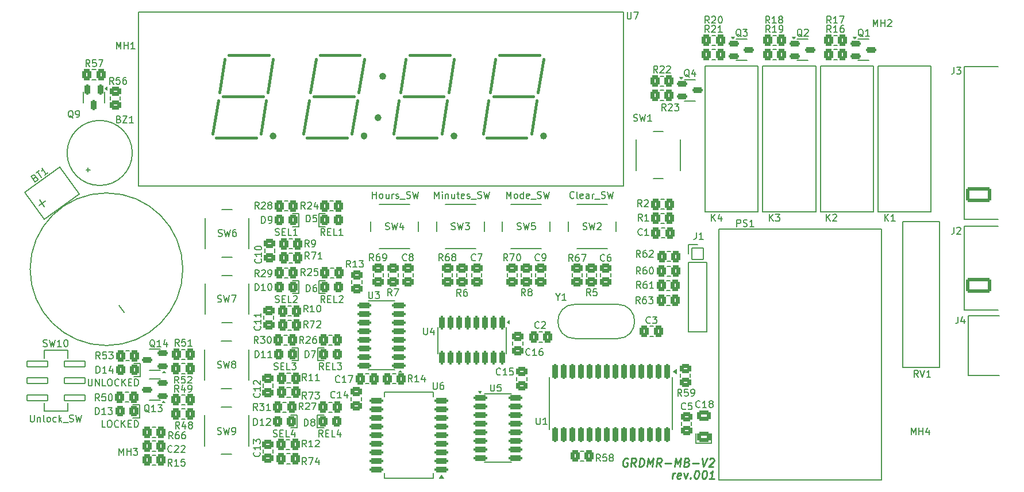
<source format=gto>
%TF.GenerationSoftware,KiCad,Pcbnew,8.0.1*%
%TF.CreationDate,2025-05-08T07:16:33+02:00*%
%TF.ProjectId,prj-gardmer-mb-v2,70726a2d-6761-4726-946d-65722d6d622d,rev?*%
%TF.SameCoordinates,PX4fa1be0PY7872f60*%
%TF.FileFunction,Legend,Top*%
%TF.FilePolarity,Positive*%
%FSLAX46Y46*%
G04 Gerber Fmt 4.6, Leading zero omitted, Abs format (unit mm)*
G04 Created by KiCad (PCBNEW 8.0.1) date 2025-05-08 07:16:33*
%MOMM*%
%LPD*%
G01*
G04 APERTURE LIST*
G04 Aperture macros list*
%AMRoundRect*
0 Rectangle with rounded corners*
0 $1 Rounding radius*
0 $2 $3 $4 $5 $6 $7 $8 $9 X,Y pos of 4 corners*
0 Add a 4 corners polygon primitive as box body*
4,1,4,$2,$3,$4,$5,$6,$7,$8,$9,$2,$3,0*
0 Add four circle primitives for the rounded corners*
1,1,$1+$1,$2,$3*
1,1,$1+$1,$4,$5*
1,1,$1+$1,$6,$7*
1,1,$1+$1,$8,$9*
0 Add four rect primitives between the rounded corners*
20,1,$1+$1,$2,$3,$4,$5,0*
20,1,$1+$1,$4,$5,$6,$7,0*
20,1,$1+$1,$6,$7,$8,$9,0*
20,1,$1+$1,$8,$9,$2,$3,0*%
G04 Aperture macros list end*
%ADD10C,0.250000*%
%ADD11C,0.200000*%
%ADD12C,0.150000*%
%ADD13C,0.120000*%
%ADD14C,0.400000*%
%ADD15C,0.525000*%
%ADD16RoundRect,0.200000X0.562500X0.200000X-0.562500X0.200000X-0.562500X-0.200000X0.562500X-0.200000X0*%
%ADD17RoundRect,0.292553X-0.394947X-0.532447X0.394947X-0.532447X0.394947X0.532447X-0.394947X0.532447X0*%
%ADD18RoundRect,0.100000X1.500000X0.400000X-1.500000X0.400000X-1.500000X-0.400000X1.500000X-0.400000X0*%
%ADD19RoundRect,0.292553X0.394947X0.532447X-0.394947X0.532447X-0.394947X-0.532447X0.394947X-0.532447X0*%
%ADD20C,2.200000*%
%ADD21RoundRect,0.292553X-0.532447X0.394947X-0.532447X-0.394947X0.532447X-0.394947X0.532447X0.394947X0*%
%ADD22RoundRect,0.274038X1.625962X-0.865962X1.625962X0.865962X-1.625962X0.865962X-1.625962X-0.865962X0*%
%ADD23O,3.800000X2.280000*%
%ADD24C,2.400000*%
%ADD25RoundRect,0.200000X-0.200000X0.562500X-0.200000X-0.562500X0.200000X-0.562500X0.200000X0.562500X0*%
%ADD26RoundRect,0.292553X0.532447X-0.394947X0.532447X0.394947X-0.532447X0.394947X-0.532447X-0.394947X0*%
%ADD27C,1.800000*%
%ADD28RoundRect,0.100000X-0.850000X-0.850000X0.850000X-0.850000X0.850000X0.850000X-0.850000X0.850000X0*%
%ADD29O,1.900000X1.900000*%
%ADD30C,1.700000*%
%ADD31RoundRect,0.287735X0.712265X-0.474765X0.712265X0.474765X-0.712265X0.474765X-0.712265X-0.474765X0*%
%ADD32RoundRect,0.200000X-0.562500X-0.200000X0.562500X-0.200000X0.562500X0.200000X-0.562500X0.200000X0*%
%ADD33RoundRect,0.200000X-0.200000X0.775000X-0.200000X-0.775000X0.200000X-0.775000X0.200000X0.775000X0*%
%ADD34C,4.400000*%
%ADD35RoundRect,0.200000X-0.200000X0.925000X-0.200000X-0.925000X0.200000X-0.925000X0.200000X0.925000X0*%
%ADD36C,2.100000*%
%ADD37RoundRect,0.293478X-0.381522X-0.506522X0.381522X-0.506522X0.381522X0.506522X-0.381522X0.506522X0*%
%ADD38C,1.900000*%
%ADD39RoundRect,0.293478X0.381522X0.506522X-0.381522X0.506522X-0.381522X-0.506522X0.381522X-0.506522X0*%
%ADD40C,2.700000*%
%ADD41RoundRect,0.200000X-0.775000X-0.200000X0.775000X-0.200000X0.775000X0.200000X-0.775000X0.200000X0*%
%ADD42RoundRect,0.200000X0.775000X0.200000X-0.775000X0.200000X-0.775000X-0.200000X0.775000X-0.200000X0*%
%ADD43C,2.000000*%
%ADD44C,1.200000*%
G04 APERTURE END LIST*
D10*
X89343044Y959858D02*
X89443044Y1759858D01*
X89414473Y1531286D02*
X89485901Y1645572D01*
X89485901Y1645572D02*
X89550187Y1702715D01*
X89550187Y1702715D02*
X89671615Y1759858D01*
X89671615Y1759858D02*
X89785901Y1759858D01*
X90550187Y1017000D02*
X90428758Y959858D01*
X90428758Y959858D02*
X90200187Y959858D01*
X90200187Y959858D02*
X90093044Y1017000D01*
X90093044Y1017000D02*
X90050187Y1131286D01*
X90050187Y1131286D02*
X90107330Y1588429D01*
X90107330Y1588429D02*
X90178758Y1702715D01*
X90178758Y1702715D02*
X90300187Y1759858D01*
X90300187Y1759858D02*
X90528758Y1759858D01*
X90528758Y1759858D02*
X90635901Y1702715D01*
X90635901Y1702715D02*
X90678758Y1588429D01*
X90678758Y1588429D02*
X90664472Y1474143D01*
X90664472Y1474143D02*
X90078758Y1359858D01*
X91100186Y1759858D02*
X91285901Y959858D01*
X91285901Y959858D02*
X91671615Y1759858D01*
X92043044Y1074143D02*
X92093044Y1017000D01*
X92093044Y1017000D02*
X92028758Y959858D01*
X92028758Y959858D02*
X91978758Y1017000D01*
X91978758Y1017000D02*
X92043044Y1074143D01*
X92043044Y1074143D02*
X92028758Y959858D01*
X92978758Y2159858D02*
X93093044Y2159858D01*
X93093044Y2159858D02*
X93200187Y2102715D01*
X93200187Y2102715D02*
X93250187Y2045572D01*
X93250187Y2045572D02*
X93293044Y1931286D01*
X93293044Y1931286D02*
X93321616Y1702715D01*
X93321616Y1702715D02*
X93285901Y1417000D01*
X93285901Y1417000D02*
X93200187Y1188429D01*
X93200187Y1188429D02*
X93128758Y1074143D01*
X93128758Y1074143D02*
X93064473Y1017000D01*
X93064473Y1017000D02*
X92943044Y959858D01*
X92943044Y959858D02*
X92828758Y959858D01*
X92828758Y959858D02*
X92721616Y1017000D01*
X92721616Y1017000D02*
X92671616Y1074143D01*
X92671616Y1074143D02*
X92628758Y1188429D01*
X92628758Y1188429D02*
X92600187Y1417000D01*
X92600187Y1417000D02*
X92635901Y1702715D01*
X92635901Y1702715D02*
X92721616Y1931286D01*
X92721616Y1931286D02*
X92793044Y2045572D01*
X92793044Y2045572D02*
X92857330Y2102715D01*
X92857330Y2102715D02*
X92978758Y2159858D01*
X94121615Y2159858D02*
X94235901Y2159858D01*
X94235901Y2159858D02*
X94343044Y2102715D01*
X94343044Y2102715D02*
X94393044Y2045572D01*
X94393044Y2045572D02*
X94435901Y1931286D01*
X94435901Y1931286D02*
X94464473Y1702715D01*
X94464473Y1702715D02*
X94428758Y1417000D01*
X94428758Y1417000D02*
X94343044Y1188429D01*
X94343044Y1188429D02*
X94271615Y1074143D01*
X94271615Y1074143D02*
X94207330Y1017000D01*
X94207330Y1017000D02*
X94085901Y959858D01*
X94085901Y959858D02*
X93971615Y959858D01*
X93971615Y959858D02*
X93864473Y1017000D01*
X93864473Y1017000D02*
X93814473Y1074143D01*
X93814473Y1074143D02*
X93771615Y1188429D01*
X93771615Y1188429D02*
X93743044Y1417000D01*
X93743044Y1417000D02*
X93778758Y1702715D01*
X93778758Y1702715D02*
X93864473Y1931286D01*
X93864473Y1931286D02*
X93935901Y2045572D01*
X93935901Y2045572D02*
X94000187Y2102715D01*
X94000187Y2102715D02*
X94121615Y2159858D01*
X95514472Y959858D02*
X94828758Y959858D01*
X95171615Y959858D02*
X95321615Y2159858D01*
X95321615Y2159858D02*
X95185901Y1988429D01*
X95185901Y1988429D02*
X95057330Y1874143D01*
X95057330Y1874143D02*
X94935901Y1817000D01*
D11*
X30880952Y26995400D02*
X31023809Y26947781D01*
X31023809Y26947781D02*
X31261904Y26947781D01*
X31261904Y26947781D02*
X31357142Y26995400D01*
X31357142Y26995400D02*
X31404761Y27043020D01*
X31404761Y27043020D02*
X31452380Y27138258D01*
X31452380Y27138258D02*
X31452380Y27233496D01*
X31452380Y27233496D02*
X31404761Y27328734D01*
X31404761Y27328734D02*
X31357142Y27376353D01*
X31357142Y27376353D02*
X31261904Y27423972D01*
X31261904Y27423972D02*
X31071428Y27471591D01*
X31071428Y27471591D02*
X30976190Y27519210D01*
X30976190Y27519210D02*
X30928571Y27566829D01*
X30928571Y27566829D02*
X30880952Y27662067D01*
X30880952Y27662067D02*
X30880952Y27757305D01*
X30880952Y27757305D02*
X30928571Y27852543D01*
X30928571Y27852543D02*
X30976190Y27900162D01*
X30976190Y27900162D02*
X31071428Y27947781D01*
X31071428Y27947781D02*
X31309523Y27947781D01*
X31309523Y27947781D02*
X31452380Y27900162D01*
X31880952Y27471591D02*
X32214285Y27471591D01*
X32357142Y26947781D02*
X31880952Y26947781D01*
X31880952Y26947781D02*
X31880952Y27947781D01*
X31880952Y27947781D02*
X32357142Y27947781D01*
X33261904Y26947781D02*
X32785714Y26947781D01*
X32785714Y26947781D02*
X32785714Y27947781D01*
X33547619Y27852543D02*
X33595238Y27900162D01*
X33595238Y27900162D02*
X33690476Y27947781D01*
X33690476Y27947781D02*
X33928571Y27947781D01*
X33928571Y27947781D02*
X34023809Y27900162D01*
X34023809Y27900162D02*
X34071428Y27852543D01*
X34071428Y27852543D02*
X34119047Y27757305D01*
X34119047Y27757305D02*
X34119047Y27662067D01*
X34119047Y27662067D02*
X34071428Y27519210D01*
X34071428Y27519210D02*
X33500000Y26947781D01*
X33500000Y26947781D02*
X34119047Y26947781D01*
X38176190Y36847781D02*
X37842857Y37323972D01*
X37604762Y36847781D02*
X37604762Y37847781D01*
X37604762Y37847781D02*
X37985714Y37847781D01*
X37985714Y37847781D02*
X38080952Y37800162D01*
X38080952Y37800162D02*
X38128571Y37752543D01*
X38128571Y37752543D02*
X38176190Y37657305D01*
X38176190Y37657305D02*
X38176190Y37514448D01*
X38176190Y37514448D02*
X38128571Y37419210D01*
X38128571Y37419210D02*
X38080952Y37371591D01*
X38080952Y37371591D02*
X37985714Y37323972D01*
X37985714Y37323972D02*
X37604762Y37323972D01*
X38604762Y37371591D02*
X38938095Y37371591D01*
X39080952Y36847781D02*
X38604762Y36847781D01*
X38604762Y36847781D02*
X38604762Y37847781D01*
X38604762Y37847781D02*
X39080952Y37847781D01*
X39985714Y36847781D02*
X39509524Y36847781D01*
X39509524Y36847781D02*
X39509524Y37847781D01*
X40842857Y36847781D02*
X40271429Y36847781D01*
X40557143Y36847781D02*
X40557143Y37847781D01*
X40557143Y37847781D02*
X40461905Y37704924D01*
X40461905Y37704924D02*
X40366667Y37609686D01*
X40366667Y37609686D02*
X40271429Y37562067D01*
X38176190Y26947781D02*
X37842857Y27423972D01*
X37604762Y26947781D02*
X37604762Y27947781D01*
X37604762Y27947781D02*
X37985714Y27947781D01*
X37985714Y27947781D02*
X38080952Y27900162D01*
X38080952Y27900162D02*
X38128571Y27852543D01*
X38128571Y27852543D02*
X38176190Y27757305D01*
X38176190Y27757305D02*
X38176190Y27614448D01*
X38176190Y27614448D02*
X38128571Y27519210D01*
X38128571Y27519210D02*
X38080952Y27471591D01*
X38080952Y27471591D02*
X37985714Y27423972D01*
X37985714Y27423972D02*
X37604762Y27423972D01*
X38604762Y27471591D02*
X38938095Y27471591D01*
X39080952Y26947781D02*
X38604762Y26947781D01*
X38604762Y26947781D02*
X38604762Y27947781D01*
X38604762Y27947781D02*
X39080952Y27947781D01*
X39985714Y26947781D02*
X39509524Y26947781D01*
X39509524Y26947781D02*
X39509524Y27947781D01*
X40271429Y27852543D02*
X40319048Y27900162D01*
X40319048Y27900162D02*
X40414286Y27947781D01*
X40414286Y27947781D02*
X40652381Y27947781D01*
X40652381Y27947781D02*
X40747619Y27900162D01*
X40747619Y27900162D02*
X40795238Y27852543D01*
X40795238Y27852543D02*
X40842857Y27757305D01*
X40842857Y27757305D02*
X40842857Y27662067D01*
X40842857Y27662067D02*
X40795238Y27519210D01*
X40795238Y27519210D02*
X40223810Y26947781D01*
X40223810Y26947781D02*
X40842857Y26947781D01*
X-5214286Y10347781D02*
X-5214286Y9538258D01*
X-5214286Y9538258D02*
X-5166667Y9443020D01*
X-5166667Y9443020D02*
X-5119048Y9395400D01*
X-5119048Y9395400D02*
X-5023810Y9347781D01*
X-5023810Y9347781D02*
X-4833334Y9347781D01*
X-4833334Y9347781D02*
X-4738096Y9395400D01*
X-4738096Y9395400D02*
X-4690477Y9443020D01*
X-4690477Y9443020D02*
X-4642858Y9538258D01*
X-4642858Y9538258D02*
X-4642858Y10347781D01*
X-4166667Y10014448D02*
X-4166667Y9347781D01*
X-4166667Y9919210D02*
X-4119048Y9966829D01*
X-4119048Y9966829D02*
X-4023810Y10014448D01*
X-4023810Y10014448D02*
X-3880953Y10014448D01*
X-3880953Y10014448D02*
X-3785715Y9966829D01*
X-3785715Y9966829D02*
X-3738096Y9871591D01*
X-3738096Y9871591D02*
X-3738096Y9347781D01*
X-3119048Y9347781D02*
X-3214286Y9395400D01*
X-3214286Y9395400D02*
X-3261905Y9490639D01*
X-3261905Y9490639D02*
X-3261905Y10347781D01*
X-2595238Y9347781D02*
X-2690476Y9395400D01*
X-2690476Y9395400D02*
X-2738095Y9443020D01*
X-2738095Y9443020D02*
X-2785714Y9538258D01*
X-2785714Y9538258D02*
X-2785714Y9823972D01*
X-2785714Y9823972D02*
X-2738095Y9919210D01*
X-2738095Y9919210D02*
X-2690476Y9966829D01*
X-2690476Y9966829D02*
X-2595238Y10014448D01*
X-2595238Y10014448D02*
X-2452381Y10014448D01*
X-2452381Y10014448D02*
X-2357143Y9966829D01*
X-2357143Y9966829D02*
X-2309524Y9919210D01*
X-2309524Y9919210D02*
X-2261905Y9823972D01*
X-2261905Y9823972D02*
X-2261905Y9538258D01*
X-2261905Y9538258D02*
X-2309524Y9443020D01*
X-2309524Y9443020D02*
X-2357143Y9395400D01*
X-2357143Y9395400D02*
X-2452381Y9347781D01*
X-2452381Y9347781D02*
X-2595238Y9347781D01*
X-1404762Y9395400D02*
X-1500000Y9347781D01*
X-1500000Y9347781D02*
X-1690476Y9347781D01*
X-1690476Y9347781D02*
X-1785714Y9395400D01*
X-1785714Y9395400D02*
X-1833333Y9443020D01*
X-1833333Y9443020D02*
X-1880952Y9538258D01*
X-1880952Y9538258D02*
X-1880952Y9823972D01*
X-1880952Y9823972D02*
X-1833333Y9919210D01*
X-1833333Y9919210D02*
X-1785714Y9966829D01*
X-1785714Y9966829D02*
X-1690476Y10014448D01*
X-1690476Y10014448D02*
X-1500000Y10014448D01*
X-1500000Y10014448D02*
X-1404762Y9966829D01*
X-976190Y9347781D02*
X-976190Y10347781D01*
X-880952Y9728734D02*
X-595238Y9347781D01*
X-595238Y10014448D02*
X-976190Y9633496D01*
X-404761Y9252543D02*
X357143Y9252543D01*
X547620Y9395400D02*
X690477Y9347781D01*
X690477Y9347781D02*
X928572Y9347781D01*
X928572Y9347781D02*
X1023810Y9395400D01*
X1023810Y9395400D02*
X1071429Y9443020D01*
X1071429Y9443020D02*
X1119048Y9538258D01*
X1119048Y9538258D02*
X1119048Y9633496D01*
X1119048Y9633496D02*
X1071429Y9728734D01*
X1071429Y9728734D02*
X1023810Y9776353D01*
X1023810Y9776353D02*
X928572Y9823972D01*
X928572Y9823972D02*
X738096Y9871591D01*
X738096Y9871591D02*
X642858Y9919210D01*
X642858Y9919210D02*
X595239Y9966829D01*
X595239Y9966829D02*
X547620Y10062067D01*
X547620Y10062067D02*
X547620Y10157305D01*
X547620Y10157305D02*
X595239Y10252543D01*
X595239Y10252543D02*
X642858Y10300162D01*
X642858Y10300162D02*
X738096Y10347781D01*
X738096Y10347781D02*
X976191Y10347781D01*
X976191Y10347781D02*
X1119048Y10300162D01*
X1452382Y10347781D02*
X1690477Y9347781D01*
X1690477Y9347781D02*
X1880953Y10062067D01*
X1880953Y10062067D02*
X2071429Y9347781D01*
X2071429Y9347781D02*
X2309525Y10347781D01*
D10*
X82814473Y3902715D02*
X82707330Y3959858D01*
X82707330Y3959858D02*
X82535901Y3959858D01*
X82535901Y3959858D02*
X82357330Y3902715D01*
X82357330Y3902715D02*
X82228758Y3788429D01*
X82228758Y3788429D02*
X82157330Y3674143D01*
X82157330Y3674143D02*
X82071615Y3445572D01*
X82071615Y3445572D02*
X82050187Y3274143D01*
X82050187Y3274143D02*
X82078758Y3045572D01*
X82078758Y3045572D02*
X82121615Y2931286D01*
X82121615Y2931286D02*
X82221615Y2817000D01*
X82221615Y2817000D02*
X82385901Y2759858D01*
X82385901Y2759858D02*
X82500187Y2759858D01*
X82500187Y2759858D02*
X82678758Y2817000D01*
X82678758Y2817000D02*
X82743044Y2874143D01*
X82743044Y2874143D02*
X82793044Y3274143D01*
X82793044Y3274143D02*
X82564473Y3274143D01*
X83928758Y2759858D02*
X83600187Y3331286D01*
X83243044Y2759858D02*
X83393044Y3959858D01*
X83393044Y3959858D02*
X83850187Y3959858D01*
X83850187Y3959858D02*
X83957330Y3902715D01*
X83957330Y3902715D02*
X84007330Y3845572D01*
X84007330Y3845572D02*
X84050187Y3731286D01*
X84050187Y3731286D02*
X84028758Y3559858D01*
X84028758Y3559858D02*
X83957330Y3445572D01*
X83957330Y3445572D02*
X83893044Y3388429D01*
X83893044Y3388429D02*
X83771615Y3331286D01*
X83771615Y3331286D02*
X83314473Y3331286D01*
X84443044Y2759858D02*
X84593044Y3959858D01*
X84593044Y3959858D02*
X84878758Y3959858D01*
X84878758Y3959858D02*
X85043044Y3902715D01*
X85043044Y3902715D02*
X85143044Y3788429D01*
X85143044Y3788429D02*
X85185901Y3674143D01*
X85185901Y3674143D02*
X85214473Y3445572D01*
X85214473Y3445572D02*
X85193044Y3274143D01*
X85193044Y3274143D02*
X85107330Y3045572D01*
X85107330Y3045572D02*
X85035901Y2931286D01*
X85035901Y2931286D02*
X84907330Y2817000D01*
X84907330Y2817000D02*
X84728758Y2759858D01*
X84728758Y2759858D02*
X84443044Y2759858D01*
X85643044Y2759858D02*
X85793044Y3959858D01*
X85793044Y3959858D02*
X86085901Y3102715D01*
X86085901Y3102715D02*
X86593044Y3959858D01*
X86593044Y3959858D02*
X86443044Y2759858D01*
X87700187Y2759858D02*
X87371616Y3331286D01*
X87014473Y2759858D02*
X87164473Y3959858D01*
X87164473Y3959858D02*
X87621616Y3959858D01*
X87621616Y3959858D02*
X87728759Y3902715D01*
X87728759Y3902715D02*
X87778759Y3845572D01*
X87778759Y3845572D02*
X87821616Y3731286D01*
X87821616Y3731286D02*
X87800187Y3559858D01*
X87800187Y3559858D02*
X87728759Y3445572D01*
X87728759Y3445572D02*
X87664473Y3388429D01*
X87664473Y3388429D02*
X87543044Y3331286D01*
X87543044Y3331286D02*
X87085902Y3331286D01*
X88271616Y3217000D02*
X89185902Y3217000D01*
X89700187Y2759858D02*
X89850187Y3959858D01*
X89850187Y3959858D02*
X90143044Y3102715D01*
X90143044Y3102715D02*
X90650187Y3959858D01*
X90650187Y3959858D02*
X90500187Y2759858D01*
X91550187Y3388429D02*
X91714473Y3331286D01*
X91714473Y3331286D02*
X91764473Y3274143D01*
X91764473Y3274143D02*
X91807330Y3159858D01*
X91807330Y3159858D02*
X91785902Y2988429D01*
X91785902Y2988429D02*
X91714473Y2874143D01*
X91714473Y2874143D02*
X91650187Y2817000D01*
X91650187Y2817000D02*
X91528759Y2759858D01*
X91528759Y2759858D02*
X91071616Y2759858D01*
X91071616Y2759858D02*
X91221616Y3959858D01*
X91221616Y3959858D02*
X91621616Y3959858D01*
X91621616Y3959858D02*
X91728759Y3902715D01*
X91728759Y3902715D02*
X91778759Y3845572D01*
X91778759Y3845572D02*
X91821616Y3731286D01*
X91821616Y3731286D02*
X91807330Y3617000D01*
X91807330Y3617000D02*
X91735902Y3502715D01*
X91735902Y3502715D02*
X91671616Y3445572D01*
X91671616Y3445572D02*
X91550187Y3388429D01*
X91550187Y3388429D02*
X91150187Y3388429D01*
X92328759Y3217000D02*
X93243045Y3217000D01*
X93735901Y3959858D02*
X93985901Y2759858D01*
X93985901Y2759858D02*
X94535901Y3959858D01*
X94864472Y3845572D02*
X94928758Y3902715D01*
X94928758Y3902715D02*
X95050187Y3959858D01*
X95050187Y3959858D02*
X95335901Y3959858D01*
X95335901Y3959858D02*
X95443044Y3902715D01*
X95443044Y3902715D02*
X95493044Y3845572D01*
X95493044Y3845572D02*
X95535901Y3731286D01*
X95535901Y3731286D02*
X95521615Y3617000D01*
X95521615Y3617000D02*
X95443044Y3445572D01*
X95443044Y3445572D02*
X94671615Y2759858D01*
X94671615Y2759858D02*
X95414472Y2759858D01*
D11*
X5833333Y8547781D02*
X5357143Y8547781D01*
X5357143Y8547781D02*
X5357143Y9547781D01*
X6357143Y9547781D02*
X6547619Y9547781D01*
X6547619Y9547781D02*
X6642857Y9500162D01*
X6642857Y9500162D02*
X6738095Y9404924D01*
X6738095Y9404924D02*
X6785714Y9214448D01*
X6785714Y9214448D02*
X6785714Y8881115D01*
X6785714Y8881115D02*
X6738095Y8690639D01*
X6738095Y8690639D02*
X6642857Y8595400D01*
X6642857Y8595400D02*
X6547619Y8547781D01*
X6547619Y8547781D02*
X6357143Y8547781D01*
X6357143Y8547781D02*
X6261905Y8595400D01*
X6261905Y8595400D02*
X6166667Y8690639D01*
X6166667Y8690639D02*
X6119048Y8881115D01*
X6119048Y8881115D02*
X6119048Y9214448D01*
X6119048Y9214448D02*
X6166667Y9404924D01*
X6166667Y9404924D02*
X6261905Y9500162D01*
X6261905Y9500162D02*
X6357143Y9547781D01*
X7785714Y8643020D02*
X7738095Y8595400D01*
X7738095Y8595400D02*
X7595238Y8547781D01*
X7595238Y8547781D02*
X7500000Y8547781D01*
X7500000Y8547781D02*
X7357143Y8595400D01*
X7357143Y8595400D02*
X7261905Y8690639D01*
X7261905Y8690639D02*
X7214286Y8785877D01*
X7214286Y8785877D02*
X7166667Y8976353D01*
X7166667Y8976353D02*
X7166667Y9119210D01*
X7166667Y9119210D02*
X7214286Y9309686D01*
X7214286Y9309686D02*
X7261905Y9404924D01*
X7261905Y9404924D02*
X7357143Y9500162D01*
X7357143Y9500162D02*
X7500000Y9547781D01*
X7500000Y9547781D02*
X7595238Y9547781D01*
X7595238Y9547781D02*
X7738095Y9500162D01*
X7738095Y9500162D02*
X7785714Y9452543D01*
X8214286Y8547781D02*
X8214286Y9547781D01*
X8785714Y8547781D02*
X8357143Y9119210D01*
X8785714Y9547781D02*
X8214286Y8976353D01*
X9214286Y9071591D02*
X9547619Y9071591D01*
X9690476Y8547781D02*
X9214286Y8547781D01*
X9214286Y8547781D02*
X9214286Y9547781D01*
X9214286Y9547781D02*
X9690476Y9547781D01*
X10119048Y8547781D02*
X10119048Y9547781D01*
X10119048Y9547781D02*
X10357143Y9547781D01*
X10357143Y9547781D02*
X10500000Y9500162D01*
X10500000Y9500162D02*
X10595238Y9404924D01*
X10595238Y9404924D02*
X10642857Y9309686D01*
X10642857Y9309686D02*
X10690476Y9119210D01*
X10690476Y9119210D02*
X10690476Y8976353D01*
X10690476Y8976353D02*
X10642857Y8785877D01*
X10642857Y8785877D02*
X10595238Y8690639D01*
X10595238Y8690639D02*
X10500000Y8595400D01*
X10500000Y8595400D02*
X10357143Y8547781D01*
X10357143Y8547781D02*
X10119048Y8547781D01*
X30680952Y17095400D02*
X30823809Y17047781D01*
X30823809Y17047781D02*
X31061904Y17047781D01*
X31061904Y17047781D02*
X31157142Y17095400D01*
X31157142Y17095400D02*
X31204761Y17143020D01*
X31204761Y17143020D02*
X31252380Y17238258D01*
X31252380Y17238258D02*
X31252380Y17333496D01*
X31252380Y17333496D02*
X31204761Y17428734D01*
X31204761Y17428734D02*
X31157142Y17476353D01*
X31157142Y17476353D02*
X31061904Y17523972D01*
X31061904Y17523972D02*
X30871428Y17571591D01*
X30871428Y17571591D02*
X30776190Y17619210D01*
X30776190Y17619210D02*
X30728571Y17666829D01*
X30728571Y17666829D02*
X30680952Y17762067D01*
X30680952Y17762067D02*
X30680952Y17857305D01*
X30680952Y17857305D02*
X30728571Y17952543D01*
X30728571Y17952543D02*
X30776190Y18000162D01*
X30776190Y18000162D02*
X30871428Y18047781D01*
X30871428Y18047781D02*
X31109523Y18047781D01*
X31109523Y18047781D02*
X31252380Y18000162D01*
X31680952Y17571591D02*
X32014285Y17571591D01*
X32157142Y17047781D02*
X31680952Y17047781D01*
X31680952Y17047781D02*
X31680952Y18047781D01*
X31680952Y18047781D02*
X32157142Y18047781D01*
X33061904Y17047781D02*
X32585714Y17047781D01*
X32585714Y17047781D02*
X32585714Y18047781D01*
X33300000Y18047781D02*
X33919047Y18047781D01*
X33919047Y18047781D02*
X33585714Y17666829D01*
X33585714Y17666829D02*
X33728571Y17666829D01*
X33728571Y17666829D02*
X33823809Y17619210D01*
X33823809Y17619210D02*
X33871428Y17571591D01*
X33871428Y17571591D02*
X33919047Y17476353D01*
X33919047Y17476353D02*
X33919047Y17238258D01*
X33919047Y17238258D02*
X33871428Y17143020D01*
X33871428Y17143020D02*
X33823809Y17095400D01*
X33823809Y17095400D02*
X33728571Y17047781D01*
X33728571Y17047781D02*
X33442857Y17047781D01*
X33442857Y17047781D02*
X33347619Y17095400D01*
X33347619Y17095400D02*
X33300000Y17143020D01*
X37976190Y17047781D02*
X37642857Y17523972D01*
X37404762Y17047781D02*
X37404762Y18047781D01*
X37404762Y18047781D02*
X37785714Y18047781D01*
X37785714Y18047781D02*
X37880952Y18000162D01*
X37880952Y18000162D02*
X37928571Y17952543D01*
X37928571Y17952543D02*
X37976190Y17857305D01*
X37976190Y17857305D02*
X37976190Y17714448D01*
X37976190Y17714448D02*
X37928571Y17619210D01*
X37928571Y17619210D02*
X37880952Y17571591D01*
X37880952Y17571591D02*
X37785714Y17523972D01*
X37785714Y17523972D02*
X37404762Y17523972D01*
X38404762Y17571591D02*
X38738095Y17571591D01*
X38880952Y17047781D02*
X38404762Y17047781D01*
X38404762Y17047781D02*
X38404762Y18047781D01*
X38404762Y18047781D02*
X38880952Y18047781D01*
X39785714Y17047781D02*
X39309524Y17047781D01*
X39309524Y17047781D02*
X39309524Y18047781D01*
X40023810Y18047781D02*
X40642857Y18047781D01*
X40642857Y18047781D02*
X40309524Y17666829D01*
X40309524Y17666829D02*
X40452381Y17666829D01*
X40452381Y17666829D02*
X40547619Y17619210D01*
X40547619Y17619210D02*
X40595238Y17571591D01*
X40595238Y17571591D02*
X40642857Y17476353D01*
X40642857Y17476353D02*
X40642857Y17238258D01*
X40642857Y17238258D02*
X40595238Y17143020D01*
X40595238Y17143020D02*
X40547619Y17095400D01*
X40547619Y17095400D02*
X40452381Y17047781D01*
X40452381Y17047781D02*
X40166667Y17047781D01*
X40166667Y17047781D02*
X40071429Y17095400D01*
X40071429Y17095400D02*
X40023810Y17143020D01*
X3309524Y15647781D02*
X3309524Y14838258D01*
X3309524Y14838258D02*
X3357143Y14743020D01*
X3357143Y14743020D02*
X3404762Y14695400D01*
X3404762Y14695400D02*
X3500000Y14647781D01*
X3500000Y14647781D02*
X3690476Y14647781D01*
X3690476Y14647781D02*
X3785714Y14695400D01*
X3785714Y14695400D02*
X3833333Y14743020D01*
X3833333Y14743020D02*
X3880952Y14838258D01*
X3880952Y14838258D02*
X3880952Y15647781D01*
X4357143Y14647781D02*
X4357143Y15647781D01*
X4357143Y15647781D02*
X4928571Y14647781D01*
X4928571Y14647781D02*
X4928571Y15647781D01*
X5880952Y14647781D02*
X5404762Y14647781D01*
X5404762Y14647781D02*
X5404762Y15647781D01*
X6404762Y15647781D02*
X6595238Y15647781D01*
X6595238Y15647781D02*
X6690476Y15600162D01*
X6690476Y15600162D02*
X6785714Y15504924D01*
X6785714Y15504924D02*
X6833333Y15314448D01*
X6833333Y15314448D02*
X6833333Y14981115D01*
X6833333Y14981115D02*
X6785714Y14790639D01*
X6785714Y14790639D02*
X6690476Y14695400D01*
X6690476Y14695400D02*
X6595238Y14647781D01*
X6595238Y14647781D02*
X6404762Y14647781D01*
X6404762Y14647781D02*
X6309524Y14695400D01*
X6309524Y14695400D02*
X6214286Y14790639D01*
X6214286Y14790639D02*
X6166667Y14981115D01*
X6166667Y14981115D02*
X6166667Y15314448D01*
X6166667Y15314448D02*
X6214286Y15504924D01*
X6214286Y15504924D02*
X6309524Y15600162D01*
X6309524Y15600162D02*
X6404762Y15647781D01*
X7833333Y14743020D02*
X7785714Y14695400D01*
X7785714Y14695400D02*
X7642857Y14647781D01*
X7642857Y14647781D02*
X7547619Y14647781D01*
X7547619Y14647781D02*
X7404762Y14695400D01*
X7404762Y14695400D02*
X7309524Y14790639D01*
X7309524Y14790639D02*
X7261905Y14885877D01*
X7261905Y14885877D02*
X7214286Y15076353D01*
X7214286Y15076353D02*
X7214286Y15219210D01*
X7214286Y15219210D02*
X7261905Y15409686D01*
X7261905Y15409686D02*
X7309524Y15504924D01*
X7309524Y15504924D02*
X7404762Y15600162D01*
X7404762Y15600162D02*
X7547619Y15647781D01*
X7547619Y15647781D02*
X7642857Y15647781D01*
X7642857Y15647781D02*
X7785714Y15600162D01*
X7785714Y15600162D02*
X7833333Y15552543D01*
X8261905Y14647781D02*
X8261905Y15647781D01*
X8833333Y14647781D02*
X8404762Y15219210D01*
X8833333Y15647781D02*
X8261905Y15076353D01*
X9261905Y15171591D02*
X9595238Y15171591D01*
X9738095Y14647781D02*
X9261905Y14647781D01*
X9261905Y14647781D02*
X9261905Y15647781D01*
X9261905Y15647781D02*
X9738095Y15647781D01*
X10166667Y14647781D02*
X10166667Y15647781D01*
X10166667Y15647781D02*
X10404762Y15647781D01*
X10404762Y15647781D02*
X10547619Y15600162D01*
X10547619Y15600162D02*
X10642857Y15504924D01*
X10642857Y15504924D02*
X10690476Y15409686D01*
X10690476Y15409686D02*
X10738095Y15219210D01*
X10738095Y15219210D02*
X10738095Y15076353D01*
X10738095Y15076353D02*
X10690476Y14885877D01*
X10690476Y14885877D02*
X10642857Y14790639D01*
X10642857Y14790639D02*
X10547619Y14695400D01*
X10547619Y14695400D02*
X10404762Y14647781D01*
X10404762Y14647781D02*
X10166667Y14647781D01*
X37876190Y7147781D02*
X37542857Y7623972D01*
X37304762Y7147781D02*
X37304762Y8147781D01*
X37304762Y8147781D02*
X37685714Y8147781D01*
X37685714Y8147781D02*
X37780952Y8100162D01*
X37780952Y8100162D02*
X37828571Y8052543D01*
X37828571Y8052543D02*
X37876190Y7957305D01*
X37876190Y7957305D02*
X37876190Y7814448D01*
X37876190Y7814448D02*
X37828571Y7719210D01*
X37828571Y7719210D02*
X37780952Y7671591D01*
X37780952Y7671591D02*
X37685714Y7623972D01*
X37685714Y7623972D02*
X37304762Y7623972D01*
X38304762Y7671591D02*
X38638095Y7671591D01*
X38780952Y7147781D02*
X38304762Y7147781D01*
X38304762Y7147781D02*
X38304762Y8147781D01*
X38304762Y8147781D02*
X38780952Y8147781D01*
X39685714Y7147781D02*
X39209524Y7147781D01*
X39209524Y7147781D02*
X39209524Y8147781D01*
X40447619Y7814448D02*
X40447619Y7147781D01*
X40209524Y8195400D02*
X39971429Y7481115D01*
X39971429Y7481115D02*
X40590476Y7481115D01*
X30880952Y36895400D02*
X31023809Y36847781D01*
X31023809Y36847781D02*
X31261904Y36847781D01*
X31261904Y36847781D02*
X31357142Y36895400D01*
X31357142Y36895400D02*
X31404761Y36943020D01*
X31404761Y36943020D02*
X31452380Y37038258D01*
X31452380Y37038258D02*
X31452380Y37133496D01*
X31452380Y37133496D02*
X31404761Y37228734D01*
X31404761Y37228734D02*
X31357142Y37276353D01*
X31357142Y37276353D02*
X31261904Y37323972D01*
X31261904Y37323972D02*
X31071428Y37371591D01*
X31071428Y37371591D02*
X30976190Y37419210D01*
X30976190Y37419210D02*
X30928571Y37466829D01*
X30928571Y37466829D02*
X30880952Y37562067D01*
X30880952Y37562067D02*
X30880952Y37657305D01*
X30880952Y37657305D02*
X30928571Y37752543D01*
X30928571Y37752543D02*
X30976190Y37800162D01*
X30976190Y37800162D02*
X31071428Y37847781D01*
X31071428Y37847781D02*
X31309523Y37847781D01*
X31309523Y37847781D02*
X31452380Y37800162D01*
X31880952Y37371591D02*
X32214285Y37371591D01*
X32357142Y36847781D02*
X31880952Y36847781D01*
X31880952Y36847781D02*
X31880952Y37847781D01*
X31880952Y37847781D02*
X32357142Y37847781D01*
X33261904Y36847781D02*
X32785714Y36847781D01*
X32785714Y36847781D02*
X32785714Y37847781D01*
X34119047Y36847781D02*
X33547619Y36847781D01*
X33833333Y36847781D02*
X33833333Y37847781D01*
X33833333Y37847781D02*
X33738095Y37704924D01*
X33738095Y37704924D02*
X33642857Y37609686D01*
X33642857Y37609686D02*
X33547619Y37562067D01*
X30580952Y7195400D02*
X30723809Y7147781D01*
X30723809Y7147781D02*
X30961904Y7147781D01*
X30961904Y7147781D02*
X31057142Y7195400D01*
X31057142Y7195400D02*
X31104761Y7243020D01*
X31104761Y7243020D02*
X31152380Y7338258D01*
X31152380Y7338258D02*
X31152380Y7433496D01*
X31152380Y7433496D02*
X31104761Y7528734D01*
X31104761Y7528734D02*
X31057142Y7576353D01*
X31057142Y7576353D02*
X30961904Y7623972D01*
X30961904Y7623972D02*
X30771428Y7671591D01*
X30771428Y7671591D02*
X30676190Y7719210D01*
X30676190Y7719210D02*
X30628571Y7766829D01*
X30628571Y7766829D02*
X30580952Y7862067D01*
X30580952Y7862067D02*
X30580952Y7957305D01*
X30580952Y7957305D02*
X30628571Y8052543D01*
X30628571Y8052543D02*
X30676190Y8100162D01*
X30676190Y8100162D02*
X30771428Y8147781D01*
X30771428Y8147781D02*
X31009523Y8147781D01*
X31009523Y8147781D02*
X31152380Y8100162D01*
X31580952Y7671591D02*
X31914285Y7671591D01*
X32057142Y7147781D02*
X31580952Y7147781D01*
X31580952Y7147781D02*
X31580952Y8147781D01*
X31580952Y8147781D02*
X32057142Y8147781D01*
X32961904Y7147781D02*
X32485714Y7147781D01*
X32485714Y7147781D02*
X32485714Y8147781D01*
X33723809Y7814448D02*
X33723809Y7147781D01*
X33485714Y8195400D02*
X33247619Y7481115D01*
X33247619Y7481115D02*
X33866666Y7481115D01*
D12*
X13128571Y20349943D02*
X13033333Y20397562D01*
X13033333Y20397562D02*
X12938095Y20492800D01*
X12938095Y20492800D02*
X12795238Y20635658D01*
X12795238Y20635658D02*
X12700000Y20683277D01*
X12700000Y20683277D02*
X12604762Y20683277D01*
X12652381Y20445181D02*
X12557143Y20492800D01*
X12557143Y20492800D02*
X12461905Y20588039D01*
X12461905Y20588039D02*
X12414286Y20778515D01*
X12414286Y20778515D02*
X12414286Y21111848D01*
X12414286Y21111848D02*
X12461905Y21302324D01*
X12461905Y21302324D02*
X12557143Y21397562D01*
X12557143Y21397562D02*
X12652381Y21445181D01*
X12652381Y21445181D02*
X12842857Y21445181D01*
X12842857Y21445181D02*
X12938095Y21397562D01*
X12938095Y21397562D02*
X13033333Y21302324D01*
X13033333Y21302324D02*
X13080952Y21111848D01*
X13080952Y21111848D02*
X13080952Y20778515D01*
X13080952Y20778515D02*
X13033333Y20588039D01*
X13033333Y20588039D02*
X12938095Y20492800D01*
X12938095Y20492800D02*
X12842857Y20445181D01*
X12842857Y20445181D02*
X12652381Y20445181D01*
X14033333Y20445181D02*
X13461905Y20445181D01*
X13747619Y20445181D02*
X13747619Y21445181D01*
X13747619Y21445181D02*
X13652381Y21302324D01*
X13652381Y21302324D02*
X13557143Y21207086D01*
X13557143Y21207086D02*
X13461905Y21159467D01*
X14890476Y21111848D02*
X14890476Y20445181D01*
X14652381Y21492800D02*
X14414286Y20778515D01*
X14414286Y20778515D02*
X15033333Y20778515D01*
X16644642Y15045181D02*
X16311309Y15521372D01*
X16073214Y15045181D02*
X16073214Y16045181D01*
X16073214Y16045181D02*
X16454166Y16045181D01*
X16454166Y16045181D02*
X16549404Y15997562D01*
X16549404Y15997562D02*
X16597023Y15949943D01*
X16597023Y15949943D02*
X16644642Y15854705D01*
X16644642Y15854705D02*
X16644642Y15711848D01*
X16644642Y15711848D02*
X16597023Y15616610D01*
X16597023Y15616610D02*
X16549404Y15568991D01*
X16549404Y15568991D02*
X16454166Y15521372D01*
X16454166Y15521372D02*
X16073214Y15521372D01*
X17549404Y16045181D02*
X17073214Y16045181D01*
X17073214Y16045181D02*
X17025595Y15568991D01*
X17025595Y15568991D02*
X17073214Y15616610D01*
X17073214Y15616610D02*
X17168452Y15664229D01*
X17168452Y15664229D02*
X17406547Y15664229D01*
X17406547Y15664229D02*
X17501785Y15616610D01*
X17501785Y15616610D02*
X17549404Y15568991D01*
X17549404Y15568991D02*
X17597023Y15473753D01*
X17597023Y15473753D02*
X17597023Y15235658D01*
X17597023Y15235658D02*
X17549404Y15140420D01*
X17549404Y15140420D02*
X17501785Y15092800D01*
X17501785Y15092800D02*
X17406547Y15045181D01*
X17406547Y15045181D02*
X17168452Y15045181D01*
X17168452Y15045181D02*
X17073214Y15092800D01*
X17073214Y15092800D02*
X17025595Y15140420D01*
X17977976Y15949943D02*
X18025595Y15997562D01*
X18025595Y15997562D02*
X18120833Y16045181D01*
X18120833Y16045181D02*
X18358928Y16045181D01*
X18358928Y16045181D02*
X18454166Y15997562D01*
X18454166Y15997562D02*
X18501785Y15949943D01*
X18501785Y15949943D02*
X18549404Y15854705D01*
X18549404Y15854705D02*
X18549404Y15759467D01*
X18549404Y15759467D02*
X18501785Y15616610D01*
X18501785Y15616610D02*
X17930357Y15045181D01*
X17930357Y15045181D02*
X18549404Y15045181D01*
X-3309524Y20492800D02*
X-3166667Y20445181D01*
X-3166667Y20445181D02*
X-2928572Y20445181D01*
X-2928572Y20445181D02*
X-2833334Y20492800D01*
X-2833334Y20492800D02*
X-2785715Y20540420D01*
X-2785715Y20540420D02*
X-2738096Y20635658D01*
X-2738096Y20635658D02*
X-2738096Y20730896D01*
X-2738096Y20730896D02*
X-2785715Y20826134D01*
X-2785715Y20826134D02*
X-2833334Y20873753D01*
X-2833334Y20873753D02*
X-2928572Y20921372D01*
X-2928572Y20921372D02*
X-3119048Y20968991D01*
X-3119048Y20968991D02*
X-3214286Y21016610D01*
X-3214286Y21016610D02*
X-3261905Y21064229D01*
X-3261905Y21064229D02*
X-3309524Y21159467D01*
X-3309524Y21159467D02*
X-3309524Y21254705D01*
X-3309524Y21254705D02*
X-3261905Y21349943D01*
X-3261905Y21349943D02*
X-3214286Y21397562D01*
X-3214286Y21397562D02*
X-3119048Y21445181D01*
X-3119048Y21445181D02*
X-2880953Y21445181D01*
X-2880953Y21445181D02*
X-2738096Y21397562D01*
X-2404762Y21445181D02*
X-2166667Y20445181D01*
X-2166667Y20445181D02*
X-1976191Y21159467D01*
X-1976191Y21159467D02*
X-1785715Y20445181D01*
X-1785715Y20445181D02*
X-1547619Y21445181D01*
X-642858Y20445181D02*
X-1214286Y20445181D01*
X-928572Y20445181D02*
X-928572Y21445181D01*
X-928572Y21445181D02*
X-1023810Y21302324D01*
X-1023810Y21302324D02*
X-1119048Y21207086D01*
X-1119048Y21207086D02*
X-1214286Y21159467D01*
X-23810Y21445181D02*
X71428Y21445181D01*
X71428Y21445181D02*
X166666Y21397562D01*
X166666Y21397562D02*
X214285Y21349943D01*
X214285Y21349943D02*
X261904Y21254705D01*
X261904Y21254705D02*
X309523Y21064229D01*
X309523Y21064229D02*
X309523Y20826134D01*
X309523Y20826134D02*
X261904Y20635658D01*
X261904Y20635658D02*
X214285Y20540420D01*
X214285Y20540420D02*
X166666Y20492800D01*
X166666Y20492800D02*
X71428Y20445181D01*
X71428Y20445181D02*
X-23810Y20445181D01*
X-23810Y20445181D02*
X-119048Y20492800D01*
X-119048Y20492800D02*
X-166667Y20540420D01*
X-166667Y20540420D02*
X-214286Y20635658D01*
X-214286Y20635658D02*
X-261905Y20826134D01*
X-261905Y20826134D02*
X-261905Y21064229D01*
X-261905Y21064229D02*
X-214286Y21254705D01*
X-214286Y21254705D02*
X-166667Y21349943D01*
X-166667Y21349943D02*
X-119048Y21397562D01*
X-119048Y21397562D02*
X-23810Y21445181D01*
X34957142Y11145181D02*
X34623809Y11621372D01*
X34385714Y11145181D02*
X34385714Y12145181D01*
X34385714Y12145181D02*
X34766666Y12145181D01*
X34766666Y12145181D02*
X34861904Y12097562D01*
X34861904Y12097562D02*
X34909523Y12049943D01*
X34909523Y12049943D02*
X34957142Y11954705D01*
X34957142Y11954705D02*
X34957142Y11811848D01*
X34957142Y11811848D02*
X34909523Y11716610D01*
X34909523Y11716610D02*
X34861904Y11668991D01*
X34861904Y11668991D02*
X34766666Y11621372D01*
X34766666Y11621372D02*
X34385714Y11621372D01*
X35338095Y12049943D02*
X35385714Y12097562D01*
X35385714Y12097562D02*
X35480952Y12145181D01*
X35480952Y12145181D02*
X35719047Y12145181D01*
X35719047Y12145181D02*
X35814285Y12097562D01*
X35814285Y12097562D02*
X35861904Y12049943D01*
X35861904Y12049943D02*
X35909523Y11954705D01*
X35909523Y11954705D02*
X35909523Y11859467D01*
X35909523Y11859467D02*
X35861904Y11716610D01*
X35861904Y11716610D02*
X35290476Y11145181D01*
X35290476Y11145181D02*
X35909523Y11145181D01*
X36242857Y12145181D02*
X36909523Y12145181D01*
X36909523Y12145181D02*
X36480952Y11145181D01*
X94807142Y66795181D02*
X94473809Y67271372D01*
X94235714Y66795181D02*
X94235714Y67795181D01*
X94235714Y67795181D02*
X94616666Y67795181D01*
X94616666Y67795181D02*
X94711904Y67747562D01*
X94711904Y67747562D02*
X94759523Y67699943D01*
X94759523Y67699943D02*
X94807142Y67604705D01*
X94807142Y67604705D02*
X94807142Y67461848D01*
X94807142Y67461848D02*
X94759523Y67366610D01*
X94759523Y67366610D02*
X94711904Y67318991D01*
X94711904Y67318991D02*
X94616666Y67271372D01*
X94616666Y67271372D02*
X94235714Y67271372D01*
X95188095Y67699943D02*
X95235714Y67747562D01*
X95235714Y67747562D02*
X95330952Y67795181D01*
X95330952Y67795181D02*
X95569047Y67795181D01*
X95569047Y67795181D02*
X95664285Y67747562D01*
X95664285Y67747562D02*
X95711904Y67699943D01*
X95711904Y67699943D02*
X95759523Y67604705D01*
X95759523Y67604705D02*
X95759523Y67509467D01*
X95759523Y67509467D02*
X95711904Y67366610D01*
X95711904Y67366610D02*
X95140476Y66795181D01*
X95140476Y66795181D02*
X95759523Y66795181D01*
X96711904Y66795181D02*
X96140476Y66795181D01*
X96426190Y66795181D02*
X96426190Y67795181D01*
X96426190Y67795181D02*
X96330952Y67652324D01*
X96330952Y67652324D02*
X96235714Y67557086D01*
X96235714Y67557086D02*
X96140476Y67509467D01*
X84657142Y31145181D02*
X84323809Y31621372D01*
X84085714Y31145181D02*
X84085714Y32145181D01*
X84085714Y32145181D02*
X84466666Y32145181D01*
X84466666Y32145181D02*
X84561904Y32097562D01*
X84561904Y32097562D02*
X84609523Y32049943D01*
X84609523Y32049943D02*
X84657142Y31954705D01*
X84657142Y31954705D02*
X84657142Y31811848D01*
X84657142Y31811848D02*
X84609523Y31716610D01*
X84609523Y31716610D02*
X84561904Y31668991D01*
X84561904Y31668991D02*
X84466666Y31621372D01*
X84466666Y31621372D02*
X84085714Y31621372D01*
X85514285Y32145181D02*
X85323809Y32145181D01*
X85323809Y32145181D02*
X85228571Y32097562D01*
X85228571Y32097562D02*
X85180952Y32049943D01*
X85180952Y32049943D02*
X85085714Y31907086D01*
X85085714Y31907086D02*
X85038095Y31716610D01*
X85038095Y31716610D02*
X85038095Y31335658D01*
X85038095Y31335658D02*
X85085714Y31240420D01*
X85085714Y31240420D02*
X85133333Y31192800D01*
X85133333Y31192800D02*
X85228571Y31145181D01*
X85228571Y31145181D02*
X85419047Y31145181D01*
X85419047Y31145181D02*
X85514285Y31192800D01*
X85514285Y31192800D02*
X85561904Y31240420D01*
X85561904Y31240420D02*
X85609523Y31335658D01*
X85609523Y31335658D02*
X85609523Y31573753D01*
X85609523Y31573753D02*
X85561904Y31668991D01*
X85561904Y31668991D02*
X85514285Y31716610D01*
X85514285Y31716610D02*
X85419047Y31764229D01*
X85419047Y31764229D02*
X85228571Y31764229D01*
X85228571Y31764229D02*
X85133333Y31716610D01*
X85133333Y31716610D02*
X85085714Y31668991D01*
X85085714Y31668991D02*
X85038095Y31573753D01*
X86228571Y32145181D02*
X86323809Y32145181D01*
X86323809Y32145181D02*
X86419047Y32097562D01*
X86419047Y32097562D02*
X86466666Y32049943D01*
X86466666Y32049943D02*
X86514285Y31954705D01*
X86514285Y31954705D02*
X86561904Y31764229D01*
X86561904Y31764229D02*
X86561904Y31526134D01*
X86561904Y31526134D02*
X86514285Y31335658D01*
X86514285Y31335658D02*
X86466666Y31240420D01*
X86466666Y31240420D02*
X86419047Y31192800D01*
X86419047Y31192800D02*
X86323809Y31145181D01*
X86323809Y31145181D02*
X86228571Y31145181D01*
X86228571Y31145181D02*
X86133333Y31192800D01*
X86133333Y31192800D02*
X86085714Y31240420D01*
X86085714Y31240420D02*
X86038095Y31335658D01*
X86038095Y31335658D02*
X85990476Y31526134D01*
X85990476Y31526134D02*
X85990476Y31764229D01*
X85990476Y31764229D02*
X86038095Y31954705D01*
X86038095Y31954705D02*
X86085714Y32049943D01*
X86085714Y32049943D02*
X86133333Y32097562D01*
X86133333Y32097562D02*
X86228571Y32145181D01*
X66516667Y37742800D02*
X66659524Y37695181D01*
X66659524Y37695181D02*
X66897619Y37695181D01*
X66897619Y37695181D02*
X66992857Y37742800D01*
X66992857Y37742800D02*
X67040476Y37790420D01*
X67040476Y37790420D02*
X67088095Y37885658D01*
X67088095Y37885658D02*
X67088095Y37980896D01*
X67088095Y37980896D02*
X67040476Y38076134D01*
X67040476Y38076134D02*
X66992857Y38123753D01*
X66992857Y38123753D02*
X66897619Y38171372D01*
X66897619Y38171372D02*
X66707143Y38218991D01*
X66707143Y38218991D02*
X66611905Y38266610D01*
X66611905Y38266610D02*
X66564286Y38314229D01*
X66564286Y38314229D02*
X66516667Y38409467D01*
X66516667Y38409467D02*
X66516667Y38504705D01*
X66516667Y38504705D02*
X66564286Y38599943D01*
X66564286Y38599943D02*
X66611905Y38647562D01*
X66611905Y38647562D02*
X66707143Y38695181D01*
X66707143Y38695181D02*
X66945238Y38695181D01*
X66945238Y38695181D02*
X67088095Y38647562D01*
X67421429Y38695181D02*
X67659524Y37695181D01*
X67659524Y37695181D02*
X67850000Y38409467D01*
X67850000Y38409467D02*
X68040476Y37695181D01*
X68040476Y37695181D02*
X68278572Y38695181D01*
X69135714Y38695181D02*
X68659524Y38695181D01*
X68659524Y38695181D02*
X68611905Y38218991D01*
X68611905Y38218991D02*
X68659524Y38266610D01*
X68659524Y38266610D02*
X68754762Y38314229D01*
X68754762Y38314229D02*
X68992857Y38314229D01*
X68992857Y38314229D02*
X69088095Y38266610D01*
X69088095Y38266610D02*
X69135714Y38218991D01*
X69135714Y38218991D02*
X69183333Y38123753D01*
X69183333Y38123753D02*
X69183333Y37885658D01*
X69183333Y37885658D02*
X69135714Y37790420D01*
X69135714Y37790420D02*
X69088095Y37742800D01*
X69088095Y37742800D02*
X68992857Y37695181D01*
X68992857Y37695181D02*
X68754762Y37695181D01*
X68754762Y37695181D02*
X68659524Y37742800D01*
X68659524Y37742800D02*
X68611905Y37790420D01*
D11*
X64954762Y42297781D02*
X64954762Y43297781D01*
X64954762Y43297781D02*
X65288095Y42583496D01*
X65288095Y42583496D02*
X65621428Y43297781D01*
X65621428Y43297781D02*
X65621428Y42297781D01*
X66240476Y42297781D02*
X66145238Y42345400D01*
X66145238Y42345400D02*
X66097619Y42393020D01*
X66097619Y42393020D02*
X66050000Y42488258D01*
X66050000Y42488258D02*
X66050000Y42773972D01*
X66050000Y42773972D02*
X66097619Y42869210D01*
X66097619Y42869210D02*
X66145238Y42916829D01*
X66145238Y42916829D02*
X66240476Y42964448D01*
X66240476Y42964448D02*
X66383333Y42964448D01*
X66383333Y42964448D02*
X66478571Y42916829D01*
X66478571Y42916829D02*
X66526190Y42869210D01*
X66526190Y42869210D02*
X66573809Y42773972D01*
X66573809Y42773972D02*
X66573809Y42488258D01*
X66573809Y42488258D02*
X66526190Y42393020D01*
X66526190Y42393020D02*
X66478571Y42345400D01*
X66478571Y42345400D02*
X66383333Y42297781D01*
X66383333Y42297781D02*
X66240476Y42297781D01*
X67430952Y42297781D02*
X67430952Y43297781D01*
X67430952Y42345400D02*
X67335714Y42297781D01*
X67335714Y42297781D02*
X67145238Y42297781D01*
X67145238Y42297781D02*
X67050000Y42345400D01*
X67050000Y42345400D02*
X67002381Y42393020D01*
X67002381Y42393020D02*
X66954762Y42488258D01*
X66954762Y42488258D02*
X66954762Y42773972D01*
X66954762Y42773972D02*
X67002381Y42869210D01*
X67002381Y42869210D02*
X67050000Y42916829D01*
X67050000Y42916829D02*
X67145238Y42964448D01*
X67145238Y42964448D02*
X67335714Y42964448D01*
X67335714Y42964448D02*
X67430952Y42916829D01*
X68288095Y42345400D02*
X68192857Y42297781D01*
X68192857Y42297781D02*
X68002381Y42297781D01*
X68002381Y42297781D02*
X67907143Y42345400D01*
X67907143Y42345400D02*
X67859524Y42440639D01*
X67859524Y42440639D02*
X67859524Y42821591D01*
X67859524Y42821591D02*
X67907143Y42916829D01*
X67907143Y42916829D02*
X68002381Y42964448D01*
X68002381Y42964448D02*
X68192857Y42964448D01*
X68192857Y42964448D02*
X68288095Y42916829D01*
X68288095Y42916829D02*
X68335714Y42821591D01*
X68335714Y42821591D02*
X68335714Y42726353D01*
X68335714Y42726353D02*
X67859524Y42631115D01*
X68526191Y42202543D02*
X69288095Y42202543D01*
X69478572Y42345400D02*
X69621429Y42297781D01*
X69621429Y42297781D02*
X69859524Y42297781D01*
X69859524Y42297781D02*
X69954762Y42345400D01*
X69954762Y42345400D02*
X70002381Y42393020D01*
X70002381Y42393020D02*
X70050000Y42488258D01*
X70050000Y42488258D02*
X70050000Y42583496D01*
X70050000Y42583496D02*
X70002381Y42678734D01*
X70002381Y42678734D02*
X69954762Y42726353D01*
X69954762Y42726353D02*
X69859524Y42773972D01*
X69859524Y42773972D02*
X69669048Y42821591D01*
X69669048Y42821591D02*
X69573810Y42869210D01*
X69573810Y42869210D02*
X69526191Y42916829D01*
X69526191Y42916829D02*
X69478572Y43012067D01*
X69478572Y43012067D02*
X69478572Y43107305D01*
X69478572Y43107305D02*
X69526191Y43202543D01*
X69526191Y43202543D02*
X69573810Y43250162D01*
X69573810Y43250162D02*
X69669048Y43297781D01*
X69669048Y43297781D02*
X69907143Y43297781D01*
X69907143Y43297781D02*
X70050000Y43250162D01*
X70383334Y43297781D02*
X70621429Y42297781D01*
X70621429Y42297781D02*
X70811905Y43012067D01*
X70811905Y43012067D02*
X71002381Y42297781D01*
X71002381Y42297781D02*
X71240477Y43297781D01*
D12*
X28759580Y33357143D02*
X28807200Y33309524D01*
X28807200Y33309524D02*
X28854819Y33166667D01*
X28854819Y33166667D02*
X28854819Y33071429D01*
X28854819Y33071429D02*
X28807200Y32928572D01*
X28807200Y32928572D02*
X28711961Y32833334D01*
X28711961Y32833334D02*
X28616723Y32785715D01*
X28616723Y32785715D02*
X28426247Y32738096D01*
X28426247Y32738096D02*
X28283390Y32738096D01*
X28283390Y32738096D02*
X28092914Y32785715D01*
X28092914Y32785715D02*
X27997676Y32833334D01*
X27997676Y32833334D02*
X27902438Y32928572D01*
X27902438Y32928572D02*
X27854819Y33071429D01*
X27854819Y33071429D02*
X27854819Y33166667D01*
X27854819Y33166667D02*
X27902438Y33309524D01*
X27902438Y33309524D02*
X27950057Y33357143D01*
X28854819Y34309524D02*
X28854819Y33738096D01*
X28854819Y34023810D02*
X27854819Y34023810D01*
X27854819Y34023810D02*
X27997676Y33928572D01*
X27997676Y33928572D02*
X28092914Y33833334D01*
X28092914Y33833334D02*
X28140533Y33738096D01*
X27854819Y34928572D02*
X27854819Y35023810D01*
X27854819Y35023810D02*
X27902438Y35119048D01*
X27902438Y35119048D02*
X27950057Y35166667D01*
X27950057Y35166667D02*
X28045295Y35214286D01*
X28045295Y35214286D02*
X28235771Y35261905D01*
X28235771Y35261905D02*
X28473866Y35261905D01*
X28473866Y35261905D02*
X28664342Y35214286D01*
X28664342Y35214286D02*
X28759580Y35166667D01*
X28759580Y35166667D02*
X28807200Y35119048D01*
X28807200Y35119048D02*
X28854819Y35023810D01*
X28854819Y35023810D02*
X28854819Y34928572D01*
X28854819Y34928572D02*
X28807200Y34833334D01*
X28807200Y34833334D02*
X28759580Y34785715D01*
X28759580Y34785715D02*
X28664342Y34738096D01*
X28664342Y34738096D02*
X28473866Y34690477D01*
X28473866Y34690477D02*
X28235771Y34690477D01*
X28235771Y34690477D02*
X28045295Y34738096D01*
X28045295Y34738096D02*
X27950057Y34785715D01*
X27950057Y34785715D02*
X27902438Y34833334D01*
X27902438Y34833334D02*
X27854819Y34928572D01*
X35457142Y3045181D02*
X35123809Y3521372D01*
X34885714Y3045181D02*
X34885714Y4045181D01*
X34885714Y4045181D02*
X35266666Y4045181D01*
X35266666Y4045181D02*
X35361904Y3997562D01*
X35361904Y3997562D02*
X35409523Y3949943D01*
X35409523Y3949943D02*
X35457142Y3854705D01*
X35457142Y3854705D02*
X35457142Y3711848D01*
X35457142Y3711848D02*
X35409523Y3616610D01*
X35409523Y3616610D02*
X35361904Y3568991D01*
X35361904Y3568991D02*
X35266666Y3521372D01*
X35266666Y3521372D02*
X34885714Y3521372D01*
X35790476Y4045181D02*
X36457142Y4045181D01*
X36457142Y4045181D02*
X36028571Y3045181D01*
X37266666Y3711848D02*
X37266666Y3045181D01*
X37028571Y4092800D02*
X36790476Y3378515D01*
X36790476Y3378515D02*
X37409523Y3378515D01*
X84657142Y33645181D02*
X84323809Y34121372D01*
X84085714Y33645181D02*
X84085714Y34645181D01*
X84085714Y34645181D02*
X84466666Y34645181D01*
X84466666Y34645181D02*
X84561904Y34597562D01*
X84561904Y34597562D02*
X84609523Y34549943D01*
X84609523Y34549943D02*
X84657142Y34454705D01*
X84657142Y34454705D02*
X84657142Y34311848D01*
X84657142Y34311848D02*
X84609523Y34216610D01*
X84609523Y34216610D02*
X84561904Y34168991D01*
X84561904Y34168991D02*
X84466666Y34121372D01*
X84466666Y34121372D02*
X84085714Y34121372D01*
X85514285Y34645181D02*
X85323809Y34645181D01*
X85323809Y34645181D02*
X85228571Y34597562D01*
X85228571Y34597562D02*
X85180952Y34549943D01*
X85180952Y34549943D02*
X85085714Y34407086D01*
X85085714Y34407086D02*
X85038095Y34216610D01*
X85038095Y34216610D02*
X85038095Y33835658D01*
X85038095Y33835658D02*
X85085714Y33740420D01*
X85085714Y33740420D02*
X85133333Y33692800D01*
X85133333Y33692800D02*
X85228571Y33645181D01*
X85228571Y33645181D02*
X85419047Y33645181D01*
X85419047Y33645181D02*
X85514285Y33692800D01*
X85514285Y33692800D02*
X85561904Y33740420D01*
X85561904Y33740420D02*
X85609523Y33835658D01*
X85609523Y33835658D02*
X85609523Y34073753D01*
X85609523Y34073753D02*
X85561904Y34168991D01*
X85561904Y34168991D02*
X85514285Y34216610D01*
X85514285Y34216610D02*
X85419047Y34264229D01*
X85419047Y34264229D02*
X85228571Y34264229D01*
X85228571Y34264229D02*
X85133333Y34216610D01*
X85133333Y34216610D02*
X85085714Y34168991D01*
X85085714Y34168991D02*
X85038095Y34073753D01*
X85990476Y34549943D02*
X86038095Y34597562D01*
X86038095Y34597562D02*
X86133333Y34645181D01*
X86133333Y34645181D02*
X86371428Y34645181D01*
X86371428Y34645181D02*
X86466666Y34597562D01*
X86466666Y34597562D02*
X86514285Y34549943D01*
X86514285Y34549943D02*
X86561904Y34454705D01*
X86561904Y34454705D02*
X86561904Y34359467D01*
X86561904Y34359467D02*
X86514285Y34216610D01*
X86514285Y34216610D02*
X85942857Y33645181D01*
X85942857Y33645181D02*
X86561904Y33645181D01*
X7057142Y59145181D02*
X6723809Y59621372D01*
X6485714Y59145181D02*
X6485714Y60145181D01*
X6485714Y60145181D02*
X6866666Y60145181D01*
X6866666Y60145181D02*
X6961904Y60097562D01*
X6961904Y60097562D02*
X7009523Y60049943D01*
X7009523Y60049943D02*
X7057142Y59954705D01*
X7057142Y59954705D02*
X7057142Y59811848D01*
X7057142Y59811848D02*
X7009523Y59716610D01*
X7009523Y59716610D02*
X6961904Y59668991D01*
X6961904Y59668991D02*
X6866666Y59621372D01*
X6866666Y59621372D02*
X6485714Y59621372D01*
X7961904Y60145181D02*
X7485714Y60145181D01*
X7485714Y60145181D02*
X7438095Y59668991D01*
X7438095Y59668991D02*
X7485714Y59716610D01*
X7485714Y59716610D02*
X7580952Y59764229D01*
X7580952Y59764229D02*
X7819047Y59764229D01*
X7819047Y59764229D02*
X7914285Y59716610D01*
X7914285Y59716610D02*
X7961904Y59668991D01*
X7961904Y59668991D02*
X8009523Y59573753D01*
X8009523Y59573753D02*
X8009523Y59335658D01*
X8009523Y59335658D02*
X7961904Y59240420D01*
X7961904Y59240420D02*
X7914285Y59192800D01*
X7914285Y59192800D02*
X7819047Y59145181D01*
X7819047Y59145181D02*
X7580952Y59145181D01*
X7580952Y59145181D02*
X7485714Y59192800D01*
X7485714Y59192800D02*
X7438095Y59240420D01*
X8866666Y60145181D02*
X8676190Y60145181D01*
X8676190Y60145181D02*
X8580952Y60097562D01*
X8580952Y60097562D02*
X8533333Y60049943D01*
X8533333Y60049943D02*
X8438095Y59907086D01*
X8438095Y59907086D02*
X8390476Y59716610D01*
X8390476Y59716610D02*
X8390476Y59335658D01*
X8390476Y59335658D02*
X8438095Y59240420D01*
X8438095Y59240420D02*
X8485714Y59192800D01*
X8485714Y59192800D02*
X8580952Y59145181D01*
X8580952Y59145181D02*
X8771428Y59145181D01*
X8771428Y59145181D02*
X8866666Y59192800D01*
X8866666Y59192800D02*
X8914285Y59240420D01*
X8914285Y59240420D02*
X8961904Y59335658D01*
X8961904Y59335658D02*
X8961904Y59573753D01*
X8961904Y59573753D02*
X8914285Y59668991D01*
X8914285Y59668991D02*
X8866666Y59716610D01*
X8866666Y59716610D02*
X8771428Y59764229D01*
X8771428Y59764229D02*
X8580952Y59764229D01*
X8580952Y59764229D02*
X8485714Y59716610D01*
X8485714Y59716610D02*
X8438095Y59668991D01*
X8438095Y59668991D02*
X8390476Y59573753D01*
X40357142Y15240420D02*
X40309523Y15192800D01*
X40309523Y15192800D02*
X40166666Y15145181D01*
X40166666Y15145181D02*
X40071428Y15145181D01*
X40071428Y15145181D02*
X39928571Y15192800D01*
X39928571Y15192800D02*
X39833333Y15288039D01*
X39833333Y15288039D02*
X39785714Y15383277D01*
X39785714Y15383277D02*
X39738095Y15573753D01*
X39738095Y15573753D02*
X39738095Y15716610D01*
X39738095Y15716610D02*
X39785714Y15907086D01*
X39785714Y15907086D02*
X39833333Y16002324D01*
X39833333Y16002324D02*
X39928571Y16097562D01*
X39928571Y16097562D02*
X40071428Y16145181D01*
X40071428Y16145181D02*
X40166666Y16145181D01*
X40166666Y16145181D02*
X40309523Y16097562D01*
X40309523Y16097562D02*
X40357142Y16049943D01*
X41309523Y15145181D02*
X40738095Y15145181D01*
X41023809Y15145181D02*
X41023809Y16145181D01*
X41023809Y16145181D02*
X40928571Y16002324D01*
X40928571Y16002324D02*
X40833333Y15907086D01*
X40833333Y15907086D02*
X40738095Y15859467D01*
X41642857Y16145181D02*
X42309523Y16145181D01*
X42309523Y16145181D02*
X41880952Y15145181D01*
X22366667Y27042800D02*
X22509524Y26995181D01*
X22509524Y26995181D02*
X22747619Y26995181D01*
X22747619Y26995181D02*
X22842857Y27042800D01*
X22842857Y27042800D02*
X22890476Y27090420D01*
X22890476Y27090420D02*
X22938095Y27185658D01*
X22938095Y27185658D02*
X22938095Y27280896D01*
X22938095Y27280896D02*
X22890476Y27376134D01*
X22890476Y27376134D02*
X22842857Y27423753D01*
X22842857Y27423753D02*
X22747619Y27471372D01*
X22747619Y27471372D02*
X22557143Y27518991D01*
X22557143Y27518991D02*
X22461905Y27566610D01*
X22461905Y27566610D02*
X22414286Y27614229D01*
X22414286Y27614229D02*
X22366667Y27709467D01*
X22366667Y27709467D02*
X22366667Y27804705D01*
X22366667Y27804705D02*
X22414286Y27899943D01*
X22414286Y27899943D02*
X22461905Y27947562D01*
X22461905Y27947562D02*
X22557143Y27995181D01*
X22557143Y27995181D02*
X22795238Y27995181D01*
X22795238Y27995181D02*
X22938095Y27947562D01*
X23271429Y27995181D02*
X23509524Y26995181D01*
X23509524Y26995181D02*
X23700000Y27709467D01*
X23700000Y27709467D02*
X23890476Y26995181D01*
X23890476Y26995181D02*
X24128572Y27995181D01*
X24414286Y27995181D02*
X25080952Y27995181D01*
X25080952Y27995181D02*
X24652381Y26995181D01*
X130866666Y38045181D02*
X130866666Y37330896D01*
X130866666Y37330896D02*
X130819047Y37188039D01*
X130819047Y37188039D02*
X130723809Y37092800D01*
X130723809Y37092800D02*
X130580952Y37045181D01*
X130580952Y37045181D02*
X130485714Y37045181D01*
X131295238Y37949943D02*
X131342857Y37997562D01*
X131342857Y37997562D02*
X131438095Y38045181D01*
X131438095Y38045181D02*
X131676190Y38045181D01*
X131676190Y38045181D02*
X131771428Y37997562D01*
X131771428Y37997562D02*
X131819047Y37949943D01*
X131819047Y37949943D02*
X131866666Y37854705D01*
X131866666Y37854705D02*
X131866666Y37759467D01*
X131866666Y37759467D02*
X131819047Y37616610D01*
X131819047Y37616610D02*
X131247619Y37045181D01*
X131247619Y37045181D02*
X131866666Y37045181D01*
X60383333Y33190420D02*
X60335714Y33142800D01*
X60335714Y33142800D02*
X60192857Y33095181D01*
X60192857Y33095181D02*
X60097619Y33095181D01*
X60097619Y33095181D02*
X59954762Y33142800D01*
X59954762Y33142800D02*
X59859524Y33238039D01*
X59859524Y33238039D02*
X59811905Y33333277D01*
X59811905Y33333277D02*
X59764286Y33523753D01*
X59764286Y33523753D02*
X59764286Y33666610D01*
X59764286Y33666610D02*
X59811905Y33857086D01*
X59811905Y33857086D02*
X59859524Y33952324D01*
X59859524Y33952324D02*
X59954762Y34047562D01*
X59954762Y34047562D02*
X60097619Y34095181D01*
X60097619Y34095181D02*
X60192857Y34095181D01*
X60192857Y34095181D02*
X60335714Y34047562D01*
X60335714Y34047562D02*
X60383333Y33999943D01*
X60716667Y34095181D02*
X61383333Y34095181D01*
X61383333Y34095181D02*
X60954762Y33095181D01*
X84933333Y36940420D02*
X84885714Y36892800D01*
X84885714Y36892800D02*
X84742857Y36845181D01*
X84742857Y36845181D02*
X84647619Y36845181D01*
X84647619Y36845181D02*
X84504762Y36892800D01*
X84504762Y36892800D02*
X84409524Y36988039D01*
X84409524Y36988039D02*
X84361905Y37083277D01*
X84361905Y37083277D02*
X84314286Y37273753D01*
X84314286Y37273753D02*
X84314286Y37416610D01*
X84314286Y37416610D02*
X84361905Y37607086D01*
X84361905Y37607086D02*
X84409524Y37702324D01*
X84409524Y37702324D02*
X84504762Y37797562D01*
X84504762Y37797562D02*
X84647619Y37845181D01*
X84647619Y37845181D02*
X84742857Y37845181D01*
X84742857Y37845181D02*
X84885714Y37797562D01*
X84885714Y37797562D02*
X84933333Y37749943D01*
X85885714Y36845181D02*
X85314286Y36845181D01*
X85600000Y36845181D02*
X85600000Y37845181D01*
X85600000Y37845181D02*
X85504762Y37702324D01*
X85504762Y37702324D02*
X85409524Y37607086D01*
X85409524Y37607086D02*
X85314286Y37559467D01*
X95161905Y38945181D02*
X95161905Y39945181D01*
X95733333Y38945181D02*
X95304762Y39516610D01*
X95733333Y39945181D02*
X95161905Y39373753D01*
X96590476Y39611848D02*
X96590476Y38945181D01*
X96352381Y39992800D02*
X96114286Y39278515D01*
X96114286Y39278515D02*
X96733333Y39278515D01*
X28257142Y11045181D02*
X27923809Y11521372D01*
X27685714Y11045181D02*
X27685714Y12045181D01*
X27685714Y12045181D02*
X28066666Y12045181D01*
X28066666Y12045181D02*
X28161904Y11997562D01*
X28161904Y11997562D02*
X28209523Y11949943D01*
X28209523Y11949943D02*
X28257142Y11854705D01*
X28257142Y11854705D02*
X28257142Y11711848D01*
X28257142Y11711848D02*
X28209523Y11616610D01*
X28209523Y11616610D02*
X28161904Y11568991D01*
X28161904Y11568991D02*
X28066666Y11521372D01*
X28066666Y11521372D02*
X27685714Y11521372D01*
X28590476Y12045181D02*
X29209523Y12045181D01*
X29209523Y12045181D02*
X28876190Y11664229D01*
X28876190Y11664229D02*
X29019047Y11664229D01*
X29019047Y11664229D02*
X29114285Y11616610D01*
X29114285Y11616610D02*
X29161904Y11568991D01*
X29161904Y11568991D02*
X29209523Y11473753D01*
X29209523Y11473753D02*
X29209523Y11235658D01*
X29209523Y11235658D02*
X29161904Y11140420D01*
X29161904Y11140420D02*
X29114285Y11092800D01*
X29114285Y11092800D02*
X29019047Y11045181D01*
X29019047Y11045181D02*
X28733333Y11045181D01*
X28733333Y11045181D02*
X28638095Y11092800D01*
X28638095Y11092800D02*
X28590476Y11140420D01*
X30161904Y11045181D02*
X29590476Y11045181D01*
X29876190Y11045181D02*
X29876190Y12045181D01*
X29876190Y12045181D02*
X29780952Y11902324D01*
X29780952Y11902324D02*
X29685714Y11807086D01*
X29685714Y11807086D02*
X29590476Y11759467D01*
X1104761Y54149943D02*
X1009523Y54197562D01*
X1009523Y54197562D02*
X914285Y54292800D01*
X914285Y54292800D02*
X771428Y54435658D01*
X771428Y54435658D02*
X676190Y54483277D01*
X676190Y54483277D02*
X580952Y54483277D01*
X628571Y54245181D02*
X533333Y54292800D01*
X533333Y54292800D02*
X438095Y54388039D01*
X438095Y54388039D02*
X390476Y54578515D01*
X390476Y54578515D02*
X390476Y54911848D01*
X390476Y54911848D02*
X438095Y55102324D01*
X438095Y55102324D02*
X533333Y55197562D01*
X533333Y55197562D02*
X628571Y55245181D01*
X628571Y55245181D02*
X819047Y55245181D01*
X819047Y55245181D02*
X914285Y55197562D01*
X914285Y55197562D02*
X1009523Y55102324D01*
X1009523Y55102324D02*
X1057142Y54911848D01*
X1057142Y54911848D02*
X1057142Y54578515D01*
X1057142Y54578515D02*
X1009523Y54388039D01*
X1009523Y54388039D02*
X914285Y54292800D01*
X914285Y54292800D02*
X819047Y54245181D01*
X819047Y54245181D02*
X628571Y54245181D01*
X1533333Y54245181D02*
X1723809Y54245181D01*
X1723809Y54245181D02*
X1819047Y54292800D01*
X1819047Y54292800D02*
X1866666Y54340420D01*
X1866666Y54340420D02*
X1961904Y54483277D01*
X1961904Y54483277D02*
X2009523Y54673753D01*
X2009523Y54673753D02*
X2009523Y55054705D01*
X2009523Y55054705D02*
X1961904Y55149943D01*
X1961904Y55149943D02*
X1914285Y55197562D01*
X1914285Y55197562D02*
X1819047Y55245181D01*
X1819047Y55245181D02*
X1628571Y55245181D01*
X1628571Y55245181D02*
X1533333Y55197562D01*
X1533333Y55197562D02*
X1485714Y55149943D01*
X1485714Y55149943D02*
X1438095Y55054705D01*
X1438095Y55054705D02*
X1438095Y54816610D01*
X1438095Y54816610D02*
X1485714Y54721372D01*
X1485714Y54721372D02*
X1533333Y54673753D01*
X1533333Y54673753D02*
X1628571Y54626134D01*
X1628571Y54626134D02*
X1819047Y54626134D01*
X1819047Y54626134D02*
X1914285Y54673753D01*
X1914285Y54673753D02*
X1961904Y54721372D01*
X1961904Y54721372D02*
X2009523Y54816610D01*
X67733333Y27945181D02*
X67400000Y28421372D01*
X67161905Y27945181D02*
X67161905Y28945181D01*
X67161905Y28945181D02*
X67542857Y28945181D01*
X67542857Y28945181D02*
X67638095Y28897562D01*
X67638095Y28897562D02*
X67685714Y28849943D01*
X67685714Y28849943D02*
X67733333Y28754705D01*
X67733333Y28754705D02*
X67733333Y28611848D01*
X67733333Y28611848D02*
X67685714Y28516610D01*
X67685714Y28516610D02*
X67638095Y28468991D01*
X67638095Y28468991D02*
X67542857Y28421372D01*
X67542857Y28421372D02*
X67161905Y28421372D01*
X68304762Y28516610D02*
X68209524Y28564229D01*
X68209524Y28564229D02*
X68161905Y28611848D01*
X68161905Y28611848D02*
X68114286Y28707086D01*
X68114286Y28707086D02*
X68114286Y28754705D01*
X68114286Y28754705D02*
X68161905Y28849943D01*
X68161905Y28849943D02*
X68209524Y28897562D01*
X68209524Y28897562D02*
X68304762Y28945181D01*
X68304762Y28945181D02*
X68495238Y28945181D01*
X68495238Y28945181D02*
X68590476Y28897562D01*
X68590476Y28897562D02*
X68638095Y28849943D01*
X68638095Y28849943D02*
X68685714Y28754705D01*
X68685714Y28754705D02*
X68685714Y28707086D01*
X68685714Y28707086D02*
X68638095Y28611848D01*
X68638095Y28611848D02*
X68590476Y28564229D01*
X68590476Y28564229D02*
X68495238Y28516610D01*
X68495238Y28516610D02*
X68304762Y28516610D01*
X68304762Y28516610D02*
X68209524Y28468991D01*
X68209524Y28468991D02*
X68161905Y28421372D01*
X68161905Y28421372D02*
X68114286Y28326134D01*
X68114286Y28326134D02*
X68114286Y28135658D01*
X68114286Y28135658D02*
X68161905Y28040420D01*
X68161905Y28040420D02*
X68209524Y27992800D01*
X68209524Y27992800D02*
X68304762Y27945181D01*
X68304762Y27945181D02*
X68495238Y27945181D01*
X68495238Y27945181D02*
X68590476Y27992800D01*
X68590476Y27992800D02*
X68638095Y28040420D01*
X68638095Y28040420D02*
X68685714Y28135658D01*
X68685714Y28135658D02*
X68685714Y28326134D01*
X68685714Y28326134D02*
X68638095Y28421372D01*
X68638095Y28421372D02*
X68590476Y28468991D01*
X68590476Y28468991D02*
X68495238Y28516610D01*
X-4536143Y45355281D02*
X-4392580Y45400725D01*
X-4392580Y45400725D02*
X-4326065Y45390190D01*
X-4326065Y45390190D02*
X-4231561Y45341131D01*
X-4231561Y45341131D02*
X-4147592Y45225557D01*
X-4147592Y45225557D02*
X-4130137Y45120518D01*
X-4130137Y45120518D02*
X-4140672Y45054004D01*
X-4140672Y45054004D02*
X-4189731Y44959500D01*
X-4189731Y44959500D02*
X-4497928Y44735581D01*
X-4497928Y44735581D02*
X-5085713Y45544598D01*
X-5085713Y45544598D02*
X-4816041Y45740527D01*
X-4816041Y45740527D02*
X-4711002Y45757982D01*
X-4711002Y45757982D02*
X-4644488Y45747447D01*
X-4644488Y45747447D02*
X-4549984Y45698387D01*
X-4549984Y45698387D02*
X-4494004Y45621338D01*
X-4494004Y45621338D02*
X-4476549Y45516299D01*
X-4476549Y45516299D02*
X-4487084Y45449785D01*
X-4487084Y45449785D02*
X-4536143Y45355281D01*
X-4536143Y45355281D02*
X-4805816Y45159352D01*
X-4392270Y46048414D02*
X-3929975Y46384292D01*
X-3573337Y45407336D02*
X-4161123Y46216353D01*
X-2648746Y46079091D02*
X-3111042Y45743213D01*
X-2879894Y45911152D02*
X-3467679Y46720169D01*
X-3467679Y46720169D02*
X-3460759Y46548616D01*
X-3460759Y46548616D02*
X-3481829Y46415587D01*
X-3481829Y46415587D02*
X-3530888Y46321083D01*
X90757142Y13145181D02*
X90423809Y13621372D01*
X90185714Y13145181D02*
X90185714Y14145181D01*
X90185714Y14145181D02*
X90566666Y14145181D01*
X90566666Y14145181D02*
X90661904Y14097562D01*
X90661904Y14097562D02*
X90709523Y14049943D01*
X90709523Y14049943D02*
X90757142Y13954705D01*
X90757142Y13954705D02*
X90757142Y13811848D01*
X90757142Y13811848D02*
X90709523Y13716610D01*
X90709523Y13716610D02*
X90661904Y13668991D01*
X90661904Y13668991D02*
X90566666Y13621372D01*
X90566666Y13621372D02*
X90185714Y13621372D01*
X91661904Y14145181D02*
X91185714Y14145181D01*
X91185714Y14145181D02*
X91138095Y13668991D01*
X91138095Y13668991D02*
X91185714Y13716610D01*
X91185714Y13716610D02*
X91280952Y13764229D01*
X91280952Y13764229D02*
X91519047Y13764229D01*
X91519047Y13764229D02*
X91614285Y13716610D01*
X91614285Y13716610D02*
X91661904Y13668991D01*
X91661904Y13668991D02*
X91709523Y13573753D01*
X91709523Y13573753D02*
X91709523Y13335658D01*
X91709523Y13335658D02*
X91661904Y13240420D01*
X91661904Y13240420D02*
X91614285Y13192800D01*
X91614285Y13192800D02*
X91519047Y13145181D01*
X91519047Y13145181D02*
X91280952Y13145181D01*
X91280952Y13145181D02*
X91185714Y13192800D01*
X91185714Y13192800D02*
X91138095Y13240420D01*
X92185714Y13145181D02*
X92376190Y13145181D01*
X92376190Y13145181D02*
X92471428Y13192800D01*
X92471428Y13192800D02*
X92519047Y13240420D01*
X92519047Y13240420D02*
X92614285Y13383277D01*
X92614285Y13383277D02*
X92661904Y13573753D01*
X92661904Y13573753D02*
X92661904Y13954705D01*
X92661904Y13954705D02*
X92614285Y14049943D01*
X92614285Y14049943D02*
X92566666Y14097562D01*
X92566666Y14097562D02*
X92471428Y14145181D01*
X92471428Y14145181D02*
X92280952Y14145181D01*
X92280952Y14145181D02*
X92185714Y14097562D01*
X92185714Y14097562D02*
X92138095Y14049943D01*
X92138095Y14049943D02*
X92090476Y13954705D01*
X92090476Y13954705D02*
X92090476Y13716610D01*
X92090476Y13716610D02*
X92138095Y13621372D01*
X92138095Y13621372D02*
X92185714Y13573753D01*
X92185714Y13573753D02*
X92280952Y13526134D01*
X92280952Y13526134D02*
X92471428Y13526134D01*
X92471428Y13526134D02*
X92566666Y13573753D01*
X92566666Y13573753D02*
X92614285Y13621372D01*
X92614285Y13621372D02*
X92661904Y13716610D01*
X92916666Y37255181D02*
X92916666Y36540896D01*
X92916666Y36540896D02*
X92869047Y36398039D01*
X92869047Y36398039D02*
X92773809Y36302800D01*
X92773809Y36302800D02*
X92630952Y36255181D01*
X92630952Y36255181D02*
X92535714Y36255181D01*
X93916666Y36255181D02*
X93345238Y36255181D01*
X93630952Y36255181D02*
X93630952Y37255181D01*
X93630952Y37255181D02*
X93535714Y37112324D01*
X93535714Y37112324D02*
X93440476Y37017086D01*
X93440476Y37017086D02*
X93345238Y36969467D01*
X35857142Y33345181D02*
X35523809Y33821372D01*
X35285714Y33345181D02*
X35285714Y34345181D01*
X35285714Y34345181D02*
X35666666Y34345181D01*
X35666666Y34345181D02*
X35761904Y34297562D01*
X35761904Y34297562D02*
X35809523Y34249943D01*
X35809523Y34249943D02*
X35857142Y34154705D01*
X35857142Y34154705D02*
X35857142Y34011848D01*
X35857142Y34011848D02*
X35809523Y33916610D01*
X35809523Y33916610D02*
X35761904Y33868991D01*
X35761904Y33868991D02*
X35666666Y33821372D01*
X35666666Y33821372D02*
X35285714Y33821372D01*
X36190476Y34345181D02*
X36857142Y34345181D01*
X36857142Y34345181D02*
X36428571Y33345181D01*
X37761904Y33345181D02*
X37190476Y33345181D01*
X37476190Y33345181D02*
X37476190Y34345181D01*
X37476190Y34345181D02*
X37380952Y34202324D01*
X37380952Y34202324D02*
X37285714Y34107086D01*
X37285714Y34107086D02*
X37190476Y34059467D01*
X72523809Y27771372D02*
X72523809Y27295181D01*
X72190476Y28295181D02*
X72523809Y27771372D01*
X72523809Y27771372D02*
X72857142Y28295181D01*
X73714285Y27295181D02*
X73142857Y27295181D01*
X73428571Y27295181D02*
X73428571Y28295181D01*
X73428571Y28295181D02*
X73333333Y28152324D01*
X73333333Y28152324D02*
X73238095Y28057086D01*
X73238095Y28057086D02*
X73142857Y28009467D01*
X93457142Y11540420D02*
X93409523Y11492800D01*
X93409523Y11492800D02*
X93266666Y11445181D01*
X93266666Y11445181D02*
X93171428Y11445181D01*
X93171428Y11445181D02*
X93028571Y11492800D01*
X93028571Y11492800D02*
X92933333Y11588039D01*
X92933333Y11588039D02*
X92885714Y11683277D01*
X92885714Y11683277D02*
X92838095Y11873753D01*
X92838095Y11873753D02*
X92838095Y12016610D01*
X92838095Y12016610D02*
X92885714Y12207086D01*
X92885714Y12207086D02*
X92933333Y12302324D01*
X92933333Y12302324D02*
X93028571Y12397562D01*
X93028571Y12397562D02*
X93171428Y12445181D01*
X93171428Y12445181D02*
X93266666Y12445181D01*
X93266666Y12445181D02*
X93409523Y12397562D01*
X93409523Y12397562D02*
X93457142Y12349943D01*
X94409523Y11445181D02*
X93838095Y11445181D01*
X94123809Y11445181D02*
X94123809Y12445181D01*
X94123809Y12445181D02*
X94028571Y12302324D01*
X94028571Y12302324D02*
X93933333Y12207086D01*
X93933333Y12207086D02*
X93838095Y12159467D01*
X94980952Y12016610D02*
X94885714Y12064229D01*
X94885714Y12064229D02*
X94838095Y12111848D01*
X94838095Y12111848D02*
X94790476Y12207086D01*
X94790476Y12207086D02*
X94790476Y12254705D01*
X94790476Y12254705D02*
X94838095Y12349943D01*
X94838095Y12349943D02*
X94885714Y12397562D01*
X94885714Y12397562D02*
X94980952Y12445181D01*
X94980952Y12445181D02*
X95171428Y12445181D01*
X95171428Y12445181D02*
X95266666Y12397562D01*
X95266666Y12397562D02*
X95314285Y12349943D01*
X95314285Y12349943D02*
X95361904Y12254705D01*
X95361904Y12254705D02*
X95361904Y12207086D01*
X95361904Y12207086D02*
X95314285Y12111848D01*
X95314285Y12111848D02*
X95266666Y12064229D01*
X95266666Y12064229D02*
X95171428Y12016610D01*
X95171428Y12016610D02*
X94980952Y12016610D01*
X94980952Y12016610D02*
X94885714Y11968991D01*
X94885714Y11968991D02*
X94838095Y11921372D01*
X94838095Y11921372D02*
X94790476Y11826134D01*
X94790476Y11826134D02*
X94790476Y11635658D01*
X94790476Y11635658D02*
X94838095Y11540420D01*
X94838095Y11540420D02*
X94885714Y11492800D01*
X94885714Y11492800D02*
X94980952Y11445181D01*
X94980952Y11445181D02*
X95171428Y11445181D01*
X95171428Y11445181D02*
X95266666Y11492800D01*
X95266666Y11492800D02*
X95314285Y11540420D01*
X95314285Y11540420D02*
X95361904Y11635658D01*
X95361904Y11635658D02*
X95361904Y11826134D01*
X95361904Y11826134D02*
X95314285Y11921372D01*
X95314285Y11921372D02*
X95266666Y11968991D01*
X95266666Y11968991D02*
X95171428Y12016610D01*
X103661905Y38945181D02*
X103661905Y39945181D01*
X104233333Y38945181D02*
X103804762Y39516610D01*
X104233333Y39945181D02*
X103661905Y39373753D01*
X104566667Y39945181D02*
X105185714Y39945181D01*
X105185714Y39945181D02*
X104852381Y39564229D01*
X104852381Y39564229D02*
X104995238Y39564229D01*
X104995238Y39564229D02*
X105090476Y39516610D01*
X105090476Y39516610D02*
X105138095Y39468991D01*
X105138095Y39468991D02*
X105185714Y39373753D01*
X105185714Y39373753D02*
X105185714Y39135658D01*
X105185714Y39135658D02*
X105138095Y39040420D01*
X105138095Y39040420D02*
X105090476Y38992800D01*
X105090476Y38992800D02*
X104995238Y38945181D01*
X104995238Y38945181D02*
X104709524Y38945181D01*
X104709524Y38945181D02*
X104614286Y38992800D01*
X104614286Y38992800D02*
X104566667Y39040420D01*
X4957142Y12445181D02*
X4623809Y12921372D01*
X4385714Y12445181D02*
X4385714Y13445181D01*
X4385714Y13445181D02*
X4766666Y13445181D01*
X4766666Y13445181D02*
X4861904Y13397562D01*
X4861904Y13397562D02*
X4909523Y13349943D01*
X4909523Y13349943D02*
X4957142Y13254705D01*
X4957142Y13254705D02*
X4957142Y13111848D01*
X4957142Y13111848D02*
X4909523Y13016610D01*
X4909523Y13016610D02*
X4861904Y12968991D01*
X4861904Y12968991D02*
X4766666Y12921372D01*
X4766666Y12921372D02*
X4385714Y12921372D01*
X5861904Y13445181D02*
X5385714Y13445181D01*
X5385714Y13445181D02*
X5338095Y12968991D01*
X5338095Y12968991D02*
X5385714Y13016610D01*
X5385714Y13016610D02*
X5480952Y13064229D01*
X5480952Y13064229D02*
X5719047Y13064229D01*
X5719047Y13064229D02*
X5814285Y13016610D01*
X5814285Y13016610D02*
X5861904Y12968991D01*
X5861904Y12968991D02*
X5909523Y12873753D01*
X5909523Y12873753D02*
X5909523Y12635658D01*
X5909523Y12635658D02*
X5861904Y12540420D01*
X5861904Y12540420D02*
X5814285Y12492800D01*
X5814285Y12492800D02*
X5719047Y12445181D01*
X5719047Y12445181D02*
X5480952Y12445181D01*
X5480952Y12445181D02*
X5385714Y12492800D01*
X5385714Y12492800D02*
X5338095Y12540420D01*
X6528571Y13445181D02*
X6623809Y13445181D01*
X6623809Y13445181D02*
X6719047Y13397562D01*
X6719047Y13397562D02*
X6766666Y13349943D01*
X6766666Y13349943D02*
X6814285Y13254705D01*
X6814285Y13254705D02*
X6861904Y13064229D01*
X6861904Y13064229D02*
X6861904Y12826134D01*
X6861904Y12826134D02*
X6814285Y12635658D01*
X6814285Y12635658D02*
X6766666Y12540420D01*
X6766666Y12540420D02*
X6719047Y12492800D01*
X6719047Y12492800D02*
X6623809Y12445181D01*
X6623809Y12445181D02*
X6528571Y12445181D01*
X6528571Y12445181D02*
X6433333Y12492800D01*
X6433333Y12492800D02*
X6385714Y12540420D01*
X6385714Y12540420D02*
X6338095Y12635658D01*
X6338095Y12635658D02*
X6290476Y12826134D01*
X6290476Y12826134D02*
X6290476Y13064229D01*
X6290476Y13064229D02*
X6338095Y13254705D01*
X6338095Y13254705D02*
X6385714Y13349943D01*
X6385714Y13349943D02*
X6433333Y13397562D01*
X6433333Y13397562D02*
X6528571Y13445181D01*
X28559580Y13557143D02*
X28607200Y13509524D01*
X28607200Y13509524D02*
X28654819Y13366667D01*
X28654819Y13366667D02*
X28654819Y13271429D01*
X28654819Y13271429D02*
X28607200Y13128572D01*
X28607200Y13128572D02*
X28511961Y13033334D01*
X28511961Y13033334D02*
X28416723Y12985715D01*
X28416723Y12985715D02*
X28226247Y12938096D01*
X28226247Y12938096D02*
X28083390Y12938096D01*
X28083390Y12938096D02*
X27892914Y12985715D01*
X27892914Y12985715D02*
X27797676Y13033334D01*
X27797676Y13033334D02*
X27702438Y13128572D01*
X27702438Y13128572D02*
X27654819Y13271429D01*
X27654819Y13271429D02*
X27654819Y13366667D01*
X27654819Y13366667D02*
X27702438Y13509524D01*
X27702438Y13509524D02*
X27750057Y13557143D01*
X28654819Y14509524D02*
X28654819Y13938096D01*
X28654819Y14223810D02*
X27654819Y14223810D01*
X27654819Y14223810D02*
X27797676Y14128572D01*
X27797676Y14128572D02*
X27892914Y14033334D01*
X27892914Y14033334D02*
X27940533Y13938096D01*
X27750057Y14890477D02*
X27702438Y14938096D01*
X27702438Y14938096D02*
X27654819Y15033334D01*
X27654819Y15033334D02*
X27654819Y15271429D01*
X27654819Y15271429D02*
X27702438Y15366667D01*
X27702438Y15366667D02*
X27750057Y15414286D01*
X27750057Y15414286D02*
X27845295Y15461905D01*
X27845295Y15461905D02*
X27940533Y15461905D01*
X27940533Y15461905D02*
X28083390Y15414286D01*
X28083390Y15414286D02*
X28654819Y14842858D01*
X28654819Y14842858D02*
X28654819Y15461905D01*
X28457142Y40745181D02*
X28123809Y41221372D01*
X27885714Y40745181D02*
X27885714Y41745181D01*
X27885714Y41745181D02*
X28266666Y41745181D01*
X28266666Y41745181D02*
X28361904Y41697562D01*
X28361904Y41697562D02*
X28409523Y41649943D01*
X28409523Y41649943D02*
X28457142Y41554705D01*
X28457142Y41554705D02*
X28457142Y41411848D01*
X28457142Y41411848D02*
X28409523Y41316610D01*
X28409523Y41316610D02*
X28361904Y41268991D01*
X28361904Y41268991D02*
X28266666Y41221372D01*
X28266666Y41221372D02*
X27885714Y41221372D01*
X28838095Y41649943D02*
X28885714Y41697562D01*
X28885714Y41697562D02*
X28980952Y41745181D01*
X28980952Y41745181D02*
X29219047Y41745181D01*
X29219047Y41745181D02*
X29314285Y41697562D01*
X29314285Y41697562D02*
X29361904Y41649943D01*
X29361904Y41649943D02*
X29409523Y41554705D01*
X29409523Y41554705D02*
X29409523Y41459467D01*
X29409523Y41459467D02*
X29361904Y41316610D01*
X29361904Y41316610D02*
X28790476Y40745181D01*
X28790476Y40745181D02*
X29409523Y40745181D01*
X29980952Y41316610D02*
X29885714Y41364229D01*
X29885714Y41364229D02*
X29838095Y41411848D01*
X29838095Y41411848D02*
X29790476Y41507086D01*
X29790476Y41507086D02*
X29790476Y41554705D01*
X29790476Y41554705D02*
X29838095Y41649943D01*
X29838095Y41649943D02*
X29885714Y41697562D01*
X29885714Y41697562D02*
X29980952Y41745181D01*
X29980952Y41745181D02*
X30171428Y41745181D01*
X30171428Y41745181D02*
X30266666Y41697562D01*
X30266666Y41697562D02*
X30314285Y41649943D01*
X30314285Y41649943D02*
X30361904Y41554705D01*
X30361904Y41554705D02*
X30361904Y41507086D01*
X30361904Y41507086D02*
X30314285Y41411848D01*
X30314285Y41411848D02*
X30266666Y41364229D01*
X30266666Y41364229D02*
X30171428Y41316610D01*
X30171428Y41316610D02*
X29980952Y41316610D01*
X29980952Y41316610D02*
X29885714Y41268991D01*
X29885714Y41268991D02*
X29838095Y41221372D01*
X29838095Y41221372D02*
X29790476Y41126134D01*
X29790476Y41126134D02*
X29790476Y40935658D01*
X29790476Y40935658D02*
X29838095Y40840420D01*
X29838095Y40840420D02*
X29885714Y40792800D01*
X29885714Y40792800D02*
X29980952Y40745181D01*
X29980952Y40745181D02*
X30171428Y40745181D01*
X30171428Y40745181D02*
X30266666Y40792800D01*
X30266666Y40792800D02*
X30314285Y40840420D01*
X30314285Y40840420D02*
X30361904Y40935658D01*
X30361904Y40935658D02*
X30361904Y41126134D01*
X30361904Y41126134D02*
X30314285Y41221372D01*
X30314285Y41221372D02*
X30266666Y41268991D01*
X30266666Y41268991D02*
X30171428Y41316610D01*
X47116667Y37742800D02*
X47259524Y37695181D01*
X47259524Y37695181D02*
X47497619Y37695181D01*
X47497619Y37695181D02*
X47592857Y37742800D01*
X47592857Y37742800D02*
X47640476Y37790420D01*
X47640476Y37790420D02*
X47688095Y37885658D01*
X47688095Y37885658D02*
X47688095Y37980896D01*
X47688095Y37980896D02*
X47640476Y38076134D01*
X47640476Y38076134D02*
X47592857Y38123753D01*
X47592857Y38123753D02*
X47497619Y38171372D01*
X47497619Y38171372D02*
X47307143Y38218991D01*
X47307143Y38218991D02*
X47211905Y38266610D01*
X47211905Y38266610D02*
X47164286Y38314229D01*
X47164286Y38314229D02*
X47116667Y38409467D01*
X47116667Y38409467D02*
X47116667Y38504705D01*
X47116667Y38504705D02*
X47164286Y38599943D01*
X47164286Y38599943D02*
X47211905Y38647562D01*
X47211905Y38647562D02*
X47307143Y38695181D01*
X47307143Y38695181D02*
X47545238Y38695181D01*
X47545238Y38695181D02*
X47688095Y38647562D01*
X48021429Y38695181D02*
X48259524Y37695181D01*
X48259524Y37695181D02*
X48450000Y38409467D01*
X48450000Y38409467D02*
X48640476Y37695181D01*
X48640476Y37695181D02*
X48878572Y38695181D01*
X49688095Y38361848D02*
X49688095Y37695181D01*
X49450000Y38742800D02*
X49211905Y38028515D01*
X49211905Y38028515D02*
X49830952Y38028515D01*
D11*
X45216666Y42297781D02*
X45216666Y43297781D01*
X45216666Y42821591D02*
X45788094Y42821591D01*
X45788094Y42297781D02*
X45788094Y43297781D01*
X46407142Y42297781D02*
X46311904Y42345400D01*
X46311904Y42345400D02*
X46264285Y42393020D01*
X46264285Y42393020D02*
X46216666Y42488258D01*
X46216666Y42488258D02*
X46216666Y42773972D01*
X46216666Y42773972D02*
X46264285Y42869210D01*
X46264285Y42869210D02*
X46311904Y42916829D01*
X46311904Y42916829D02*
X46407142Y42964448D01*
X46407142Y42964448D02*
X46549999Y42964448D01*
X46549999Y42964448D02*
X46645237Y42916829D01*
X46645237Y42916829D02*
X46692856Y42869210D01*
X46692856Y42869210D02*
X46740475Y42773972D01*
X46740475Y42773972D02*
X46740475Y42488258D01*
X46740475Y42488258D02*
X46692856Y42393020D01*
X46692856Y42393020D02*
X46645237Y42345400D01*
X46645237Y42345400D02*
X46549999Y42297781D01*
X46549999Y42297781D02*
X46407142Y42297781D01*
X47597618Y42964448D02*
X47597618Y42297781D01*
X47169047Y42964448D02*
X47169047Y42440639D01*
X47169047Y42440639D02*
X47216666Y42345400D01*
X47216666Y42345400D02*
X47311904Y42297781D01*
X47311904Y42297781D02*
X47454761Y42297781D01*
X47454761Y42297781D02*
X47549999Y42345400D01*
X47549999Y42345400D02*
X47597618Y42393020D01*
X48073809Y42297781D02*
X48073809Y42964448D01*
X48073809Y42773972D02*
X48121428Y42869210D01*
X48121428Y42869210D02*
X48169047Y42916829D01*
X48169047Y42916829D02*
X48264285Y42964448D01*
X48264285Y42964448D02*
X48359523Y42964448D01*
X48645238Y42345400D02*
X48740476Y42297781D01*
X48740476Y42297781D02*
X48930952Y42297781D01*
X48930952Y42297781D02*
X49026190Y42345400D01*
X49026190Y42345400D02*
X49073809Y42440639D01*
X49073809Y42440639D02*
X49073809Y42488258D01*
X49073809Y42488258D02*
X49026190Y42583496D01*
X49026190Y42583496D02*
X48930952Y42631115D01*
X48930952Y42631115D02*
X48788095Y42631115D01*
X48788095Y42631115D02*
X48692857Y42678734D01*
X48692857Y42678734D02*
X48645238Y42773972D01*
X48645238Y42773972D02*
X48645238Y42821591D01*
X48645238Y42821591D02*
X48692857Y42916829D01*
X48692857Y42916829D02*
X48788095Y42964448D01*
X48788095Y42964448D02*
X48930952Y42964448D01*
X48930952Y42964448D02*
X49026190Y42916829D01*
X49264286Y42202543D02*
X50026190Y42202543D01*
X50216667Y42345400D02*
X50359524Y42297781D01*
X50359524Y42297781D02*
X50597619Y42297781D01*
X50597619Y42297781D02*
X50692857Y42345400D01*
X50692857Y42345400D02*
X50740476Y42393020D01*
X50740476Y42393020D02*
X50788095Y42488258D01*
X50788095Y42488258D02*
X50788095Y42583496D01*
X50788095Y42583496D02*
X50740476Y42678734D01*
X50740476Y42678734D02*
X50692857Y42726353D01*
X50692857Y42726353D02*
X50597619Y42773972D01*
X50597619Y42773972D02*
X50407143Y42821591D01*
X50407143Y42821591D02*
X50311905Y42869210D01*
X50311905Y42869210D02*
X50264286Y42916829D01*
X50264286Y42916829D02*
X50216667Y43012067D01*
X50216667Y43012067D02*
X50216667Y43107305D01*
X50216667Y43107305D02*
X50264286Y43202543D01*
X50264286Y43202543D02*
X50311905Y43250162D01*
X50311905Y43250162D02*
X50407143Y43297781D01*
X50407143Y43297781D02*
X50645238Y43297781D01*
X50645238Y43297781D02*
X50788095Y43250162D01*
X51121429Y43297781D02*
X51359524Y42297781D01*
X51359524Y42297781D02*
X51550000Y43012067D01*
X51550000Y43012067D02*
X51740476Y42297781D01*
X51740476Y42297781D02*
X51978572Y43297781D01*
D12*
X117504761Y66149943D02*
X117409523Y66197562D01*
X117409523Y66197562D02*
X117314285Y66292800D01*
X117314285Y66292800D02*
X117171428Y66435658D01*
X117171428Y66435658D02*
X117076190Y66483277D01*
X117076190Y66483277D02*
X116980952Y66483277D01*
X117028571Y66245181D02*
X116933333Y66292800D01*
X116933333Y66292800D02*
X116838095Y66388039D01*
X116838095Y66388039D02*
X116790476Y66578515D01*
X116790476Y66578515D02*
X116790476Y66911848D01*
X116790476Y66911848D02*
X116838095Y67102324D01*
X116838095Y67102324D02*
X116933333Y67197562D01*
X116933333Y67197562D02*
X117028571Y67245181D01*
X117028571Y67245181D02*
X117219047Y67245181D01*
X117219047Y67245181D02*
X117314285Y67197562D01*
X117314285Y67197562D02*
X117409523Y67102324D01*
X117409523Y67102324D02*
X117457142Y66911848D01*
X117457142Y66911848D02*
X117457142Y66578515D01*
X117457142Y66578515D02*
X117409523Y66388039D01*
X117409523Y66388039D02*
X117314285Y66292800D01*
X117314285Y66292800D02*
X117219047Y66245181D01*
X117219047Y66245181D02*
X117028571Y66245181D01*
X118409523Y66245181D02*
X117838095Y66245181D01*
X118123809Y66245181D02*
X118123809Y67245181D01*
X118123809Y67245181D02*
X118028571Y67102324D01*
X118028571Y67102324D02*
X117933333Y67007086D01*
X117933333Y67007086D02*
X117838095Y66959467D01*
X52738095Y23195181D02*
X52738095Y22385658D01*
X52738095Y22385658D02*
X52785714Y22290420D01*
X52785714Y22290420D02*
X52833333Y22242800D01*
X52833333Y22242800D02*
X52928571Y22195181D01*
X52928571Y22195181D02*
X53119047Y22195181D01*
X53119047Y22195181D02*
X53214285Y22242800D01*
X53214285Y22242800D02*
X53261904Y22290420D01*
X53261904Y22290420D02*
X53309523Y22385658D01*
X53309523Y22385658D02*
X53309523Y23195181D01*
X54214285Y22861848D02*
X54214285Y22195181D01*
X53976190Y23242800D02*
X53738095Y22528515D01*
X53738095Y22528515D02*
X54357142Y22528515D01*
X125604761Y15945181D02*
X125271428Y16421372D01*
X125033333Y15945181D02*
X125033333Y16945181D01*
X125033333Y16945181D02*
X125414285Y16945181D01*
X125414285Y16945181D02*
X125509523Y16897562D01*
X125509523Y16897562D02*
X125557142Y16849943D01*
X125557142Y16849943D02*
X125604761Y16754705D01*
X125604761Y16754705D02*
X125604761Y16611848D01*
X125604761Y16611848D02*
X125557142Y16516610D01*
X125557142Y16516610D02*
X125509523Y16468991D01*
X125509523Y16468991D02*
X125414285Y16421372D01*
X125414285Y16421372D02*
X125033333Y16421372D01*
X125890476Y16945181D02*
X126223809Y15945181D01*
X126223809Y15945181D02*
X126557142Y16945181D01*
X127414285Y15945181D02*
X126842857Y15945181D01*
X127128571Y15945181D02*
X127128571Y16945181D01*
X127128571Y16945181D02*
X127033333Y16802324D01*
X127033333Y16802324D02*
X126938095Y16707086D01*
X126938095Y16707086D02*
X126842857Y16659467D01*
X35457142Y5645181D02*
X35123809Y6121372D01*
X34885714Y5645181D02*
X34885714Y6645181D01*
X34885714Y6645181D02*
X35266666Y6645181D01*
X35266666Y6645181D02*
X35361904Y6597562D01*
X35361904Y6597562D02*
X35409523Y6549943D01*
X35409523Y6549943D02*
X35457142Y6454705D01*
X35457142Y6454705D02*
X35457142Y6311848D01*
X35457142Y6311848D02*
X35409523Y6216610D01*
X35409523Y6216610D02*
X35361904Y6168991D01*
X35361904Y6168991D02*
X35266666Y6121372D01*
X35266666Y6121372D02*
X34885714Y6121372D01*
X36409523Y5645181D02*
X35838095Y5645181D01*
X36123809Y5645181D02*
X36123809Y6645181D01*
X36123809Y6645181D02*
X36028571Y6502324D01*
X36028571Y6502324D02*
X35933333Y6407086D01*
X35933333Y6407086D02*
X35838095Y6359467D01*
X36790476Y6549943D02*
X36838095Y6597562D01*
X36838095Y6597562D02*
X36933333Y6645181D01*
X36933333Y6645181D02*
X37171428Y6645181D01*
X37171428Y6645181D02*
X37266666Y6597562D01*
X37266666Y6597562D02*
X37314285Y6549943D01*
X37314285Y6549943D02*
X37361904Y6454705D01*
X37361904Y6454705D02*
X37361904Y6359467D01*
X37361904Y6359467D02*
X37314285Y6216610D01*
X37314285Y6216610D02*
X36742857Y5645181D01*
X36742857Y5645181D02*
X37361904Y5645181D01*
X103757142Y66795181D02*
X103423809Y67271372D01*
X103185714Y66795181D02*
X103185714Y67795181D01*
X103185714Y67795181D02*
X103566666Y67795181D01*
X103566666Y67795181D02*
X103661904Y67747562D01*
X103661904Y67747562D02*
X103709523Y67699943D01*
X103709523Y67699943D02*
X103757142Y67604705D01*
X103757142Y67604705D02*
X103757142Y67461848D01*
X103757142Y67461848D02*
X103709523Y67366610D01*
X103709523Y67366610D02*
X103661904Y67318991D01*
X103661904Y67318991D02*
X103566666Y67271372D01*
X103566666Y67271372D02*
X103185714Y67271372D01*
X104709523Y66795181D02*
X104138095Y66795181D01*
X104423809Y66795181D02*
X104423809Y67795181D01*
X104423809Y67795181D02*
X104328571Y67652324D01*
X104328571Y67652324D02*
X104233333Y67557086D01*
X104233333Y67557086D02*
X104138095Y67509467D01*
X105185714Y66795181D02*
X105376190Y66795181D01*
X105376190Y66795181D02*
X105471428Y66842800D01*
X105471428Y66842800D02*
X105519047Y66890420D01*
X105519047Y66890420D02*
X105614285Y67033277D01*
X105614285Y67033277D02*
X105661904Y67223753D01*
X105661904Y67223753D02*
X105661904Y67604705D01*
X105661904Y67604705D02*
X105614285Y67699943D01*
X105614285Y67699943D02*
X105566666Y67747562D01*
X105566666Y67747562D02*
X105471428Y67795181D01*
X105471428Y67795181D02*
X105280952Y67795181D01*
X105280952Y67795181D02*
X105185714Y67747562D01*
X105185714Y67747562D02*
X105138095Y67699943D01*
X105138095Y67699943D02*
X105090476Y67604705D01*
X105090476Y67604705D02*
X105090476Y67366610D01*
X105090476Y67366610D02*
X105138095Y67271372D01*
X105138095Y67271372D02*
X105185714Y67223753D01*
X105185714Y67223753D02*
X105280952Y67176134D01*
X105280952Y67176134D02*
X105471428Y67176134D01*
X105471428Y67176134D02*
X105566666Y67223753D01*
X105566666Y67223753D02*
X105614285Y67271372D01*
X105614285Y67271372D02*
X105661904Y67366610D01*
X7866667Y4445181D02*
X7866667Y5445181D01*
X7866667Y5445181D02*
X8200000Y4730896D01*
X8200000Y4730896D02*
X8533333Y5445181D01*
X8533333Y5445181D02*
X8533333Y4445181D01*
X9009524Y4445181D02*
X9009524Y5445181D01*
X9009524Y4968991D02*
X9580952Y4968991D01*
X9580952Y4445181D02*
X9580952Y5445181D01*
X9961905Y5445181D02*
X10580952Y5445181D01*
X10580952Y5445181D02*
X10247619Y5064229D01*
X10247619Y5064229D02*
X10390476Y5064229D01*
X10390476Y5064229D02*
X10485714Y5016610D01*
X10485714Y5016610D02*
X10533333Y4968991D01*
X10533333Y4968991D02*
X10580952Y4873753D01*
X10580952Y4873753D02*
X10580952Y4635658D01*
X10580952Y4635658D02*
X10533333Y4540420D01*
X10533333Y4540420D02*
X10485714Y4492800D01*
X10485714Y4492800D02*
X10390476Y4445181D01*
X10390476Y4445181D02*
X10104762Y4445181D01*
X10104762Y4445181D02*
X10009524Y4492800D01*
X10009524Y4492800D02*
X9961905Y4540420D01*
X28457142Y30745181D02*
X28123809Y31221372D01*
X27885714Y30745181D02*
X27885714Y31745181D01*
X27885714Y31745181D02*
X28266666Y31745181D01*
X28266666Y31745181D02*
X28361904Y31697562D01*
X28361904Y31697562D02*
X28409523Y31649943D01*
X28409523Y31649943D02*
X28457142Y31554705D01*
X28457142Y31554705D02*
X28457142Y31411848D01*
X28457142Y31411848D02*
X28409523Y31316610D01*
X28409523Y31316610D02*
X28361904Y31268991D01*
X28361904Y31268991D02*
X28266666Y31221372D01*
X28266666Y31221372D02*
X27885714Y31221372D01*
X28838095Y31649943D02*
X28885714Y31697562D01*
X28885714Y31697562D02*
X28980952Y31745181D01*
X28980952Y31745181D02*
X29219047Y31745181D01*
X29219047Y31745181D02*
X29314285Y31697562D01*
X29314285Y31697562D02*
X29361904Y31649943D01*
X29361904Y31649943D02*
X29409523Y31554705D01*
X29409523Y31554705D02*
X29409523Y31459467D01*
X29409523Y31459467D02*
X29361904Y31316610D01*
X29361904Y31316610D02*
X28790476Y30745181D01*
X28790476Y30745181D02*
X29409523Y30745181D01*
X29885714Y30745181D02*
X30076190Y30745181D01*
X30076190Y30745181D02*
X30171428Y30792800D01*
X30171428Y30792800D02*
X30219047Y30840420D01*
X30219047Y30840420D02*
X30314285Y30983277D01*
X30314285Y30983277D02*
X30361904Y31173753D01*
X30361904Y31173753D02*
X30361904Y31554705D01*
X30361904Y31554705D02*
X30314285Y31649943D01*
X30314285Y31649943D02*
X30266666Y31697562D01*
X30266666Y31697562D02*
X30171428Y31745181D01*
X30171428Y31745181D02*
X29980952Y31745181D01*
X29980952Y31745181D02*
X29885714Y31697562D01*
X29885714Y31697562D02*
X29838095Y31649943D01*
X29838095Y31649943D02*
X29790476Y31554705D01*
X29790476Y31554705D02*
X29790476Y31316610D01*
X29790476Y31316610D02*
X29838095Y31221372D01*
X29838095Y31221372D02*
X29885714Y31173753D01*
X29885714Y31173753D02*
X29980952Y31126134D01*
X29980952Y31126134D02*
X30171428Y31126134D01*
X30171428Y31126134D02*
X30266666Y31173753D01*
X30266666Y31173753D02*
X30314285Y31221372D01*
X30314285Y31221372D02*
X30361904Y31316610D01*
X16694642Y20525181D02*
X16361309Y21001372D01*
X16123214Y20525181D02*
X16123214Y21525181D01*
X16123214Y21525181D02*
X16504166Y21525181D01*
X16504166Y21525181D02*
X16599404Y21477562D01*
X16599404Y21477562D02*
X16647023Y21429943D01*
X16647023Y21429943D02*
X16694642Y21334705D01*
X16694642Y21334705D02*
X16694642Y21191848D01*
X16694642Y21191848D02*
X16647023Y21096610D01*
X16647023Y21096610D02*
X16599404Y21048991D01*
X16599404Y21048991D02*
X16504166Y21001372D01*
X16504166Y21001372D02*
X16123214Y21001372D01*
X17599404Y21525181D02*
X17123214Y21525181D01*
X17123214Y21525181D02*
X17075595Y21048991D01*
X17075595Y21048991D02*
X17123214Y21096610D01*
X17123214Y21096610D02*
X17218452Y21144229D01*
X17218452Y21144229D02*
X17456547Y21144229D01*
X17456547Y21144229D02*
X17551785Y21096610D01*
X17551785Y21096610D02*
X17599404Y21048991D01*
X17599404Y21048991D02*
X17647023Y20953753D01*
X17647023Y20953753D02*
X17647023Y20715658D01*
X17647023Y20715658D02*
X17599404Y20620420D01*
X17599404Y20620420D02*
X17551785Y20572800D01*
X17551785Y20572800D02*
X17456547Y20525181D01*
X17456547Y20525181D02*
X17218452Y20525181D01*
X17218452Y20525181D02*
X17123214Y20572800D01*
X17123214Y20572800D02*
X17075595Y20620420D01*
X18599404Y20525181D02*
X18027976Y20525181D01*
X18313690Y20525181D02*
X18313690Y21525181D01*
X18313690Y21525181D02*
X18218452Y21382324D01*
X18218452Y21382324D02*
X18123214Y21287086D01*
X18123214Y21287086D02*
X18027976Y21239467D01*
X28559580Y4857143D02*
X28607200Y4809524D01*
X28607200Y4809524D02*
X28654819Y4666667D01*
X28654819Y4666667D02*
X28654819Y4571429D01*
X28654819Y4571429D02*
X28607200Y4428572D01*
X28607200Y4428572D02*
X28511961Y4333334D01*
X28511961Y4333334D02*
X28416723Y4285715D01*
X28416723Y4285715D02*
X28226247Y4238096D01*
X28226247Y4238096D02*
X28083390Y4238096D01*
X28083390Y4238096D02*
X27892914Y4285715D01*
X27892914Y4285715D02*
X27797676Y4333334D01*
X27797676Y4333334D02*
X27702438Y4428572D01*
X27702438Y4428572D02*
X27654819Y4571429D01*
X27654819Y4571429D02*
X27654819Y4666667D01*
X27654819Y4666667D02*
X27702438Y4809524D01*
X27702438Y4809524D02*
X27750057Y4857143D01*
X28654819Y5809524D02*
X28654819Y5238096D01*
X28654819Y5523810D02*
X27654819Y5523810D01*
X27654819Y5523810D02*
X27797676Y5428572D01*
X27797676Y5428572D02*
X27892914Y5333334D01*
X27892914Y5333334D02*
X27940533Y5238096D01*
X27654819Y6142858D02*
X27654819Y6761905D01*
X27654819Y6761905D02*
X28035771Y6428572D01*
X28035771Y6428572D02*
X28035771Y6571429D01*
X28035771Y6571429D02*
X28083390Y6666667D01*
X28083390Y6666667D02*
X28131009Y6714286D01*
X28131009Y6714286D02*
X28226247Y6761905D01*
X28226247Y6761905D02*
X28464342Y6761905D01*
X28464342Y6761905D02*
X28559580Y6714286D01*
X28559580Y6714286D02*
X28607200Y6666667D01*
X28607200Y6666667D02*
X28654819Y6571429D01*
X28654819Y6571429D02*
X28654819Y6285715D01*
X28654819Y6285715D02*
X28607200Y6190477D01*
X28607200Y6190477D02*
X28559580Y6142858D01*
X69338095Y9945181D02*
X69338095Y9135658D01*
X69338095Y9135658D02*
X69385714Y9040420D01*
X69385714Y9040420D02*
X69433333Y8992800D01*
X69433333Y8992800D02*
X69528571Y8945181D01*
X69528571Y8945181D02*
X69719047Y8945181D01*
X69719047Y8945181D02*
X69814285Y8992800D01*
X69814285Y8992800D02*
X69861904Y9040420D01*
X69861904Y9040420D02*
X69909523Y9135658D01*
X69909523Y9135658D02*
X69909523Y9945181D01*
X70909523Y8945181D02*
X70338095Y8945181D01*
X70623809Y8945181D02*
X70623809Y9945181D01*
X70623809Y9945181D02*
X70528571Y9802324D01*
X70528571Y9802324D02*
X70433333Y9707086D01*
X70433333Y9707086D02*
X70338095Y9659467D01*
X48033333Y27945181D02*
X47700000Y28421372D01*
X47461905Y27945181D02*
X47461905Y28945181D01*
X47461905Y28945181D02*
X47842857Y28945181D01*
X47842857Y28945181D02*
X47938095Y28897562D01*
X47938095Y28897562D02*
X47985714Y28849943D01*
X47985714Y28849943D02*
X48033333Y28754705D01*
X48033333Y28754705D02*
X48033333Y28611848D01*
X48033333Y28611848D02*
X47985714Y28516610D01*
X47985714Y28516610D02*
X47938095Y28468991D01*
X47938095Y28468991D02*
X47842857Y28421372D01*
X47842857Y28421372D02*
X47461905Y28421372D01*
X48366667Y28945181D02*
X49033333Y28945181D01*
X49033333Y28945181D02*
X48604762Y27945181D01*
X35457142Y15445181D02*
X35123809Y15921372D01*
X34885714Y15445181D02*
X34885714Y16445181D01*
X34885714Y16445181D02*
X35266666Y16445181D01*
X35266666Y16445181D02*
X35361904Y16397562D01*
X35361904Y16397562D02*
X35409523Y16349943D01*
X35409523Y16349943D02*
X35457142Y16254705D01*
X35457142Y16254705D02*
X35457142Y16111848D01*
X35457142Y16111848D02*
X35409523Y16016610D01*
X35409523Y16016610D02*
X35361904Y15968991D01*
X35361904Y15968991D02*
X35266666Y15921372D01*
X35266666Y15921372D02*
X34885714Y15921372D01*
X36409523Y15445181D02*
X35838095Y15445181D01*
X36123809Y15445181D02*
X36123809Y16445181D01*
X36123809Y16445181D02*
X36028571Y16302324D01*
X36028571Y16302324D02*
X35933333Y16207086D01*
X35933333Y16207086D02*
X35838095Y16159467D01*
X37361904Y15445181D02*
X36790476Y15445181D01*
X37076190Y15445181D02*
X37076190Y16445181D01*
X37076190Y16445181D02*
X36980952Y16302324D01*
X36980952Y16302324D02*
X36885714Y16207086D01*
X36885714Y16207086D02*
X36790476Y16159467D01*
X108504761Y66149943D02*
X108409523Y66197562D01*
X108409523Y66197562D02*
X108314285Y66292800D01*
X108314285Y66292800D02*
X108171428Y66435658D01*
X108171428Y66435658D02*
X108076190Y66483277D01*
X108076190Y66483277D02*
X107980952Y66483277D01*
X108028571Y66245181D02*
X107933333Y66292800D01*
X107933333Y66292800D02*
X107838095Y66388039D01*
X107838095Y66388039D02*
X107790476Y66578515D01*
X107790476Y66578515D02*
X107790476Y66911848D01*
X107790476Y66911848D02*
X107838095Y67102324D01*
X107838095Y67102324D02*
X107933333Y67197562D01*
X107933333Y67197562D02*
X108028571Y67245181D01*
X108028571Y67245181D02*
X108219047Y67245181D01*
X108219047Y67245181D02*
X108314285Y67197562D01*
X108314285Y67197562D02*
X108409523Y67102324D01*
X108409523Y67102324D02*
X108457142Y66911848D01*
X108457142Y66911848D02*
X108457142Y66578515D01*
X108457142Y66578515D02*
X108409523Y66388039D01*
X108409523Y66388039D02*
X108314285Y66292800D01*
X108314285Y66292800D02*
X108219047Y66245181D01*
X108219047Y66245181D02*
X108028571Y66245181D01*
X108838095Y67149943D02*
X108885714Y67197562D01*
X108885714Y67197562D02*
X108980952Y67245181D01*
X108980952Y67245181D02*
X109219047Y67245181D01*
X109219047Y67245181D02*
X109314285Y67197562D01*
X109314285Y67197562D02*
X109361904Y67149943D01*
X109361904Y67149943D02*
X109409523Y67054705D01*
X109409523Y67054705D02*
X109409523Y66959467D01*
X109409523Y66959467D02*
X109361904Y66816610D01*
X109361904Y66816610D02*
X108790476Y66245181D01*
X108790476Y66245181D02*
X109409523Y66245181D01*
X87194642Y60825181D02*
X86861309Y61301372D01*
X86623214Y60825181D02*
X86623214Y61825181D01*
X86623214Y61825181D02*
X87004166Y61825181D01*
X87004166Y61825181D02*
X87099404Y61777562D01*
X87099404Y61777562D02*
X87147023Y61729943D01*
X87147023Y61729943D02*
X87194642Y61634705D01*
X87194642Y61634705D02*
X87194642Y61491848D01*
X87194642Y61491848D02*
X87147023Y61396610D01*
X87147023Y61396610D02*
X87099404Y61348991D01*
X87099404Y61348991D02*
X87004166Y61301372D01*
X87004166Y61301372D02*
X86623214Y61301372D01*
X87575595Y61729943D02*
X87623214Y61777562D01*
X87623214Y61777562D02*
X87718452Y61825181D01*
X87718452Y61825181D02*
X87956547Y61825181D01*
X87956547Y61825181D02*
X88051785Y61777562D01*
X88051785Y61777562D02*
X88099404Y61729943D01*
X88099404Y61729943D02*
X88147023Y61634705D01*
X88147023Y61634705D02*
X88147023Y61539467D01*
X88147023Y61539467D02*
X88099404Y61396610D01*
X88099404Y61396610D02*
X87527976Y60825181D01*
X87527976Y60825181D02*
X88147023Y60825181D01*
X88527976Y61729943D02*
X88575595Y61777562D01*
X88575595Y61777562D02*
X88670833Y61825181D01*
X88670833Y61825181D02*
X88908928Y61825181D01*
X88908928Y61825181D02*
X89004166Y61777562D01*
X89004166Y61777562D02*
X89051785Y61729943D01*
X89051785Y61729943D02*
X89099404Y61634705D01*
X89099404Y61634705D02*
X89099404Y61539467D01*
X89099404Y61539467D02*
X89051785Y61396610D01*
X89051785Y61396610D02*
X88480357Y60825181D01*
X88480357Y60825181D02*
X89099404Y60825181D01*
X84607142Y26795181D02*
X84273809Y27271372D01*
X84035714Y26795181D02*
X84035714Y27795181D01*
X84035714Y27795181D02*
X84416666Y27795181D01*
X84416666Y27795181D02*
X84511904Y27747562D01*
X84511904Y27747562D02*
X84559523Y27699943D01*
X84559523Y27699943D02*
X84607142Y27604705D01*
X84607142Y27604705D02*
X84607142Y27461848D01*
X84607142Y27461848D02*
X84559523Y27366610D01*
X84559523Y27366610D02*
X84511904Y27318991D01*
X84511904Y27318991D02*
X84416666Y27271372D01*
X84416666Y27271372D02*
X84035714Y27271372D01*
X85464285Y27795181D02*
X85273809Y27795181D01*
X85273809Y27795181D02*
X85178571Y27747562D01*
X85178571Y27747562D02*
X85130952Y27699943D01*
X85130952Y27699943D02*
X85035714Y27557086D01*
X85035714Y27557086D02*
X84988095Y27366610D01*
X84988095Y27366610D02*
X84988095Y26985658D01*
X84988095Y26985658D02*
X85035714Y26890420D01*
X85035714Y26890420D02*
X85083333Y26842800D01*
X85083333Y26842800D02*
X85178571Y26795181D01*
X85178571Y26795181D02*
X85369047Y26795181D01*
X85369047Y26795181D02*
X85464285Y26842800D01*
X85464285Y26842800D02*
X85511904Y26890420D01*
X85511904Y26890420D02*
X85559523Y26985658D01*
X85559523Y26985658D02*
X85559523Y27223753D01*
X85559523Y27223753D02*
X85511904Y27318991D01*
X85511904Y27318991D02*
X85464285Y27366610D01*
X85464285Y27366610D02*
X85369047Y27414229D01*
X85369047Y27414229D02*
X85178571Y27414229D01*
X85178571Y27414229D02*
X85083333Y27366610D01*
X85083333Y27366610D02*
X85035714Y27318991D01*
X85035714Y27318991D02*
X84988095Y27223753D01*
X85892857Y27795181D02*
X86511904Y27795181D01*
X86511904Y27795181D02*
X86178571Y27414229D01*
X86178571Y27414229D02*
X86321428Y27414229D01*
X86321428Y27414229D02*
X86416666Y27366610D01*
X86416666Y27366610D02*
X86464285Y27318991D01*
X86464285Y27318991D02*
X86511904Y27223753D01*
X86511904Y27223753D02*
X86511904Y26985658D01*
X86511904Y26985658D02*
X86464285Y26890420D01*
X86464285Y26890420D02*
X86416666Y26842800D01*
X86416666Y26842800D02*
X86321428Y26795181D01*
X86321428Y26795181D02*
X86035714Y26795181D01*
X86035714Y26795181D02*
X85940476Y26842800D01*
X85940476Y26842800D02*
X85892857Y26890420D01*
X7819047Y53968991D02*
X7961904Y53921372D01*
X7961904Y53921372D02*
X8009523Y53873753D01*
X8009523Y53873753D02*
X8057142Y53778515D01*
X8057142Y53778515D02*
X8057142Y53635658D01*
X8057142Y53635658D02*
X8009523Y53540420D01*
X8009523Y53540420D02*
X7961904Y53492800D01*
X7961904Y53492800D02*
X7866666Y53445181D01*
X7866666Y53445181D02*
X7485714Y53445181D01*
X7485714Y53445181D02*
X7485714Y54445181D01*
X7485714Y54445181D02*
X7819047Y54445181D01*
X7819047Y54445181D02*
X7914285Y54397562D01*
X7914285Y54397562D02*
X7961904Y54349943D01*
X7961904Y54349943D02*
X8009523Y54254705D01*
X8009523Y54254705D02*
X8009523Y54159467D01*
X8009523Y54159467D02*
X7961904Y54064229D01*
X7961904Y54064229D02*
X7914285Y54016610D01*
X7914285Y54016610D02*
X7819047Y53968991D01*
X7819047Y53968991D02*
X7485714Y53968991D01*
X8390476Y54445181D02*
X9057142Y54445181D01*
X9057142Y54445181D02*
X8390476Y53445181D01*
X8390476Y53445181D02*
X9057142Y53445181D01*
X9961904Y53445181D02*
X9390476Y53445181D01*
X9676190Y53445181D02*
X9676190Y54445181D01*
X9676190Y54445181D02*
X9580952Y54302324D01*
X9580952Y54302324D02*
X9485714Y54207086D01*
X9485714Y54207086D02*
X9390476Y54159467D01*
X84933333Y38995181D02*
X84600000Y39471372D01*
X84361905Y38995181D02*
X84361905Y39995181D01*
X84361905Y39995181D02*
X84742857Y39995181D01*
X84742857Y39995181D02*
X84838095Y39947562D01*
X84838095Y39947562D02*
X84885714Y39899943D01*
X84885714Y39899943D02*
X84933333Y39804705D01*
X84933333Y39804705D02*
X84933333Y39661848D01*
X84933333Y39661848D02*
X84885714Y39566610D01*
X84885714Y39566610D02*
X84838095Y39518991D01*
X84838095Y39518991D02*
X84742857Y39471372D01*
X84742857Y39471372D02*
X84361905Y39471372D01*
X85885714Y38995181D02*
X85314286Y38995181D01*
X85600000Y38995181D02*
X85600000Y39995181D01*
X85600000Y39995181D02*
X85504762Y39852324D01*
X85504762Y39852324D02*
X85409524Y39757086D01*
X85409524Y39757086D02*
X85314286Y39709467D01*
X35657142Y25545181D02*
X35323809Y26021372D01*
X35085714Y25545181D02*
X35085714Y26545181D01*
X35085714Y26545181D02*
X35466666Y26545181D01*
X35466666Y26545181D02*
X35561904Y26497562D01*
X35561904Y26497562D02*
X35609523Y26449943D01*
X35609523Y26449943D02*
X35657142Y26354705D01*
X35657142Y26354705D02*
X35657142Y26211848D01*
X35657142Y26211848D02*
X35609523Y26116610D01*
X35609523Y26116610D02*
X35561904Y26068991D01*
X35561904Y26068991D02*
X35466666Y26021372D01*
X35466666Y26021372D02*
X35085714Y26021372D01*
X36609523Y25545181D02*
X36038095Y25545181D01*
X36323809Y25545181D02*
X36323809Y26545181D01*
X36323809Y26545181D02*
X36228571Y26402324D01*
X36228571Y26402324D02*
X36133333Y26307086D01*
X36133333Y26307086D02*
X36038095Y26259467D01*
X37228571Y26545181D02*
X37323809Y26545181D01*
X37323809Y26545181D02*
X37419047Y26497562D01*
X37419047Y26497562D02*
X37466666Y26449943D01*
X37466666Y26449943D02*
X37514285Y26354705D01*
X37514285Y26354705D02*
X37561904Y26164229D01*
X37561904Y26164229D02*
X37561904Y25926134D01*
X37561904Y25926134D02*
X37514285Y25735658D01*
X37514285Y25735658D02*
X37466666Y25640420D01*
X37466666Y25640420D02*
X37419047Y25592800D01*
X37419047Y25592800D02*
X37323809Y25545181D01*
X37323809Y25545181D02*
X37228571Y25545181D01*
X37228571Y25545181D02*
X37133333Y25592800D01*
X37133333Y25592800D02*
X37085714Y25640420D01*
X37085714Y25640420D02*
X37038095Y25735658D01*
X37038095Y25735658D02*
X36990476Y25926134D01*
X36990476Y25926134D02*
X36990476Y26164229D01*
X36990476Y26164229D02*
X37038095Y26354705D01*
X37038095Y26354705D02*
X37085714Y26449943D01*
X37085714Y26449943D02*
X37133333Y26497562D01*
X37133333Y26497562D02*
X37228571Y26545181D01*
X41957142Y32145181D02*
X41623809Y32621372D01*
X41385714Y32145181D02*
X41385714Y33145181D01*
X41385714Y33145181D02*
X41766666Y33145181D01*
X41766666Y33145181D02*
X41861904Y33097562D01*
X41861904Y33097562D02*
X41909523Y33049943D01*
X41909523Y33049943D02*
X41957142Y32954705D01*
X41957142Y32954705D02*
X41957142Y32811848D01*
X41957142Y32811848D02*
X41909523Y32716610D01*
X41909523Y32716610D02*
X41861904Y32668991D01*
X41861904Y32668991D02*
X41766666Y32621372D01*
X41766666Y32621372D02*
X41385714Y32621372D01*
X42909523Y32145181D02*
X42338095Y32145181D01*
X42623809Y32145181D02*
X42623809Y33145181D01*
X42623809Y33145181D02*
X42528571Y33002324D01*
X42528571Y33002324D02*
X42433333Y32907086D01*
X42433333Y32907086D02*
X42338095Y32859467D01*
X43242857Y33145181D02*
X43861904Y33145181D01*
X43861904Y33145181D02*
X43528571Y32764229D01*
X43528571Y32764229D02*
X43671428Y32764229D01*
X43671428Y32764229D02*
X43766666Y32716610D01*
X43766666Y32716610D02*
X43814285Y32668991D01*
X43814285Y32668991D02*
X43861904Y32573753D01*
X43861904Y32573753D02*
X43861904Y32335658D01*
X43861904Y32335658D02*
X43814285Y32240420D01*
X43814285Y32240420D02*
X43766666Y32192800D01*
X43766666Y32192800D02*
X43671428Y32145181D01*
X43671428Y32145181D02*
X43385714Y32145181D01*
X43385714Y32145181D02*
X43290476Y32192800D01*
X43290476Y32192800D02*
X43242857Y32240420D01*
X94807142Y68145181D02*
X94473809Y68621372D01*
X94235714Y68145181D02*
X94235714Y69145181D01*
X94235714Y69145181D02*
X94616666Y69145181D01*
X94616666Y69145181D02*
X94711904Y69097562D01*
X94711904Y69097562D02*
X94759523Y69049943D01*
X94759523Y69049943D02*
X94807142Y68954705D01*
X94807142Y68954705D02*
X94807142Y68811848D01*
X94807142Y68811848D02*
X94759523Y68716610D01*
X94759523Y68716610D02*
X94711904Y68668991D01*
X94711904Y68668991D02*
X94616666Y68621372D01*
X94616666Y68621372D02*
X94235714Y68621372D01*
X95188095Y69049943D02*
X95235714Y69097562D01*
X95235714Y69097562D02*
X95330952Y69145181D01*
X95330952Y69145181D02*
X95569047Y69145181D01*
X95569047Y69145181D02*
X95664285Y69097562D01*
X95664285Y69097562D02*
X95711904Y69049943D01*
X95711904Y69049943D02*
X95759523Y68954705D01*
X95759523Y68954705D02*
X95759523Y68859467D01*
X95759523Y68859467D02*
X95711904Y68716610D01*
X95711904Y68716610D02*
X95140476Y68145181D01*
X95140476Y68145181D02*
X95759523Y68145181D01*
X96378571Y69145181D02*
X96473809Y69145181D01*
X96473809Y69145181D02*
X96569047Y69097562D01*
X96569047Y69097562D02*
X96616666Y69049943D01*
X96616666Y69049943D02*
X96664285Y68954705D01*
X96664285Y68954705D02*
X96711904Y68764229D01*
X96711904Y68764229D02*
X96711904Y68526134D01*
X96711904Y68526134D02*
X96664285Y68335658D01*
X96664285Y68335658D02*
X96616666Y68240420D01*
X96616666Y68240420D02*
X96569047Y68192800D01*
X96569047Y68192800D02*
X96473809Y68145181D01*
X96473809Y68145181D02*
X96378571Y68145181D01*
X96378571Y68145181D02*
X96283333Y68192800D01*
X96283333Y68192800D02*
X96235714Y68240420D01*
X96235714Y68240420D02*
X96188095Y68335658D01*
X96188095Y68335658D02*
X96140476Y68526134D01*
X96140476Y68526134D02*
X96140476Y68764229D01*
X96140476Y68764229D02*
X96188095Y68954705D01*
X96188095Y68954705D02*
X96235714Y69049943D01*
X96235714Y69049943D02*
X96283333Y69097562D01*
X96283333Y69097562D02*
X96378571Y69145181D01*
X22366667Y7542800D02*
X22509524Y7495181D01*
X22509524Y7495181D02*
X22747619Y7495181D01*
X22747619Y7495181D02*
X22842857Y7542800D01*
X22842857Y7542800D02*
X22890476Y7590420D01*
X22890476Y7590420D02*
X22938095Y7685658D01*
X22938095Y7685658D02*
X22938095Y7780896D01*
X22938095Y7780896D02*
X22890476Y7876134D01*
X22890476Y7876134D02*
X22842857Y7923753D01*
X22842857Y7923753D02*
X22747619Y7971372D01*
X22747619Y7971372D02*
X22557143Y8018991D01*
X22557143Y8018991D02*
X22461905Y8066610D01*
X22461905Y8066610D02*
X22414286Y8114229D01*
X22414286Y8114229D02*
X22366667Y8209467D01*
X22366667Y8209467D02*
X22366667Y8304705D01*
X22366667Y8304705D02*
X22414286Y8399943D01*
X22414286Y8399943D02*
X22461905Y8447562D01*
X22461905Y8447562D02*
X22557143Y8495181D01*
X22557143Y8495181D02*
X22795238Y8495181D01*
X22795238Y8495181D02*
X22938095Y8447562D01*
X23271429Y8495181D02*
X23509524Y7495181D01*
X23509524Y7495181D02*
X23700000Y8209467D01*
X23700000Y8209467D02*
X23890476Y7495181D01*
X23890476Y7495181D02*
X24128572Y8495181D01*
X24557143Y7495181D02*
X24747619Y7495181D01*
X24747619Y7495181D02*
X24842857Y7542800D01*
X24842857Y7542800D02*
X24890476Y7590420D01*
X24890476Y7590420D02*
X24985714Y7733277D01*
X24985714Y7733277D02*
X25033333Y7923753D01*
X25033333Y7923753D02*
X25033333Y8304705D01*
X25033333Y8304705D02*
X24985714Y8399943D01*
X24985714Y8399943D02*
X24938095Y8447562D01*
X24938095Y8447562D02*
X24842857Y8495181D01*
X24842857Y8495181D02*
X24652381Y8495181D01*
X24652381Y8495181D02*
X24557143Y8447562D01*
X24557143Y8447562D02*
X24509524Y8399943D01*
X24509524Y8399943D02*
X24461905Y8304705D01*
X24461905Y8304705D02*
X24461905Y8066610D01*
X24461905Y8066610D02*
X24509524Y7971372D01*
X24509524Y7971372D02*
X24557143Y7923753D01*
X24557143Y7923753D02*
X24652381Y7876134D01*
X24652381Y7876134D02*
X24842857Y7876134D01*
X24842857Y7876134D02*
X24938095Y7923753D01*
X24938095Y7923753D02*
X24985714Y7971372D01*
X24985714Y7971372D02*
X25033333Y8066610D01*
X58233333Y27895181D02*
X57900000Y28371372D01*
X57661905Y27895181D02*
X57661905Y28895181D01*
X57661905Y28895181D02*
X58042857Y28895181D01*
X58042857Y28895181D02*
X58138095Y28847562D01*
X58138095Y28847562D02*
X58185714Y28799943D01*
X58185714Y28799943D02*
X58233333Y28704705D01*
X58233333Y28704705D02*
X58233333Y28561848D01*
X58233333Y28561848D02*
X58185714Y28466610D01*
X58185714Y28466610D02*
X58138095Y28418991D01*
X58138095Y28418991D02*
X58042857Y28371372D01*
X58042857Y28371372D02*
X57661905Y28371372D01*
X59090476Y28895181D02*
X58900000Y28895181D01*
X58900000Y28895181D02*
X58804762Y28847562D01*
X58804762Y28847562D02*
X58757143Y28799943D01*
X58757143Y28799943D02*
X58661905Y28657086D01*
X58661905Y28657086D02*
X58614286Y28466610D01*
X58614286Y28466610D02*
X58614286Y28085658D01*
X58614286Y28085658D02*
X58661905Y27990420D01*
X58661905Y27990420D02*
X58709524Y27942800D01*
X58709524Y27942800D02*
X58804762Y27895181D01*
X58804762Y27895181D02*
X58995238Y27895181D01*
X58995238Y27895181D02*
X59090476Y27942800D01*
X59090476Y27942800D02*
X59138095Y27990420D01*
X59138095Y27990420D02*
X59185714Y28085658D01*
X59185714Y28085658D02*
X59185714Y28323753D01*
X59185714Y28323753D02*
X59138095Y28418991D01*
X59138095Y28418991D02*
X59090476Y28466610D01*
X59090476Y28466610D02*
X58995238Y28514229D01*
X58995238Y28514229D02*
X58804762Y28514229D01*
X58804762Y28514229D02*
X58709524Y28466610D01*
X58709524Y28466610D02*
X58661905Y28418991D01*
X58661905Y28418991D02*
X58614286Y28323753D01*
X35257142Y40745181D02*
X34923809Y41221372D01*
X34685714Y40745181D02*
X34685714Y41745181D01*
X34685714Y41745181D02*
X35066666Y41745181D01*
X35066666Y41745181D02*
X35161904Y41697562D01*
X35161904Y41697562D02*
X35209523Y41649943D01*
X35209523Y41649943D02*
X35257142Y41554705D01*
X35257142Y41554705D02*
X35257142Y41411848D01*
X35257142Y41411848D02*
X35209523Y41316610D01*
X35209523Y41316610D02*
X35161904Y41268991D01*
X35161904Y41268991D02*
X35066666Y41221372D01*
X35066666Y41221372D02*
X34685714Y41221372D01*
X35638095Y41649943D02*
X35685714Y41697562D01*
X35685714Y41697562D02*
X35780952Y41745181D01*
X35780952Y41745181D02*
X36019047Y41745181D01*
X36019047Y41745181D02*
X36114285Y41697562D01*
X36114285Y41697562D02*
X36161904Y41649943D01*
X36161904Y41649943D02*
X36209523Y41554705D01*
X36209523Y41554705D02*
X36209523Y41459467D01*
X36209523Y41459467D02*
X36161904Y41316610D01*
X36161904Y41316610D02*
X35590476Y40745181D01*
X35590476Y40745181D02*
X36209523Y40745181D01*
X37066666Y41411848D02*
X37066666Y40745181D01*
X36828571Y41792800D02*
X36590476Y41078515D01*
X36590476Y41078515D02*
X37209523Y41078515D01*
X16757142Y8345181D02*
X16423809Y8821372D01*
X16185714Y8345181D02*
X16185714Y9345181D01*
X16185714Y9345181D02*
X16566666Y9345181D01*
X16566666Y9345181D02*
X16661904Y9297562D01*
X16661904Y9297562D02*
X16709523Y9249943D01*
X16709523Y9249943D02*
X16757142Y9154705D01*
X16757142Y9154705D02*
X16757142Y9011848D01*
X16757142Y9011848D02*
X16709523Y8916610D01*
X16709523Y8916610D02*
X16661904Y8868991D01*
X16661904Y8868991D02*
X16566666Y8821372D01*
X16566666Y8821372D02*
X16185714Y8821372D01*
X17614285Y9011848D02*
X17614285Y8345181D01*
X17376190Y9392800D02*
X17138095Y8678515D01*
X17138095Y8678515D02*
X17757142Y8678515D01*
X18280952Y8916610D02*
X18185714Y8964229D01*
X18185714Y8964229D02*
X18138095Y9011848D01*
X18138095Y9011848D02*
X18090476Y9107086D01*
X18090476Y9107086D02*
X18090476Y9154705D01*
X18090476Y9154705D02*
X18138095Y9249943D01*
X18138095Y9249943D02*
X18185714Y9297562D01*
X18185714Y9297562D02*
X18280952Y9345181D01*
X18280952Y9345181D02*
X18471428Y9345181D01*
X18471428Y9345181D02*
X18566666Y9297562D01*
X18566666Y9297562D02*
X18614285Y9249943D01*
X18614285Y9249943D02*
X18661904Y9154705D01*
X18661904Y9154705D02*
X18661904Y9107086D01*
X18661904Y9107086D02*
X18614285Y9011848D01*
X18614285Y9011848D02*
X18566666Y8964229D01*
X18566666Y8964229D02*
X18471428Y8916610D01*
X18471428Y8916610D02*
X18280952Y8916610D01*
X18280952Y8916610D02*
X18185714Y8868991D01*
X18185714Y8868991D02*
X18138095Y8821372D01*
X18138095Y8821372D02*
X18090476Y8726134D01*
X18090476Y8726134D02*
X18090476Y8535658D01*
X18090476Y8535658D02*
X18138095Y8440420D01*
X18138095Y8440420D02*
X18185714Y8392800D01*
X18185714Y8392800D02*
X18280952Y8345181D01*
X18280952Y8345181D02*
X18471428Y8345181D01*
X18471428Y8345181D02*
X18566666Y8392800D01*
X18566666Y8392800D02*
X18614285Y8440420D01*
X18614285Y8440420D02*
X18661904Y8535658D01*
X18661904Y8535658D02*
X18661904Y8726134D01*
X18661904Y8726134D02*
X18614285Y8821372D01*
X18614285Y8821372D02*
X18566666Y8868991D01*
X18566666Y8868991D02*
X18471428Y8916610D01*
X15757142Y6845181D02*
X15423809Y7321372D01*
X15185714Y6845181D02*
X15185714Y7845181D01*
X15185714Y7845181D02*
X15566666Y7845181D01*
X15566666Y7845181D02*
X15661904Y7797562D01*
X15661904Y7797562D02*
X15709523Y7749943D01*
X15709523Y7749943D02*
X15757142Y7654705D01*
X15757142Y7654705D02*
X15757142Y7511848D01*
X15757142Y7511848D02*
X15709523Y7416610D01*
X15709523Y7416610D02*
X15661904Y7368991D01*
X15661904Y7368991D02*
X15566666Y7321372D01*
X15566666Y7321372D02*
X15185714Y7321372D01*
X16614285Y7845181D02*
X16423809Y7845181D01*
X16423809Y7845181D02*
X16328571Y7797562D01*
X16328571Y7797562D02*
X16280952Y7749943D01*
X16280952Y7749943D02*
X16185714Y7607086D01*
X16185714Y7607086D02*
X16138095Y7416610D01*
X16138095Y7416610D02*
X16138095Y7035658D01*
X16138095Y7035658D02*
X16185714Y6940420D01*
X16185714Y6940420D02*
X16233333Y6892800D01*
X16233333Y6892800D02*
X16328571Y6845181D01*
X16328571Y6845181D02*
X16519047Y6845181D01*
X16519047Y6845181D02*
X16614285Y6892800D01*
X16614285Y6892800D02*
X16661904Y6940420D01*
X16661904Y6940420D02*
X16709523Y7035658D01*
X16709523Y7035658D02*
X16709523Y7273753D01*
X16709523Y7273753D02*
X16661904Y7368991D01*
X16661904Y7368991D02*
X16614285Y7416610D01*
X16614285Y7416610D02*
X16519047Y7464229D01*
X16519047Y7464229D02*
X16328571Y7464229D01*
X16328571Y7464229D02*
X16233333Y7416610D01*
X16233333Y7416610D02*
X16185714Y7368991D01*
X16185714Y7368991D02*
X16138095Y7273753D01*
X17566666Y7845181D02*
X17376190Y7845181D01*
X17376190Y7845181D02*
X17280952Y7797562D01*
X17280952Y7797562D02*
X17233333Y7749943D01*
X17233333Y7749943D02*
X17138095Y7607086D01*
X17138095Y7607086D02*
X17090476Y7416610D01*
X17090476Y7416610D02*
X17090476Y7035658D01*
X17090476Y7035658D02*
X17138095Y6940420D01*
X17138095Y6940420D02*
X17185714Y6892800D01*
X17185714Y6892800D02*
X17280952Y6845181D01*
X17280952Y6845181D02*
X17471428Y6845181D01*
X17471428Y6845181D02*
X17566666Y6892800D01*
X17566666Y6892800D02*
X17614285Y6940420D01*
X17614285Y6940420D02*
X17661904Y7035658D01*
X17661904Y7035658D02*
X17661904Y7273753D01*
X17661904Y7273753D02*
X17614285Y7368991D01*
X17614285Y7368991D02*
X17566666Y7416610D01*
X17566666Y7416610D02*
X17471428Y7464229D01*
X17471428Y7464229D02*
X17280952Y7464229D01*
X17280952Y7464229D02*
X17185714Y7416610D01*
X17185714Y7416610D02*
X17138095Y7368991D01*
X17138095Y7368991D02*
X17090476Y7273753D01*
X69783333Y33190420D02*
X69735714Y33142800D01*
X69735714Y33142800D02*
X69592857Y33095181D01*
X69592857Y33095181D02*
X69497619Y33095181D01*
X69497619Y33095181D02*
X69354762Y33142800D01*
X69354762Y33142800D02*
X69259524Y33238039D01*
X69259524Y33238039D02*
X69211905Y33333277D01*
X69211905Y33333277D02*
X69164286Y33523753D01*
X69164286Y33523753D02*
X69164286Y33666610D01*
X69164286Y33666610D02*
X69211905Y33857086D01*
X69211905Y33857086D02*
X69259524Y33952324D01*
X69259524Y33952324D02*
X69354762Y34047562D01*
X69354762Y34047562D02*
X69497619Y34095181D01*
X69497619Y34095181D02*
X69592857Y34095181D01*
X69592857Y34095181D02*
X69735714Y34047562D01*
X69735714Y34047562D02*
X69783333Y33999943D01*
X70259524Y33095181D02*
X70450000Y33095181D01*
X70450000Y33095181D02*
X70545238Y33142800D01*
X70545238Y33142800D02*
X70592857Y33190420D01*
X70592857Y33190420D02*
X70688095Y33333277D01*
X70688095Y33333277D02*
X70735714Y33523753D01*
X70735714Y33523753D02*
X70735714Y33904705D01*
X70735714Y33904705D02*
X70688095Y33999943D01*
X70688095Y33999943D02*
X70640476Y34047562D01*
X70640476Y34047562D02*
X70545238Y34095181D01*
X70545238Y34095181D02*
X70354762Y34095181D01*
X70354762Y34095181D02*
X70259524Y34047562D01*
X70259524Y34047562D02*
X70211905Y33999943D01*
X70211905Y33999943D02*
X70164286Y33904705D01*
X70164286Y33904705D02*
X70164286Y33666610D01*
X70164286Y33666610D02*
X70211905Y33571372D01*
X70211905Y33571372D02*
X70259524Y33523753D01*
X70259524Y33523753D02*
X70354762Y33476134D01*
X70354762Y33476134D02*
X70545238Y33476134D01*
X70545238Y33476134D02*
X70640476Y33523753D01*
X70640476Y33523753D02*
X70688095Y33571372D01*
X70688095Y33571372D02*
X70735714Y33666610D01*
X112061905Y38945181D02*
X112061905Y39945181D01*
X112633333Y38945181D02*
X112204762Y39516610D01*
X112633333Y39945181D02*
X112061905Y39373753D01*
X113014286Y39849943D02*
X113061905Y39897562D01*
X113061905Y39897562D02*
X113157143Y39945181D01*
X113157143Y39945181D02*
X113395238Y39945181D01*
X113395238Y39945181D02*
X113490476Y39897562D01*
X113490476Y39897562D02*
X113538095Y39849943D01*
X113538095Y39849943D02*
X113585714Y39754705D01*
X113585714Y39754705D02*
X113585714Y39659467D01*
X113585714Y39659467D02*
X113538095Y39516610D01*
X113538095Y39516610D02*
X112966667Y38945181D01*
X112966667Y38945181D02*
X113585714Y38945181D01*
X3557142Y61745181D02*
X3223809Y62221372D01*
X2985714Y61745181D02*
X2985714Y62745181D01*
X2985714Y62745181D02*
X3366666Y62745181D01*
X3366666Y62745181D02*
X3461904Y62697562D01*
X3461904Y62697562D02*
X3509523Y62649943D01*
X3509523Y62649943D02*
X3557142Y62554705D01*
X3557142Y62554705D02*
X3557142Y62411848D01*
X3557142Y62411848D02*
X3509523Y62316610D01*
X3509523Y62316610D02*
X3461904Y62268991D01*
X3461904Y62268991D02*
X3366666Y62221372D01*
X3366666Y62221372D02*
X2985714Y62221372D01*
X4461904Y62745181D02*
X3985714Y62745181D01*
X3985714Y62745181D02*
X3938095Y62268991D01*
X3938095Y62268991D02*
X3985714Y62316610D01*
X3985714Y62316610D02*
X4080952Y62364229D01*
X4080952Y62364229D02*
X4319047Y62364229D01*
X4319047Y62364229D02*
X4414285Y62316610D01*
X4414285Y62316610D02*
X4461904Y62268991D01*
X4461904Y62268991D02*
X4509523Y62173753D01*
X4509523Y62173753D02*
X4509523Y61935658D01*
X4509523Y61935658D02*
X4461904Y61840420D01*
X4461904Y61840420D02*
X4414285Y61792800D01*
X4414285Y61792800D02*
X4319047Y61745181D01*
X4319047Y61745181D02*
X4080952Y61745181D01*
X4080952Y61745181D02*
X3985714Y61792800D01*
X3985714Y61792800D02*
X3938095Y61840420D01*
X4842857Y62745181D02*
X5509523Y62745181D01*
X5509523Y62745181D02*
X5080952Y61745181D01*
X35457142Y12745181D02*
X35123809Y13221372D01*
X34885714Y12745181D02*
X34885714Y13745181D01*
X34885714Y13745181D02*
X35266666Y13745181D01*
X35266666Y13745181D02*
X35361904Y13697562D01*
X35361904Y13697562D02*
X35409523Y13649943D01*
X35409523Y13649943D02*
X35457142Y13554705D01*
X35457142Y13554705D02*
X35457142Y13411848D01*
X35457142Y13411848D02*
X35409523Y13316610D01*
X35409523Y13316610D02*
X35361904Y13268991D01*
X35361904Y13268991D02*
X35266666Y13221372D01*
X35266666Y13221372D02*
X34885714Y13221372D01*
X35790476Y13745181D02*
X36457142Y13745181D01*
X36457142Y13745181D02*
X36028571Y12745181D01*
X36742857Y13745181D02*
X37361904Y13745181D01*
X37361904Y13745181D02*
X37028571Y13364229D01*
X37028571Y13364229D02*
X37171428Y13364229D01*
X37171428Y13364229D02*
X37266666Y13316610D01*
X37266666Y13316610D02*
X37314285Y13268991D01*
X37314285Y13268991D02*
X37361904Y13173753D01*
X37361904Y13173753D02*
X37361904Y12935658D01*
X37361904Y12935658D02*
X37314285Y12840420D01*
X37314285Y12840420D02*
X37266666Y12792800D01*
X37266666Y12792800D02*
X37171428Y12745181D01*
X37171428Y12745181D02*
X36885714Y12745181D01*
X36885714Y12745181D02*
X36790476Y12792800D01*
X36790476Y12792800D02*
X36742857Y12840420D01*
X50233333Y33190420D02*
X50185714Y33142800D01*
X50185714Y33142800D02*
X50042857Y33095181D01*
X50042857Y33095181D02*
X49947619Y33095181D01*
X49947619Y33095181D02*
X49804762Y33142800D01*
X49804762Y33142800D02*
X49709524Y33238039D01*
X49709524Y33238039D02*
X49661905Y33333277D01*
X49661905Y33333277D02*
X49614286Y33523753D01*
X49614286Y33523753D02*
X49614286Y33666610D01*
X49614286Y33666610D02*
X49661905Y33857086D01*
X49661905Y33857086D02*
X49709524Y33952324D01*
X49709524Y33952324D02*
X49804762Y34047562D01*
X49804762Y34047562D02*
X49947619Y34095181D01*
X49947619Y34095181D02*
X50042857Y34095181D01*
X50042857Y34095181D02*
X50185714Y34047562D01*
X50185714Y34047562D02*
X50233333Y33999943D01*
X50804762Y33666610D02*
X50709524Y33714229D01*
X50709524Y33714229D02*
X50661905Y33761848D01*
X50661905Y33761848D02*
X50614286Y33857086D01*
X50614286Y33857086D02*
X50614286Y33904705D01*
X50614286Y33904705D02*
X50661905Y33999943D01*
X50661905Y33999943D02*
X50709524Y34047562D01*
X50709524Y34047562D02*
X50804762Y34095181D01*
X50804762Y34095181D02*
X50995238Y34095181D01*
X50995238Y34095181D02*
X51090476Y34047562D01*
X51090476Y34047562D02*
X51138095Y33999943D01*
X51138095Y33999943D02*
X51185714Y33904705D01*
X51185714Y33904705D02*
X51185714Y33857086D01*
X51185714Y33857086D02*
X51138095Y33761848D01*
X51138095Y33761848D02*
X51090476Y33714229D01*
X51090476Y33714229D02*
X50995238Y33666610D01*
X50995238Y33666610D02*
X50804762Y33666610D01*
X50804762Y33666610D02*
X50709524Y33618991D01*
X50709524Y33618991D02*
X50661905Y33571372D01*
X50661905Y33571372D02*
X50614286Y33476134D01*
X50614286Y33476134D02*
X50614286Y33285658D01*
X50614286Y33285658D02*
X50661905Y33190420D01*
X50661905Y33190420D02*
X50709524Y33142800D01*
X50709524Y33142800D02*
X50804762Y33095181D01*
X50804762Y33095181D02*
X50995238Y33095181D01*
X50995238Y33095181D02*
X51090476Y33142800D01*
X51090476Y33142800D02*
X51138095Y33190420D01*
X51138095Y33190420D02*
X51185714Y33285658D01*
X51185714Y33285658D02*
X51185714Y33476134D01*
X51185714Y33476134D02*
X51138095Y33571372D01*
X51138095Y33571372D02*
X51090476Y33618991D01*
X51090476Y33618991D02*
X50995238Y33666610D01*
X99504761Y66149943D02*
X99409523Y66197562D01*
X99409523Y66197562D02*
X99314285Y66292800D01*
X99314285Y66292800D02*
X99171428Y66435658D01*
X99171428Y66435658D02*
X99076190Y66483277D01*
X99076190Y66483277D02*
X98980952Y66483277D01*
X99028571Y66245181D02*
X98933333Y66292800D01*
X98933333Y66292800D02*
X98838095Y66388039D01*
X98838095Y66388039D02*
X98790476Y66578515D01*
X98790476Y66578515D02*
X98790476Y66911848D01*
X98790476Y66911848D02*
X98838095Y67102324D01*
X98838095Y67102324D02*
X98933333Y67197562D01*
X98933333Y67197562D02*
X99028571Y67245181D01*
X99028571Y67245181D02*
X99219047Y67245181D01*
X99219047Y67245181D02*
X99314285Y67197562D01*
X99314285Y67197562D02*
X99409523Y67102324D01*
X99409523Y67102324D02*
X99457142Y66911848D01*
X99457142Y66911848D02*
X99457142Y66578515D01*
X99457142Y66578515D02*
X99409523Y66388039D01*
X99409523Y66388039D02*
X99314285Y66292800D01*
X99314285Y66292800D02*
X99219047Y66245181D01*
X99219047Y66245181D02*
X99028571Y66245181D01*
X99790476Y67245181D02*
X100409523Y67245181D01*
X100409523Y67245181D02*
X100076190Y66864229D01*
X100076190Y66864229D02*
X100219047Y66864229D01*
X100219047Y66864229D02*
X100314285Y66816610D01*
X100314285Y66816610D02*
X100361904Y66768991D01*
X100361904Y66768991D02*
X100409523Y66673753D01*
X100409523Y66673753D02*
X100409523Y66435658D01*
X100409523Y66435658D02*
X100361904Y66340420D01*
X100361904Y66340420D02*
X100314285Y66292800D01*
X100314285Y66292800D02*
X100219047Y66245181D01*
X100219047Y66245181D02*
X99933333Y66245181D01*
X99933333Y66245181D02*
X99838095Y66292800D01*
X99838095Y66292800D02*
X99790476Y66340420D01*
X78757142Y3545181D02*
X78423809Y4021372D01*
X78185714Y3545181D02*
X78185714Y4545181D01*
X78185714Y4545181D02*
X78566666Y4545181D01*
X78566666Y4545181D02*
X78661904Y4497562D01*
X78661904Y4497562D02*
X78709523Y4449943D01*
X78709523Y4449943D02*
X78757142Y4354705D01*
X78757142Y4354705D02*
X78757142Y4211848D01*
X78757142Y4211848D02*
X78709523Y4116610D01*
X78709523Y4116610D02*
X78661904Y4068991D01*
X78661904Y4068991D02*
X78566666Y4021372D01*
X78566666Y4021372D02*
X78185714Y4021372D01*
X79661904Y4545181D02*
X79185714Y4545181D01*
X79185714Y4545181D02*
X79138095Y4068991D01*
X79138095Y4068991D02*
X79185714Y4116610D01*
X79185714Y4116610D02*
X79280952Y4164229D01*
X79280952Y4164229D02*
X79519047Y4164229D01*
X79519047Y4164229D02*
X79614285Y4116610D01*
X79614285Y4116610D02*
X79661904Y4068991D01*
X79661904Y4068991D02*
X79709523Y3973753D01*
X79709523Y3973753D02*
X79709523Y3735658D01*
X79709523Y3735658D02*
X79661904Y3640420D01*
X79661904Y3640420D02*
X79614285Y3592800D01*
X79614285Y3592800D02*
X79519047Y3545181D01*
X79519047Y3545181D02*
X79280952Y3545181D01*
X79280952Y3545181D02*
X79185714Y3592800D01*
X79185714Y3592800D02*
X79138095Y3640420D01*
X80280952Y4116610D02*
X80185714Y4164229D01*
X80185714Y4164229D02*
X80138095Y4211848D01*
X80138095Y4211848D02*
X80090476Y4307086D01*
X80090476Y4307086D02*
X80090476Y4354705D01*
X80090476Y4354705D02*
X80138095Y4449943D01*
X80138095Y4449943D02*
X80185714Y4497562D01*
X80185714Y4497562D02*
X80280952Y4545181D01*
X80280952Y4545181D02*
X80471428Y4545181D01*
X80471428Y4545181D02*
X80566666Y4497562D01*
X80566666Y4497562D02*
X80614285Y4449943D01*
X80614285Y4449943D02*
X80661904Y4354705D01*
X80661904Y4354705D02*
X80661904Y4307086D01*
X80661904Y4307086D02*
X80614285Y4211848D01*
X80614285Y4211848D02*
X80566666Y4164229D01*
X80566666Y4164229D02*
X80471428Y4116610D01*
X80471428Y4116610D02*
X80280952Y4116610D01*
X80280952Y4116610D02*
X80185714Y4068991D01*
X80185714Y4068991D02*
X80138095Y4021372D01*
X80138095Y4021372D02*
X80090476Y3926134D01*
X80090476Y3926134D02*
X80090476Y3735658D01*
X80090476Y3735658D02*
X80138095Y3640420D01*
X80138095Y3640420D02*
X80185714Y3592800D01*
X80185714Y3592800D02*
X80280952Y3545181D01*
X80280952Y3545181D02*
X80471428Y3545181D01*
X80471428Y3545181D02*
X80566666Y3592800D01*
X80566666Y3592800D02*
X80614285Y3640420D01*
X80614285Y3640420D02*
X80661904Y3735658D01*
X80661904Y3735658D02*
X80661904Y3926134D01*
X80661904Y3926134D02*
X80614285Y4021372D01*
X80614285Y4021372D02*
X80566666Y4068991D01*
X80566666Y4068991D02*
X80471428Y4116610D01*
X91904761Y60199943D02*
X91809523Y60247562D01*
X91809523Y60247562D02*
X91714285Y60342800D01*
X91714285Y60342800D02*
X91571428Y60485658D01*
X91571428Y60485658D02*
X91476190Y60533277D01*
X91476190Y60533277D02*
X91380952Y60533277D01*
X91428571Y60295181D02*
X91333333Y60342800D01*
X91333333Y60342800D02*
X91238095Y60438039D01*
X91238095Y60438039D02*
X91190476Y60628515D01*
X91190476Y60628515D02*
X91190476Y60961848D01*
X91190476Y60961848D02*
X91238095Y61152324D01*
X91238095Y61152324D02*
X91333333Y61247562D01*
X91333333Y61247562D02*
X91428571Y61295181D01*
X91428571Y61295181D02*
X91619047Y61295181D01*
X91619047Y61295181D02*
X91714285Y61247562D01*
X91714285Y61247562D02*
X91809523Y61152324D01*
X91809523Y61152324D02*
X91857142Y60961848D01*
X91857142Y60961848D02*
X91857142Y60628515D01*
X91857142Y60628515D02*
X91809523Y60438039D01*
X91809523Y60438039D02*
X91714285Y60342800D01*
X91714285Y60342800D02*
X91619047Y60295181D01*
X91619047Y60295181D02*
X91428571Y60295181D01*
X92714285Y60961848D02*
X92714285Y60295181D01*
X92476190Y61342800D02*
X92238095Y60628515D01*
X92238095Y60628515D02*
X92857142Y60628515D01*
X118966667Y67645181D02*
X118966667Y68645181D01*
X118966667Y68645181D02*
X119300000Y67930896D01*
X119300000Y67930896D02*
X119633333Y68645181D01*
X119633333Y68645181D02*
X119633333Y67645181D01*
X120109524Y67645181D02*
X120109524Y68645181D01*
X120109524Y68168991D02*
X120680952Y68168991D01*
X120680952Y67645181D02*
X120680952Y68645181D01*
X121109524Y68549943D02*
X121157143Y68597562D01*
X121157143Y68597562D02*
X121252381Y68645181D01*
X121252381Y68645181D02*
X121490476Y68645181D01*
X121490476Y68645181D02*
X121585714Y68597562D01*
X121585714Y68597562D02*
X121633333Y68549943D01*
X121633333Y68549943D02*
X121680952Y68454705D01*
X121680952Y68454705D02*
X121680952Y68359467D01*
X121680952Y68359467D02*
X121633333Y68216610D01*
X121633333Y68216610D02*
X121061905Y67645181D01*
X121061905Y67645181D02*
X121680952Y67645181D01*
X35461905Y38845181D02*
X35461905Y39845181D01*
X35461905Y39845181D02*
X35700000Y39845181D01*
X35700000Y39845181D02*
X35842857Y39797562D01*
X35842857Y39797562D02*
X35938095Y39702324D01*
X35938095Y39702324D02*
X35985714Y39607086D01*
X35985714Y39607086D02*
X36033333Y39416610D01*
X36033333Y39416610D02*
X36033333Y39273753D01*
X36033333Y39273753D02*
X35985714Y39083277D01*
X35985714Y39083277D02*
X35938095Y38988039D01*
X35938095Y38988039D02*
X35842857Y38892800D01*
X35842857Y38892800D02*
X35700000Y38845181D01*
X35700000Y38845181D02*
X35461905Y38845181D01*
X36938095Y39845181D02*
X36461905Y39845181D01*
X36461905Y39845181D02*
X36414286Y39368991D01*
X36414286Y39368991D02*
X36461905Y39416610D01*
X36461905Y39416610D02*
X36557143Y39464229D01*
X36557143Y39464229D02*
X36795238Y39464229D01*
X36795238Y39464229D02*
X36890476Y39416610D01*
X36890476Y39416610D02*
X36938095Y39368991D01*
X36938095Y39368991D02*
X36985714Y39273753D01*
X36985714Y39273753D02*
X36985714Y39035658D01*
X36985714Y39035658D02*
X36938095Y38940420D01*
X36938095Y38940420D02*
X36890476Y38892800D01*
X36890476Y38892800D02*
X36795238Y38845181D01*
X36795238Y38845181D02*
X36557143Y38845181D01*
X36557143Y38845181D02*
X36461905Y38892800D01*
X36461905Y38892800D02*
X36414286Y38940420D01*
X35057142Y20945181D02*
X34723809Y21421372D01*
X34485714Y20945181D02*
X34485714Y21945181D01*
X34485714Y21945181D02*
X34866666Y21945181D01*
X34866666Y21945181D02*
X34961904Y21897562D01*
X34961904Y21897562D02*
X35009523Y21849943D01*
X35009523Y21849943D02*
X35057142Y21754705D01*
X35057142Y21754705D02*
X35057142Y21611848D01*
X35057142Y21611848D02*
X35009523Y21516610D01*
X35009523Y21516610D02*
X34961904Y21468991D01*
X34961904Y21468991D02*
X34866666Y21421372D01*
X34866666Y21421372D02*
X34485714Y21421372D01*
X35438095Y21849943D02*
X35485714Y21897562D01*
X35485714Y21897562D02*
X35580952Y21945181D01*
X35580952Y21945181D02*
X35819047Y21945181D01*
X35819047Y21945181D02*
X35914285Y21897562D01*
X35914285Y21897562D02*
X35961904Y21849943D01*
X35961904Y21849943D02*
X36009523Y21754705D01*
X36009523Y21754705D02*
X36009523Y21659467D01*
X36009523Y21659467D02*
X35961904Y21516610D01*
X35961904Y21516610D02*
X35390476Y20945181D01*
X35390476Y20945181D02*
X36009523Y20945181D01*
X36866666Y21945181D02*
X36676190Y21945181D01*
X36676190Y21945181D02*
X36580952Y21897562D01*
X36580952Y21897562D02*
X36533333Y21849943D01*
X36533333Y21849943D02*
X36438095Y21707086D01*
X36438095Y21707086D02*
X36390476Y21516610D01*
X36390476Y21516610D02*
X36390476Y21135658D01*
X36390476Y21135658D02*
X36438095Y21040420D01*
X36438095Y21040420D02*
X36485714Y20992800D01*
X36485714Y20992800D02*
X36580952Y20945181D01*
X36580952Y20945181D02*
X36771428Y20945181D01*
X36771428Y20945181D02*
X36866666Y20992800D01*
X36866666Y20992800D02*
X36914285Y21040420D01*
X36914285Y21040420D02*
X36961904Y21135658D01*
X36961904Y21135658D02*
X36961904Y21373753D01*
X36961904Y21373753D02*
X36914285Y21468991D01*
X36914285Y21468991D02*
X36866666Y21516610D01*
X36866666Y21516610D02*
X36771428Y21564229D01*
X36771428Y21564229D02*
X36580952Y21564229D01*
X36580952Y21564229D02*
X36485714Y21516610D01*
X36485714Y21516610D02*
X36438095Y21468991D01*
X36438095Y21468991D02*
X36390476Y21373753D01*
X64057142Y16340420D02*
X64009523Y16292800D01*
X64009523Y16292800D02*
X63866666Y16245181D01*
X63866666Y16245181D02*
X63771428Y16245181D01*
X63771428Y16245181D02*
X63628571Y16292800D01*
X63628571Y16292800D02*
X63533333Y16388039D01*
X63533333Y16388039D02*
X63485714Y16483277D01*
X63485714Y16483277D02*
X63438095Y16673753D01*
X63438095Y16673753D02*
X63438095Y16816610D01*
X63438095Y16816610D02*
X63485714Y17007086D01*
X63485714Y17007086D02*
X63533333Y17102324D01*
X63533333Y17102324D02*
X63628571Y17197562D01*
X63628571Y17197562D02*
X63771428Y17245181D01*
X63771428Y17245181D02*
X63866666Y17245181D01*
X63866666Y17245181D02*
X64009523Y17197562D01*
X64009523Y17197562D02*
X64057142Y17149943D01*
X65009523Y16245181D02*
X64438095Y16245181D01*
X64723809Y16245181D02*
X64723809Y17245181D01*
X64723809Y17245181D02*
X64628571Y17102324D01*
X64628571Y17102324D02*
X64533333Y17007086D01*
X64533333Y17007086D02*
X64438095Y16959467D01*
X65914285Y17245181D02*
X65438095Y17245181D01*
X65438095Y17245181D02*
X65390476Y16768991D01*
X65390476Y16768991D02*
X65438095Y16816610D01*
X65438095Y16816610D02*
X65533333Y16864229D01*
X65533333Y16864229D02*
X65771428Y16864229D01*
X65771428Y16864229D02*
X65866666Y16816610D01*
X65866666Y16816610D02*
X65914285Y16768991D01*
X65914285Y16768991D02*
X65961904Y16673753D01*
X65961904Y16673753D02*
X65961904Y16435658D01*
X65961904Y16435658D02*
X65914285Y16340420D01*
X65914285Y16340420D02*
X65866666Y16292800D01*
X65866666Y16292800D02*
X65771428Y16245181D01*
X65771428Y16245181D02*
X65533333Y16245181D01*
X65533333Y16245181D02*
X65438095Y16292800D01*
X65438095Y16292800D02*
X65390476Y16340420D01*
X120661905Y38945181D02*
X120661905Y39945181D01*
X121233333Y38945181D02*
X120804762Y39516610D01*
X121233333Y39945181D02*
X120661905Y39373753D01*
X122185714Y38945181D02*
X121614286Y38945181D01*
X121900000Y38945181D02*
X121900000Y39945181D01*
X121900000Y39945181D02*
X121804762Y39802324D01*
X121804762Y39802324D02*
X121709524Y39707086D01*
X121709524Y39707086D02*
X121614286Y39659467D01*
X82738095Y69745181D02*
X82738095Y68935658D01*
X82738095Y68935658D02*
X82785714Y68840420D01*
X82785714Y68840420D02*
X82833333Y68792800D01*
X82833333Y68792800D02*
X82928571Y68745181D01*
X82928571Y68745181D02*
X83119047Y68745181D01*
X83119047Y68745181D02*
X83214285Y68792800D01*
X83214285Y68792800D02*
X83261904Y68840420D01*
X83261904Y68840420D02*
X83309523Y68935658D01*
X83309523Y68935658D02*
X83309523Y69745181D01*
X83690476Y69745181D02*
X84357142Y69745181D01*
X84357142Y69745181D02*
X83928571Y68745181D01*
X28861905Y38645181D02*
X28861905Y39645181D01*
X28861905Y39645181D02*
X29100000Y39645181D01*
X29100000Y39645181D02*
X29242857Y39597562D01*
X29242857Y39597562D02*
X29338095Y39502324D01*
X29338095Y39502324D02*
X29385714Y39407086D01*
X29385714Y39407086D02*
X29433333Y39216610D01*
X29433333Y39216610D02*
X29433333Y39073753D01*
X29433333Y39073753D02*
X29385714Y38883277D01*
X29385714Y38883277D02*
X29338095Y38788039D01*
X29338095Y38788039D02*
X29242857Y38692800D01*
X29242857Y38692800D02*
X29100000Y38645181D01*
X29100000Y38645181D02*
X28861905Y38645181D01*
X29909524Y38645181D02*
X30100000Y38645181D01*
X30100000Y38645181D02*
X30195238Y38692800D01*
X30195238Y38692800D02*
X30242857Y38740420D01*
X30242857Y38740420D02*
X30338095Y38883277D01*
X30338095Y38883277D02*
X30385714Y39073753D01*
X30385714Y39073753D02*
X30385714Y39454705D01*
X30385714Y39454705D02*
X30338095Y39549943D01*
X30338095Y39549943D02*
X30290476Y39597562D01*
X30290476Y39597562D02*
X30195238Y39645181D01*
X30195238Y39645181D02*
X30004762Y39645181D01*
X30004762Y39645181D02*
X29909524Y39597562D01*
X29909524Y39597562D02*
X29861905Y39549943D01*
X29861905Y39549943D02*
X29814286Y39454705D01*
X29814286Y39454705D02*
X29814286Y39216610D01*
X29814286Y39216610D02*
X29861905Y39121372D01*
X29861905Y39121372D02*
X29909524Y39073753D01*
X29909524Y39073753D02*
X30004762Y39026134D01*
X30004762Y39026134D02*
X30195238Y39026134D01*
X30195238Y39026134D02*
X30290476Y39073753D01*
X30290476Y39073753D02*
X30338095Y39121372D01*
X30338095Y39121372D02*
X30385714Y39216610D01*
X88407142Y55245181D02*
X88073809Y55721372D01*
X87835714Y55245181D02*
X87835714Y56245181D01*
X87835714Y56245181D02*
X88216666Y56245181D01*
X88216666Y56245181D02*
X88311904Y56197562D01*
X88311904Y56197562D02*
X88359523Y56149943D01*
X88359523Y56149943D02*
X88407142Y56054705D01*
X88407142Y56054705D02*
X88407142Y55911848D01*
X88407142Y55911848D02*
X88359523Y55816610D01*
X88359523Y55816610D02*
X88311904Y55768991D01*
X88311904Y55768991D02*
X88216666Y55721372D01*
X88216666Y55721372D02*
X87835714Y55721372D01*
X88788095Y56149943D02*
X88835714Y56197562D01*
X88835714Y56197562D02*
X88930952Y56245181D01*
X88930952Y56245181D02*
X89169047Y56245181D01*
X89169047Y56245181D02*
X89264285Y56197562D01*
X89264285Y56197562D02*
X89311904Y56149943D01*
X89311904Y56149943D02*
X89359523Y56054705D01*
X89359523Y56054705D02*
X89359523Y55959467D01*
X89359523Y55959467D02*
X89311904Y55816610D01*
X89311904Y55816610D02*
X88740476Y55245181D01*
X88740476Y55245181D02*
X89359523Y55245181D01*
X89692857Y56245181D02*
X90311904Y56245181D01*
X90311904Y56245181D02*
X89978571Y55864229D01*
X89978571Y55864229D02*
X90121428Y55864229D01*
X90121428Y55864229D02*
X90216666Y55816610D01*
X90216666Y55816610D02*
X90264285Y55768991D01*
X90264285Y55768991D02*
X90311904Y55673753D01*
X90311904Y55673753D02*
X90311904Y55435658D01*
X90311904Y55435658D02*
X90264285Y55340420D01*
X90264285Y55340420D02*
X90216666Y55292800D01*
X90216666Y55292800D02*
X90121428Y55245181D01*
X90121428Y55245181D02*
X89835714Y55245181D01*
X89835714Y55245181D02*
X89740476Y55292800D01*
X89740476Y55292800D02*
X89692857Y55340420D01*
X27685714Y8845181D02*
X27685714Y9845181D01*
X27685714Y9845181D02*
X27923809Y9845181D01*
X27923809Y9845181D02*
X28066666Y9797562D01*
X28066666Y9797562D02*
X28161904Y9702324D01*
X28161904Y9702324D02*
X28209523Y9607086D01*
X28209523Y9607086D02*
X28257142Y9416610D01*
X28257142Y9416610D02*
X28257142Y9273753D01*
X28257142Y9273753D02*
X28209523Y9083277D01*
X28209523Y9083277D02*
X28161904Y8988039D01*
X28161904Y8988039D02*
X28066666Y8892800D01*
X28066666Y8892800D02*
X27923809Y8845181D01*
X27923809Y8845181D02*
X27685714Y8845181D01*
X29209523Y8845181D02*
X28638095Y8845181D01*
X28923809Y8845181D02*
X28923809Y9845181D01*
X28923809Y9845181D02*
X28828571Y9702324D01*
X28828571Y9702324D02*
X28733333Y9607086D01*
X28733333Y9607086D02*
X28638095Y9559467D01*
X29590476Y9749943D02*
X29638095Y9797562D01*
X29638095Y9797562D02*
X29733333Y9845181D01*
X29733333Y9845181D02*
X29971428Y9845181D01*
X29971428Y9845181D02*
X30066666Y9797562D01*
X30066666Y9797562D02*
X30114285Y9749943D01*
X30114285Y9749943D02*
X30161904Y9654705D01*
X30161904Y9654705D02*
X30161904Y9559467D01*
X30161904Y9559467D02*
X30114285Y9416610D01*
X30114285Y9416610D02*
X29542857Y8845181D01*
X29542857Y8845181D02*
X30161904Y8845181D01*
X35261905Y18845181D02*
X35261905Y19845181D01*
X35261905Y19845181D02*
X35500000Y19845181D01*
X35500000Y19845181D02*
X35642857Y19797562D01*
X35642857Y19797562D02*
X35738095Y19702324D01*
X35738095Y19702324D02*
X35785714Y19607086D01*
X35785714Y19607086D02*
X35833333Y19416610D01*
X35833333Y19416610D02*
X35833333Y19273753D01*
X35833333Y19273753D02*
X35785714Y19083277D01*
X35785714Y19083277D02*
X35738095Y18988039D01*
X35738095Y18988039D02*
X35642857Y18892800D01*
X35642857Y18892800D02*
X35500000Y18845181D01*
X35500000Y18845181D02*
X35261905Y18845181D01*
X36166667Y19845181D02*
X36833333Y19845181D01*
X36833333Y19845181D02*
X36404762Y18845181D01*
X130866666Y61645181D02*
X130866666Y60930896D01*
X130866666Y60930896D02*
X130819047Y60788039D01*
X130819047Y60788039D02*
X130723809Y60692800D01*
X130723809Y60692800D02*
X130580952Y60645181D01*
X130580952Y60645181D02*
X130485714Y60645181D01*
X131247619Y61645181D02*
X131866666Y61645181D01*
X131866666Y61645181D02*
X131533333Y61264229D01*
X131533333Y61264229D02*
X131676190Y61264229D01*
X131676190Y61264229D02*
X131771428Y61216610D01*
X131771428Y61216610D02*
X131819047Y61168991D01*
X131819047Y61168991D02*
X131866666Y61073753D01*
X131866666Y61073753D02*
X131866666Y60835658D01*
X131866666Y60835658D02*
X131819047Y60740420D01*
X131819047Y60740420D02*
X131771428Y60692800D01*
X131771428Y60692800D02*
X131676190Y60645181D01*
X131676190Y60645181D02*
X131390476Y60645181D01*
X131390476Y60645181D02*
X131295238Y60692800D01*
X131295238Y60692800D02*
X131247619Y60740420D01*
X35833333Y35145181D02*
X35500000Y35621372D01*
X35261905Y35145181D02*
X35261905Y36145181D01*
X35261905Y36145181D02*
X35642857Y36145181D01*
X35642857Y36145181D02*
X35738095Y36097562D01*
X35738095Y36097562D02*
X35785714Y36049943D01*
X35785714Y36049943D02*
X35833333Y35954705D01*
X35833333Y35954705D02*
X35833333Y35811848D01*
X35833333Y35811848D02*
X35785714Y35716610D01*
X35785714Y35716610D02*
X35738095Y35668991D01*
X35738095Y35668991D02*
X35642857Y35621372D01*
X35642857Y35621372D02*
X35261905Y35621372D01*
X36309524Y35145181D02*
X36500000Y35145181D01*
X36500000Y35145181D02*
X36595238Y35192800D01*
X36595238Y35192800D02*
X36642857Y35240420D01*
X36642857Y35240420D02*
X36738095Y35383277D01*
X36738095Y35383277D02*
X36785714Y35573753D01*
X36785714Y35573753D02*
X36785714Y35954705D01*
X36785714Y35954705D02*
X36738095Y36049943D01*
X36738095Y36049943D02*
X36690476Y36097562D01*
X36690476Y36097562D02*
X36595238Y36145181D01*
X36595238Y36145181D02*
X36404762Y36145181D01*
X36404762Y36145181D02*
X36309524Y36097562D01*
X36309524Y36097562D02*
X36261905Y36049943D01*
X36261905Y36049943D02*
X36214286Y35954705D01*
X36214286Y35954705D02*
X36214286Y35716610D01*
X36214286Y35716610D02*
X36261905Y35621372D01*
X36261905Y35621372D02*
X36309524Y35573753D01*
X36309524Y35573753D02*
X36404762Y35526134D01*
X36404762Y35526134D02*
X36595238Y35526134D01*
X36595238Y35526134D02*
X36690476Y35573753D01*
X36690476Y35573753D02*
X36738095Y35621372D01*
X36738095Y35621372D02*
X36785714Y35716610D01*
X131466666Y24845181D02*
X131466666Y24130896D01*
X131466666Y24130896D02*
X131419047Y23988039D01*
X131419047Y23988039D02*
X131323809Y23892800D01*
X131323809Y23892800D02*
X131180952Y23845181D01*
X131180952Y23845181D02*
X131085714Y23845181D01*
X132371428Y24511848D02*
X132371428Y23845181D01*
X132133333Y24892800D02*
X131895238Y24178515D01*
X131895238Y24178515D02*
X132514285Y24178515D01*
X76216667Y37742800D02*
X76359524Y37695181D01*
X76359524Y37695181D02*
X76597619Y37695181D01*
X76597619Y37695181D02*
X76692857Y37742800D01*
X76692857Y37742800D02*
X76740476Y37790420D01*
X76740476Y37790420D02*
X76788095Y37885658D01*
X76788095Y37885658D02*
X76788095Y37980896D01*
X76788095Y37980896D02*
X76740476Y38076134D01*
X76740476Y38076134D02*
X76692857Y38123753D01*
X76692857Y38123753D02*
X76597619Y38171372D01*
X76597619Y38171372D02*
X76407143Y38218991D01*
X76407143Y38218991D02*
X76311905Y38266610D01*
X76311905Y38266610D02*
X76264286Y38314229D01*
X76264286Y38314229D02*
X76216667Y38409467D01*
X76216667Y38409467D02*
X76216667Y38504705D01*
X76216667Y38504705D02*
X76264286Y38599943D01*
X76264286Y38599943D02*
X76311905Y38647562D01*
X76311905Y38647562D02*
X76407143Y38695181D01*
X76407143Y38695181D02*
X76645238Y38695181D01*
X76645238Y38695181D02*
X76788095Y38647562D01*
X77121429Y38695181D02*
X77359524Y37695181D01*
X77359524Y37695181D02*
X77550000Y38409467D01*
X77550000Y38409467D02*
X77740476Y37695181D01*
X77740476Y37695181D02*
X77978572Y38695181D01*
X78311905Y38599943D02*
X78359524Y38647562D01*
X78359524Y38647562D02*
X78454762Y38695181D01*
X78454762Y38695181D02*
X78692857Y38695181D01*
X78692857Y38695181D02*
X78788095Y38647562D01*
X78788095Y38647562D02*
X78835714Y38599943D01*
X78835714Y38599943D02*
X78883333Y38504705D01*
X78883333Y38504705D02*
X78883333Y38409467D01*
X78883333Y38409467D02*
X78835714Y38266610D01*
X78835714Y38266610D02*
X78264286Y37695181D01*
X78264286Y37695181D02*
X78883333Y37695181D01*
D11*
X74878570Y42393020D02*
X74830951Y42345400D01*
X74830951Y42345400D02*
X74688094Y42297781D01*
X74688094Y42297781D02*
X74592856Y42297781D01*
X74592856Y42297781D02*
X74449999Y42345400D01*
X74449999Y42345400D02*
X74354761Y42440639D01*
X74354761Y42440639D02*
X74307142Y42535877D01*
X74307142Y42535877D02*
X74259523Y42726353D01*
X74259523Y42726353D02*
X74259523Y42869210D01*
X74259523Y42869210D02*
X74307142Y43059686D01*
X74307142Y43059686D02*
X74354761Y43154924D01*
X74354761Y43154924D02*
X74449999Y43250162D01*
X74449999Y43250162D02*
X74592856Y43297781D01*
X74592856Y43297781D02*
X74688094Y43297781D01*
X74688094Y43297781D02*
X74830951Y43250162D01*
X74830951Y43250162D02*
X74878570Y43202543D01*
X75449999Y42297781D02*
X75354761Y42345400D01*
X75354761Y42345400D02*
X75307142Y42440639D01*
X75307142Y42440639D02*
X75307142Y43297781D01*
X76211904Y42345400D02*
X76116666Y42297781D01*
X76116666Y42297781D02*
X75926190Y42297781D01*
X75926190Y42297781D02*
X75830952Y42345400D01*
X75830952Y42345400D02*
X75783333Y42440639D01*
X75783333Y42440639D02*
X75783333Y42821591D01*
X75783333Y42821591D02*
X75830952Y42916829D01*
X75830952Y42916829D02*
X75926190Y42964448D01*
X75926190Y42964448D02*
X76116666Y42964448D01*
X76116666Y42964448D02*
X76211904Y42916829D01*
X76211904Y42916829D02*
X76259523Y42821591D01*
X76259523Y42821591D02*
X76259523Y42726353D01*
X76259523Y42726353D02*
X75783333Y42631115D01*
X77116666Y42297781D02*
X77116666Y42821591D01*
X77116666Y42821591D02*
X77069047Y42916829D01*
X77069047Y42916829D02*
X76973809Y42964448D01*
X76973809Y42964448D02*
X76783333Y42964448D01*
X76783333Y42964448D02*
X76688095Y42916829D01*
X77116666Y42345400D02*
X77021428Y42297781D01*
X77021428Y42297781D02*
X76783333Y42297781D01*
X76783333Y42297781D02*
X76688095Y42345400D01*
X76688095Y42345400D02*
X76640476Y42440639D01*
X76640476Y42440639D02*
X76640476Y42535877D01*
X76640476Y42535877D02*
X76688095Y42631115D01*
X76688095Y42631115D02*
X76783333Y42678734D01*
X76783333Y42678734D02*
X77021428Y42678734D01*
X77021428Y42678734D02*
X77116666Y42726353D01*
X77592857Y42297781D02*
X77592857Y42964448D01*
X77592857Y42773972D02*
X77640476Y42869210D01*
X77640476Y42869210D02*
X77688095Y42916829D01*
X77688095Y42916829D02*
X77783333Y42964448D01*
X77783333Y42964448D02*
X77878571Y42964448D01*
X77973810Y42202543D02*
X78735714Y42202543D01*
X78926191Y42345400D02*
X79069048Y42297781D01*
X79069048Y42297781D02*
X79307143Y42297781D01*
X79307143Y42297781D02*
X79402381Y42345400D01*
X79402381Y42345400D02*
X79450000Y42393020D01*
X79450000Y42393020D02*
X79497619Y42488258D01*
X79497619Y42488258D02*
X79497619Y42583496D01*
X79497619Y42583496D02*
X79450000Y42678734D01*
X79450000Y42678734D02*
X79402381Y42726353D01*
X79402381Y42726353D02*
X79307143Y42773972D01*
X79307143Y42773972D02*
X79116667Y42821591D01*
X79116667Y42821591D02*
X79021429Y42869210D01*
X79021429Y42869210D02*
X78973810Y42916829D01*
X78973810Y42916829D02*
X78926191Y43012067D01*
X78926191Y43012067D02*
X78926191Y43107305D01*
X78926191Y43107305D02*
X78973810Y43202543D01*
X78973810Y43202543D02*
X79021429Y43250162D01*
X79021429Y43250162D02*
X79116667Y43297781D01*
X79116667Y43297781D02*
X79354762Y43297781D01*
X79354762Y43297781D02*
X79497619Y43250162D01*
X79830953Y43297781D02*
X80069048Y42297781D01*
X80069048Y42297781D02*
X80259524Y43012067D01*
X80259524Y43012067D02*
X80450000Y42297781D01*
X80450000Y42297781D02*
X80688096Y43297781D01*
D12*
X35657142Y23245181D02*
X35323809Y23721372D01*
X35085714Y23245181D02*
X35085714Y24245181D01*
X35085714Y24245181D02*
X35466666Y24245181D01*
X35466666Y24245181D02*
X35561904Y24197562D01*
X35561904Y24197562D02*
X35609523Y24149943D01*
X35609523Y24149943D02*
X35657142Y24054705D01*
X35657142Y24054705D02*
X35657142Y23911848D01*
X35657142Y23911848D02*
X35609523Y23816610D01*
X35609523Y23816610D02*
X35561904Y23768991D01*
X35561904Y23768991D02*
X35466666Y23721372D01*
X35466666Y23721372D02*
X35085714Y23721372D01*
X35990476Y24245181D02*
X36657142Y24245181D01*
X36657142Y24245181D02*
X36228571Y23245181D01*
X36990476Y24149943D02*
X37038095Y24197562D01*
X37038095Y24197562D02*
X37133333Y24245181D01*
X37133333Y24245181D02*
X37371428Y24245181D01*
X37371428Y24245181D02*
X37466666Y24197562D01*
X37466666Y24197562D02*
X37514285Y24149943D01*
X37514285Y24149943D02*
X37561904Y24054705D01*
X37561904Y24054705D02*
X37561904Y23959467D01*
X37561904Y23959467D02*
X37514285Y23816610D01*
X37514285Y23816610D02*
X36942857Y23245181D01*
X36942857Y23245181D02*
X37561904Y23245181D01*
X35161905Y8745181D02*
X35161905Y9745181D01*
X35161905Y9745181D02*
X35400000Y9745181D01*
X35400000Y9745181D02*
X35542857Y9697562D01*
X35542857Y9697562D02*
X35638095Y9602324D01*
X35638095Y9602324D02*
X35685714Y9507086D01*
X35685714Y9507086D02*
X35733333Y9316610D01*
X35733333Y9316610D02*
X35733333Y9173753D01*
X35733333Y9173753D02*
X35685714Y8983277D01*
X35685714Y8983277D02*
X35638095Y8888039D01*
X35638095Y8888039D02*
X35542857Y8792800D01*
X35542857Y8792800D02*
X35400000Y8745181D01*
X35400000Y8745181D02*
X35161905Y8745181D01*
X36304762Y9316610D02*
X36209524Y9364229D01*
X36209524Y9364229D02*
X36161905Y9411848D01*
X36161905Y9411848D02*
X36114286Y9507086D01*
X36114286Y9507086D02*
X36114286Y9554705D01*
X36114286Y9554705D02*
X36161905Y9649943D01*
X36161905Y9649943D02*
X36209524Y9697562D01*
X36209524Y9697562D02*
X36304762Y9745181D01*
X36304762Y9745181D02*
X36495238Y9745181D01*
X36495238Y9745181D02*
X36590476Y9697562D01*
X36590476Y9697562D02*
X36638095Y9649943D01*
X36638095Y9649943D02*
X36685714Y9554705D01*
X36685714Y9554705D02*
X36685714Y9507086D01*
X36685714Y9507086D02*
X36638095Y9411848D01*
X36638095Y9411848D02*
X36590476Y9364229D01*
X36590476Y9364229D02*
X36495238Y9316610D01*
X36495238Y9316610D02*
X36304762Y9316610D01*
X36304762Y9316610D02*
X36209524Y9268991D01*
X36209524Y9268991D02*
X36161905Y9221372D01*
X36161905Y9221372D02*
X36114286Y9126134D01*
X36114286Y9126134D02*
X36114286Y8935658D01*
X36114286Y8935658D02*
X36161905Y8840420D01*
X36161905Y8840420D02*
X36209524Y8792800D01*
X36209524Y8792800D02*
X36304762Y8745181D01*
X36304762Y8745181D02*
X36495238Y8745181D01*
X36495238Y8745181D02*
X36590476Y8792800D01*
X36590476Y8792800D02*
X36638095Y8840420D01*
X36638095Y8840420D02*
X36685714Y8935658D01*
X36685714Y8935658D02*
X36685714Y9126134D01*
X36685714Y9126134D02*
X36638095Y9221372D01*
X36638095Y9221372D02*
X36590476Y9268991D01*
X36590476Y9268991D02*
X36495238Y9316610D01*
X15657142Y2845181D02*
X15323809Y3321372D01*
X15085714Y2845181D02*
X15085714Y3845181D01*
X15085714Y3845181D02*
X15466666Y3845181D01*
X15466666Y3845181D02*
X15561904Y3797562D01*
X15561904Y3797562D02*
X15609523Y3749943D01*
X15609523Y3749943D02*
X15657142Y3654705D01*
X15657142Y3654705D02*
X15657142Y3511848D01*
X15657142Y3511848D02*
X15609523Y3416610D01*
X15609523Y3416610D02*
X15561904Y3368991D01*
X15561904Y3368991D02*
X15466666Y3321372D01*
X15466666Y3321372D02*
X15085714Y3321372D01*
X16609523Y2845181D02*
X16038095Y2845181D01*
X16323809Y2845181D02*
X16323809Y3845181D01*
X16323809Y3845181D02*
X16228571Y3702324D01*
X16228571Y3702324D02*
X16133333Y3607086D01*
X16133333Y3607086D02*
X16038095Y3559467D01*
X17514285Y3845181D02*
X17038095Y3845181D01*
X17038095Y3845181D02*
X16990476Y3368991D01*
X16990476Y3368991D02*
X17038095Y3416610D01*
X17038095Y3416610D02*
X17133333Y3464229D01*
X17133333Y3464229D02*
X17371428Y3464229D01*
X17371428Y3464229D02*
X17466666Y3416610D01*
X17466666Y3416610D02*
X17514285Y3368991D01*
X17514285Y3368991D02*
X17561904Y3273753D01*
X17561904Y3273753D02*
X17561904Y3035658D01*
X17561904Y3035658D02*
X17514285Y2940420D01*
X17514285Y2940420D02*
X17466666Y2892800D01*
X17466666Y2892800D02*
X17371428Y2845181D01*
X17371428Y2845181D02*
X17133333Y2845181D01*
X17133333Y2845181D02*
X17038095Y2892800D01*
X17038095Y2892800D02*
X16990476Y2940420D01*
X4485714Y16545181D02*
X4485714Y17545181D01*
X4485714Y17545181D02*
X4723809Y17545181D01*
X4723809Y17545181D02*
X4866666Y17497562D01*
X4866666Y17497562D02*
X4961904Y17402324D01*
X4961904Y17402324D02*
X5009523Y17307086D01*
X5009523Y17307086D02*
X5057142Y17116610D01*
X5057142Y17116610D02*
X5057142Y16973753D01*
X5057142Y16973753D02*
X5009523Y16783277D01*
X5009523Y16783277D02*
X4961904Y16688039D01*
X4961904Y16688039D02*
X4866666Y16592800D01*
X4866666Y16592800D02*
X4723809Y16545181D01*
X4723809Y16545181D02*
X4485714Y16545181D01*
X6009523Y16545181D02*
X5438095Y16545181D01*
X5723809Y16545181D02*
X5723809Y17545181D01*
X5723809Y17545181D02*
X5628571Y17402324D01*
X5628571Y17402324D02*
X5533333Y17307086D01*
X5533333Y17307086D02*
X5438095Y17259467D01*
X6866666Y17211848D02*
X6866666Y16545181D01*
X6628571Y17592800D02*
X6390476Y16878515D01*
X6390476Y16878515D02*
X7009523Y16878515D01*
X62588095Y14870181D02*
X62588095Y14060658D01*
X62588095Y14060658D02*
X62635714Y13965420D01*
X62635714Y13965420D02*
X62683333Y13917800D01*
X62683333Y13917800D02*
X62778571Y13870181D01*
X62778571Y13870181D02*
X62969047Y13870181D01*
X62969047Y13870181D02*
X63064285Y13917800D01*
X63064285Y13917800D02*
X63111904Y13965420D01*
X63111904Y13965420D02*
X63159523Y14060658D01*
X63159523Y14060658D02*
X63159523Y14870181D01*
X64111904Y14870181D02*
X63635714Y14870181D01*
X63635714Y14870181D02*
X63588095Y14393991D01*
X63588095Y14393991D02*
X63635714Y14441610D01*
X63635714Y14441610D02*
X63730952Y14489229D01*
X63730952Y14489229D02*
X63969047Y14489229D01*
X63969047Y14489229D02*
X64064285Y14441610D01*
X64064285Y14441610D02*
X64111904Y14393991D01*
X64111904Y14393991D02*
X64159523Y14298753D01*
X64159523Y14298753D02*
X64159523Y14060658D01*
X64159523Y14060658D02*
X64111904Y13965420D01*
X64111904Y13965420D02*
X64064285Y13917800D01*
X64064285Y13917800D02*
X63969047Y13870181D01*
X63969047Y13870181D02*
X63730952Y13870181D01*
X63730952Y13870181D02*
X63635714Y13917800D01*
X63635714Y13917800D02*
X63588095Y13965420D01*
X16657142Y13745181D02*
X16323809Y14221372D01*
X16085714Y13745181D02*
X16085714Y14745181D01*
X16085714Y14745181D02*
X16466666Y14745181D01*
X16466666Y14745181D02*
X16561904Y14697562D01*
X16561904Y14697562D02*
X16609523Y14649943D01*
X16609523Y14649943D02*
X16657142Y14554705D01*
X16657142Y14554705D02*
X16657142Y14411848D01*
X16657142Y14411848D02*
X16609523Y14316610D01*
X16609523Y14316610D02*
X16561904Y14268991D01*
X16561904Y14268991D02*
X16466666Y14221372D01*
X16466666Y14221372D02*
X16085714Y14221372D01*
X17514285Y14411848D02*
X17514285Y13745181D01*
X17276190Y14792800D02*
X17038095Y14078515D01*
X17038095Y14078515D02*
X17657142Y14078515D01*
X18085714Y13745181D02*
X18276190Y13745181D01*
X18276190Y13745181D02*
X18371428Y13792800D01*
X18371428Y13792800D02*
X18419047Y13840420D01*
X18419047Y13840420D02*
X18514285Y13983277D01*
X18514285Y13983277D02*
X18561904Y14173753D01*
X18561904Y14173753D02*
X18561904Y14554705D01*
X18561904Y14554705D02*
X18514285Y14649943D01*
X18514285Y14649943D02*
X18466666Y14697562D01*
X18466666Y14697562D02*
X18371428Y14745181D01*
X18371428Y14745181D02*
X18180952Y14745181D01*
X18180952Y14745181D02*
X18085714Y14697562D01*
X18085714Y14697562D02*
X18038095Y14649943D01*
X18038095Y14649943D02*
X17990476Y14554705D01*
X17990476Y14554705D02*
X17990476Y14316610D01*
X17990476Y14316610D02*
X18038095Y14221372D01*
X18038095Y14221372D02*
X18085714Y14173753D01*
X18085714Y14173753D02*
X18180952Y14126134D01*
X18180952Y14126134D02*
X18371428Y14126134D01*
X18371428Y14126134D02*
X18466666Y14173753D01*
X18466666Y14173753D02*
X18514285Y14221372D01*
X18514285Y14221372D02*
X18561904Y14316610D01*
X84883333Y41095181D02*
X84550000Y41571372D01*
X84311905Y41095181D02*
X84311905Y42095181D01*
X84311905Y42095181D02*
X84692857Y42095181D01*
X84692857Y42095181D02*
X84788095Y42047562D01*
X84788095Y42047562D02*
X84835714Y41999943D01*
X84835714Y41999943D02*
X84883333Y41904705D01*
X84883333Y41904705D02*
X84883333Y41761848D01*
X84883333Y41761848D02*
X84835714Y41666610D01*
X84835714Y41666610D02*
X84788095Y41618991D01*
X84788095Y41618991D02*
X84692857Y41571372D01*
X84692857Y41571372D02*
X84311905Y41571372D01*
X85264286Y41999943D02*
X85311905Y42047562D01*
X85311905Y42047562D02*
X85407143Y42095181D01*
X85407143Y42095181D02*
X85645238Y42095181D01*
X85645238Y42095181D02*
X85740476Y42047562D01*
X85740476Y42047562D02*
X85788095Y41999943D01*
X85788095Y41999943D02*
X85835714Y41904705D01*
X85835714Y41904705D02*
X85835714Y41809467D01*
X85835714Y41809467D02*
X85788095Y41666610D01*
X85788095Y41666610D02*
X85216667Y41095181D01*
X85216667Y41095181D02*
X85835714Y41095181D01*
X27885714Y28745181D02*
X27885714Y29745181D01*
X27885714Y29745181D02*
X28123809Y29745181D01*
X28123809Y29745181D02*
X28266666Y29697562D01*
X28266666Y29697562D02*
X28361904Y29602324D01*
X28361904Y29602324D02*
X28409523Y29507086D01*
X28409523Y29507086D02*
X28457142Y29316610D01*
X28457142Y29316610D02*
X28457142Y29173753D01*
X28457142Y29173753D02*
X28409523Y28983277D01*
X28409523Y28983277D02*
X28361904Y28888039D01*
X28361904Y28888039D02*
X28266666Y28792800D01*
X28266666Y28792800D02*
X28123809Y28745181D01*
X28123809Y28745181D02*
X27885714Y28745181D01*
X29409523Y28745181D02*
X28838095Y28745181D01*
X29123809Y28745181D02*
X29123809Y29745181D01*
X29123809Y29745181D02*
X29028571Y29602324D01*
X29028571Y29602324D02*
X28933333Y29507086D01*
X28933333Y29507086D02*
X28838095Y29459467D01*
X30028571Y29745181D02*
X30123809Y29745181D01*
X30123809Y29745181D02*
X30219047Y29697562D01*
X30219047Y29697562D02*
X30266666Y29649943D01*
X30266666Y29649943D02*
X30314285Y29554705D01*
X30314285Y29554705D02*
X30361904Y29364229D01*
X30361904Y29364229D02*
X30361904Y29126134D01*
X30361904Y29126134D02*
X30314285Y28935658D01*
X30314285Y28935658D02*
X30266666Y28840420D01*
X30266666Y28840420D02*
X30219047Y28792800D01*
X30219047Y28792800D02*
X30123809Y28745181D01*
X30123809Y28745181D02*
X30028571Y28745181D01*
X30028571Y28745181D02*
X29933333Y28792800D01*
X29933333Y28792800D02*
X29885714Y28840420D01*
X29885714Y28840420D02*
X29838095Y28935658D01*
X29838095Y28935658D02*
X29790476Y29126134D01*
X29790476Y29126134D02*
X29790476Y29364229D01*
X29790476Y29364229D02*
X29838095Y29554705D01*
X29838095Y29554705D02*
X29885714Y29649943D01*
X29885714Y29649943D02*
X29933333Y29697562D01*
X29933333Y29697562D02*
X30028571Y29745181D01*
X55557142Y33095181D02*
X55223809Y33571372D01*
X54985714Y33095181D02*
X54985714Y34095181D01*
X54985714Y34095181D02*
X55366666Y34095181D01*
X55366666Y34095181D02*
X55461904Y34047562D01*
X55461904Y34047562D02*
X55509523Y33999943D01*
X55509523Y33999943D02*
X55557142Y33904705D01*
X55557142Y33904705D02*
X55557142Y33761848D01*
X55557142Y33761848D02*
X55509523Y33666610D01*
X55509523Y33666610D02*
X55461904Y33618991D01*
X55461904Y33618991D02*
X55366666Y33571372D01*
X55366666Y33571372D02*
X54985714Y33571372D01*
X56414285Y34095181D02*
X56223809Y34095181D01*
X56223809Y34095181D02*
X56128571Y34047562D01*
X56128571Y34047562D02*
X56080952Y33999943D01*
X56080952Y33999943D02*
X55985714Y33857086D01*
X55985714Y33857086D02*
X55938095Y33666610D01*
X55938095Y33666610D02*
X55938095Y33285658D01*
X55938095Y33285658D02*
X55985714Y33190420D01*
X55985714Y33190420D02*
X56033333Y33142800D01*
X56033333Y33142800D02*
X56128571Y33095181D01*
X56128571Y33095181D02*
X56319047Y33095181D01*
X56319047Y33095181D02*
X56414285Y33142800D01*
X56414285Y33142800D02*
X56461904Y33190420D01*
X56461904Y33190420D02*
X56509523Y33285658D01*
X56509523Y33285658D02*
X56509523Y33523753D01*
X56509523Y33523753D02*
X56461904Y33618991D01*
X56461904Y33618991D02*
X56414285Y33666610D01*
X56414285Y33666610D02*
X56319047Y33714229D01*
X56319047Y33714229D02*
X56128571Y33714229D01*
X56128571Y33714229D02*
X56033333Y33666610D01*
X56033333Y33666610D02*
X55985714Y33618991D01*
X55985714Y33618991D02*
X55938095Y33523753D01*
X57080952Y33666610D02*
X56985714Y33714229D01*
X56985714Y33714229D02*
X56938095Y33761848D01*
X56938095Y33761848D02*
X56890476Y33857086D01*
X56890476Y33857086D02*
X56890476Y33904705D01*
X56890476Y33904705D02*
X56938095Y33999943D01*
X56938095Y33999943D02*
X56985714Y34047562D01*
X56985714Y34047562D02*
X57080952Y34095181D01*
X57080952Y34095181D02*
X57271428Y34095181D01*
X57271428Y34095181D02*
X57366666Y34047562D01*
X57366666Y34047562D02*
X57414285Y33999943D01*
X57414285Y33999943D02*
X57461904Y33904705D01*
X57461904Y33904705D02*
X57461904Y33857086D01*
X57461904Y33857086D02*
X57414285Y33761848D01*
X57414285Y33761848D02*
X57366666Y33714229D01*
X57366666Y33714229D02*
X57271428Y33666610D01*
X57271428Y33666610D02*
X57080952Y33666610D01*
X57080952Y33666610D02*
X56985714Y33618991D01*
X56985714Y33618991D02*
X56938095Y33571372D01*
X56938095Y33571372D02*
X56890476Y33476134D01*
X56890476Y33476134D02*
X56890476Y33285658D01*
X56890476Y33285658D02*
X56938095Y33190420D01*
X56938095Y33190420D02*
X56985714Y33142800D01*
X56985714Y33142800D02*
X57080952Y33095181D01*
X57080952Y33095181D02*
X57271428Y33095181D01*
X57271428Y33095181D02*
X57366666Y33142800D01*
X57366666Y33142800D02*
X57414285Y33190420D01*
X57414285Y33190420D02*
X57461904Y33285658D01*
X57461904Y33285658D02*
X57461904Y33476134D01*
X57461904Y33476134D02*
X57414285Y33571372D01*
X57414285Y33571372D02*
X57366666Y33618991D01*
X57366666Y33618991D02*
X57271428Y33666610D01*
X22366667Y17342800D02*
X22509524Y17295181D01*
X22509524Y17295181D02*
X22747619Y17295181D01*
X22747619Y17295181D02*
X22842857Y17342800D01*
X22842857Y17342800D02*
X22890476Y17390420D01*
X22890476Y17390420D02*
X22938095Y17485658D01*
X22938095Y17485658D02*
X22938095Y17580896D01*
X22938095Y17580896D02*
X22890476Y17676134D01*
X22890476Y17676134D02*
X22842857Y17723753D01*
X22842857Y17723753D02*
X22747619Y17771372D01*
X22747619Y17771372D02*
X22557143Y17818991D01*
X22557143Y17818991D02*
X22461905Y17866610D01*
X22461905Y17866610D02*
X22414286Y17914229D01*
X22414286Y17914229D02*
X22366667Y18009467D01*
X22366667Y18009467D02*
X22366667Y18104705D01*
X22366667Y18104705D02*
X22414286Y18199943D01*
X22414286Y18199943D02*
X22461905Y18247562D01*
X22461905Y18247562D02*
X22557143Y18295181D01*
X22557143Y18295181D02*
X22795238Y18295181D01*
X22795238Y18295181D02*
X22938095Y18247562D01*
X23271429Y18295181D02*
X23509524Y17295181D01*
X23509524Y17295181D02*
X23700000Y18009467D01*
X23700000Y18009467D02*
X23890476Y17295181D01*
X23890476Y17295181D02*
X24128572Y18295181D01*
X24652381Y17866610D02*
X24557143Y17914229D01*
X24557143Y17914229D02*
X24509524Y17961848D01*
X24509524Y17961848D02*
X24461905Y18057086D01*
X24461905Y18057086D02*
X24461905Y18104705D01*
X24461905Y18104705D02*
X24509524Y18199943D01*
X24509524Y18199943D02*
X24557143Y18247562D01*
X24557143Y18247562D02*
X24652381Y18295181D01*
X24652381Y18295181D02*
X24842857Y18295181D01*
X24842857Y18295181D02*
X24938095Y18247562D01*
X24938095Y18247562D02*
X24985714Y18199943D01*
X24985714Y18199943D02*
X25033333Y18104705D01*
X25033333Y18104705D02*
X25033333Y18057086D01*
X25033333Y18057086D02*
X24985714Y17961848D01*
X24985714Y17961848D02*
X24938095Y17914229D01*
X24938095Y17914229D02*
X24842857Y17866610D01*
X24842857Y17866610D02*
X24652381Y17866610D01*
X24652381Y17866610D02*
X24557143Y17818991D01*
X24557143Y17818991D02*
X24509524Y17771372D01*
X24509524Y17771372D02*
X24461905Y17676134D01*
X24461905Y17676134D02*
X24461905Y17485658D01*
X24461905Y17485658D02*
X24509524Y17390420D01*
X24509524Y17390420D02*
X24557143Y17342800D01*
X24557143Y17342800D02*
X24652381Y17295181D01*
X24652381Y17295181D02*
X24842857Y17295181D01*
X24842857Y17295181D02*
X24938095Y17342800D01*
X24938095Y17342800D02*
X24985714Y17390420D01*
X24985714Y17390420D02*
X25033333Y17485658D01*
X25033333Y17485658D02*
X25033333Y17676134D01*
X25033333Y17676134D02*
X24985714Y17771372D01*
X24985714Y17771372D02*
X24938095Y17818991D01*
X24938095Y17818991D02*
X24842857Y17866610D01*
X45357142Y33095181D02*
X45023809Y33571372D01*
X44785714Y33095181D02*
X44785714Y34095181D01*
X44785714Y34095181D02*
X45166666Y34095181D01*
X45166666Y34095181D02*
X45261904Y34047562D01*
X45261904Y34047562D02*
X45309523Y33999943D01*
X45309523Y33999943D02*
X45357142Y33904705D01*
X45357142Y33904705D02*
X45357142Y33761848D01*
X45357142Y33761848D02*
X45309523Y33666610D01*
X45309523Y33666610D02*
X45261904Y33618991D01*
X45261904Y33618991D02*
X45166666Y33571372D01*
X45166666Y33571372D02*
X44785714Y33571372D01*
X46214285Y34095181D02*
X46023809Y34095181D01*
X46023809Y34095181D02*
X45928571Y34047562D01*
X45928571Y34047562D02*
X45880952Y33999943D01*
X45880952Y33999943D02*
X45785714Y33857086D01*
X45785714Y33857086D02*
X45738095Y33666610D01*
X45738095Y33666610D02*
X45738095Y33285658D01*
X45738095Y33285658D02*
X45785714Y33190420D01*
X45785714Y33190420D02*
X45833333Y33142800D01*
X45833333Y33142800D02*
X45928571Y33095181D01*
X45928571Y33095181D02*
X46119047Y33095181D01*
X46119047Y33095181D02*
X46214285Y33142800D01*
X46214285Y33142800D02*
X46261904Y33190420D01*
X46261904Y33190420D02*
X46309523Y33285658D01*
X46309523Y33285658D02*
X46309523Y33523753D01*
X46309523Y33523753D02*
X46261904Y33618991D01*
X46261904Y33618991D02*
X46214285Y33666610D01*
X46214285Y33666610D02*
X46119047Y33714229D01*
X46119047Y33714229D02*
X45928571Y33714229D01*
X45928571Y33714229D02*
X45833333Y33666610D01*
X45833333Y33666610D02*
X45785714Y33618991D01*
X45785714Y33618991D02*
X45738095Y33523753D01*
X46785714Y33095181D02*
X46976190Y33095181D01*
X46976190Y33095181D02*
X47071428Y33142800D01*
X47071428Y33142800D02*
X47119047Y33190420D01*
X47119047Y33190420D02*
X47214285Y33333277D01*
X47214285Y33333277D02*
X47261904Y33523753D01*
X47261904Y33523753D02*
X47261904Y33904705D01*
X47261904Y33904705D02*
X47214285Y33999943D01*
X47214285Y33999943D02*
X47166666Y34047562D01*
X47166666Y34047562D02*
X47071428Y34095181D01*
X47071428Y34095181D02*
X46880952Y34095181D01*
X46880952Y34095181D02*
X46785714Y34047562D01*
X46785714Y34047562D02*
X46738095Y33999943D01*
X46738095Y33999943D02*
X46690476Y33904705D01*
X46690476Y33904705D02*
X46690476Y33666610D01*
X46690476Y33666610D02*
X46738095Y33571372D01*
X46738095Y33571372D02*
X46785714Y33523753D01*
X46785714Y33523753D02*
X46880952Y33476134D01*
X46880952Y33476134D02*
X47071428Y33476134D01*
X47071428Y33476134D02*
X47166666Y33523753D01*
X47166666Y33523753D02*
X47214285Y33571372D01*
X47214285Y33571372D02*
X47261904Y33666610D01*
X12328571Y10749943D02*
X12233333Y10797562D01*
X12233333Y10797562D02*
X12138095Y10892800D01*
X12138095Y10892800D02*
X11995238Y11035658D01*
X11995238Y11035658D02*
X11900000Y11083277D01*
X11900000Y11083277D02*
X11804762Y11083277D01*
X11852381Y10845181D02*
X11757143Y10892800D01*
X11757143Y10892800D02*
X11661905Y10988039D01*
X11661905Y10988039D02*
X11614286Y11178515D01*
X11614286Y11178515D02*
X11614286Y11511848D01*
X11614286Y11511848D02*
X11661905Y11702324D01*
X11661905Y11702324D02*
X11757143Y11797562D01*
X11757143Y11797562D02*
X11852381Y11845181D01*
X11852381Y11845181D02*
X12042857Y11845181D01*
X12042857Y11845181D02*
X12138095Y11797562D01*
X12138095Y11797562D02*
X12233333Y11702324D01*
X12233333Y11702324D02*
X12280952Y11511848D01*
X12280952Y11511848D02*
X12280952Y11178515D01*
X12280952Y11178515D02*
X12233333Y10988039D01*
X12233333Y10988039D02*
X12138095Y10892800D01*
X12138095Y10892800D02*
X12042857Y10845181D01*
X12042857Y10845181D02*
X11852381Y10845181D01*
X13233333Y10845181D02*
X12661905Y10845181D01*
X12947619Y10845181D02*
X12947619Y11845181D01*
X12947619Y11845181D02*
X12852381Y11702324D01*
X12852381Y11702324D02*
X12757143Y11607086D01*
X12757143Y11607086D02*
X12661905Y11559467D01*
X13566667Y11845181D02*
X14185714Y11845181D01*
X14185714Y11845181D02*
X13852381Y11464229D01*
X13852381Y11464229D02*
X13995238Y11464229D01*
X13995238Y11464229D02*
X14090476Y11416610D01*
X14090476Y11416610D02*
X14138095Y11368991D01*
X14138095Y11368991D02*
X14185714Y11273753D01*
X14185714Y11273753D02*
X14185714Y11035658D01*
X14185714Y11035658D02*
X14138095Y10940420D01*
X14138095Y10940420D02*
X14090476Y10892800D01*
X14090476Y10892800D02*
X13995238Y10845181D01*
X13995238Y10845181D02*
X13709524Y10845181D01*
X13709524Y10845181D02*
X13614286Y10892800D01*
X13614286Y10892800D02*
X13566667Y10940420D01*
X77333333Y27945181D02*
X77000000Y28421372D01*
X76761905Y27945181D02*
X76761905Y28945181D01*
X76761905Y28945181D02*
X77142857Y28945181D01*
X77142857Y28945181D02*
X77238095Y28897562D01*
X77238095Y28897562D02*
X77285714Y28849943D01*
X77285714Y28849943D02*
X77333333Y28754705D01*
X77333333Y28754705D02*
X77333333Y28611848D01*
X77333333Y28611848D02*
X77285714Y28516610D01*
X77285714Y28516610D02*
X77238095Y28468991D01*
X77238095Y28468991D02*
X77142857Y28421372D01*
X77142857Y28421372D02*
X76761905Y28421372D01*
X78238095Y28945181D02*
X77761905Y28945181D01*
X77761905Y28945181D02*
X77714286Y28468991D01*
X77714286Y28468991D02*
X77761905Y28516610D01*
X77761905Y28516610D02*
X77857143Y28564229D01*
X77857143Y28564229D02*
X78095238Y28564229D01*
X78095238Y28564229D02*
X78190476Y28516610D01*
X78190476Y28516610D02*
X78238095Y28468991D01*
X78238095Y28468991D02*
X78285714Y28373753D01*
X78285714Y28373753D02*
X78285714Y28135658D01*
X78285714Y28135658D02*
X78238095Y28040420D01*
X78238095Y28040420D02*
X78190476Y27992800D01*
X78190476Y27992800D02*
X78095238Y27945181D01*
X78095238Y27945181D02*
X77857143Y27945181D01*
X77857143Y27945181D02*
X77761905Y27992800D01*
X77761905Y27992800D02*
X77714286Y28040420D01*
X39657142Y12940420D02*
X39609523Y12892800D01*
X39609523Y12892800D02*
X39466666Y12845181D01*
X39466666Y12845181D02*
X39371428Y12845181D01*
X39371428Y12845181D02*
X39228571Y12892800D01*
X39228571Y12892800D02*
X39133333Y12988039D01*
X39133333Y12988039D02*
X39085714Y13083277D01*
X39085714Y13083277D02*
X39038095Y13273753D01*
X39038095Y13273753D02*
X39038095Y13416610D01*
X39038095Y13416610D02*
X39085714Y13607086D01*
X39085714Y13607086D02*
X39133333Y13702324D01*
X39133333Y13702324D02*
X39228571Y13797562D01*
X39228571Y13797562D02*
X39371428Y13845181D01*
X39371428Y13845181D02*
X39466666Y13845181D01*
X39466666Y13845181D02*
X39609523Y13797562D01*
X39609523Y13797562D02*
X39657142Y13749943D01*
X40609523Y12845181D02*
X40038095Y12845181D01*
X40323809Y12845181D02*
X40323809Y13845181D01*
X40323809Y13845181D02*
X40228571Y13702324D01*
X40228571Y13702324D02*
X40133333Y13607086D01*
X40133333Y13607086D02*
X40038095Y13559467D01*
X41466666Y13511848D02*
X41466666Y12845181D01*
X41228571Y13892800D02*
X40990476Y13178515D01*
X40990476Y13178515D02*
X41609523Y13178515D01*
X56816667Y37742800D02*
X56959524Y37695181D01*
X56959524Y37695181D02*
X57197619Y37695181D01*
X57197619Y37695181D02*
X57292857Y37742800D01*
X57292857Y37742800D02*
X57340476Y37790420D01*
X57340476Y37790420D02*
X57388095Y37885658D01*
X57388095Y37885658D02*
X57388095Y37980896D01*
X57388095Y37980896D02*
X57340476Y38076134D01*
X57340476Y38076134D02*
X57292857Y38123753D01*
X57292857Y38123753D02*
X57197619Y38171372D01*
X57197619Y38171372D02*
X57007143Y38218991D01*
X57007143Y38218991D02*
X56911905Y38266610D01*
X56911905Y38266610D02*
X56864286Y38314229D01*
X56864286Y38314229D02*
X56816667Y38409467D01*
X56816667Y38409467D02*
X56816667Y38504705D01*
X56816667Y38504705D02*
X56864286Y38599943D01*
X56864286Y38599943D02*
X56911905Y38647562D01*
X56911905Y38647562D02*
X57007143Y38695181D01*
X57007143Y38695181D02*
X57245238Y38695181D01*
X57245238Y38695181D02*
X57388095Y38647562D01*
X57721429Y38695181D02*
X57959524Y37695181D01*
X57959524Y37695181D02*
X58150000Y38409467D01*
X58150000Y38409467D02*
X58340476Y37695181D01*
X58340476Y37695181D02*
X58578572Y38695181D01*
X58864286Y38695181D02*
X59483333Y38695181D01*
X59483333Y38695181D02*
X59150000Y38314229D01*
X59150000Y38314229D02*
X59292857Y38314229D01*
X59292857Y38314229D02*
X59388095Y38266610D01*
X59388095Y38266610D02*
X59435714Y38218991D01*
X59435714Y38218991D02*
X59483333Y38123753D01*
X59483333Y38123753D02*
X59483333Y37885658D01*
X59483333Y37885658D02*
X59435714Y37790420D01*
X59435714Y37790420D02*
X59388095Y37742800D01*
X59388095Y37742800D02*
X59292857Y37695181D01*
X59292857Y37695181D02*
X59007143Y37695181D01*
X59007143Y37695181D02*
X58911905Y37742800D01*
X58911905Y37742800D02*
X58864286Y37790420D01*
D11*
X54326190Y42297781D02*
X54326190Y43297781D01*
X54326190Y43297781D02*
X54659523Y42583496D01*
X54659523Y42583496D02*
X54992856Y43297781D01*
X54992856Y43297781D02*
X54992856Y42297781D01*
X55469047Y42297781D02*
X55469047Y42964448D01*
X55469047Y43297781D02*
X55421428Y43250162D01*
X55421428Y43250162D02*
X55469047Y43202543D01*
X55469047Y43202543D02*
X55516666Y43250162D01*
X55516666Y43250162D02*
X55469047Y43297781D01*
X55469047Y43297781D02*
X55469047Y43202543D01*
X55945237Y42964448D02*
X55945237Y42297781D01*
X55945237Y42869210D02*
X55992856Y42916829D01*
X55992856Y42916829D02*
X56088094Y42964448D01*
X56088094Y42964448D02*
X56230951Y42964448D01*
X56230951Y42964448D02*
X56326189Y42916829D01*
X56326189Y42916829D02*
X56373808Y42821591D01*
X56373808Y42821591D02*
X56373808Y42297781D01*
X57278570Y42964448D02*
X57278570Y42297781D01*
X56849999Y42964448D02*
X56849999Y42440639D01*
X56849999Y42440639D02*
X56897618Y42345400D01*
X56897618Y42345400D02*
X56992856Y42297781D01*
X56992856Y42297781D02*
X57135713Y42297781D01*
X57135713Y42297781D02*
X57230951Y42345400D01*
X57230951Y42345400D02*
X57278570Y42393020D01*
X57611904Y42964448D02*
X57992856Y42964448D01*
X57754761Y43297781D02*
X57754761Y42440639D01*
X57754761Y42440639D02*
X57802380Y42345400D01*
X57802380Y42345400D02*
X57897618Y42297781D01*
X57897618Y42297781D02*
X57992856Y42297781D01*
X58707142Y42345400D02*
X58611904Y42297781D01*
X58611904Y42297781D02*
X58421428Y42297781D01*
X58421428Y42297781D02*
X58326190Y42345400D01*
X58326190Y42345400D02*
X58278571Y42440639D01*
X58278571Y42440639D02*
X58278571Y42821591D01*
X58278571Y42821591D02*
X58326190Y42916829D01*
X58326190Y42916829D02*
X58421428Y42964448D01*
X58421428Y42964448D02*
X58611904Y42964448D01*
X58611904Y42964448D02*
X58707142Y42916829D01*
X58707142Y42916829D02*
X58754761Y42821591D01*
X58754761Y42821591D02*
X58754761Y42726353D01*
X58754761Y42726353D02*
X58278571Y42631115D01*
X59135714Y42345400D02*
X59230952Y42297781D01*
X59230952Y42297781D02*
X59421428Y42297781D01*
X59421428Y42297781D02*
X59516666Y42345400D01*
X59516666Y42345400D02*
X59564285Y42440639D01*
X59564285Y42440639D02*
X59564285Y42488258D01*
X59564285Y42488258D02*
X59516666Y42583496D01*
X59516666Y42583496D02*
X59421428Y42631115D01*
X59421428Y42631115D02*
X59278571Y42631115D01*
X59278571Y42631115D02*
X59183333Y42678734D01*
X59183333Y42678734D02*
X59135714Y42773972D01*
X59135714Y42773972D02*
X59135714Y42821591D01*
X59135714Y42821591D02*
X59183333Y42916829D01*
X59183333Y42916829D02*
X59278571Y42964448D01*
X59278571Y42964448D02*
X59421428Y42964448D01*
X59421428Y42964448D02*
X59516666Y42916829D01*
X59754762Y42202543D02*
X60516666Y42202543D01*
X60707143Y42345400D02*
X60850000Y42297781D01*
X60850000Y42297781D02*
X61088095Y42297781D01*
X61088095Y42297781D02*
X61183333Y42345400D01*
X61183333Y42345400D02*
X61230952Y42393020D01*
X61230952Y42393020D02*
X61278571Y42488258D01*
X61278571Y42488258D02*
X61278571Y42583496D01*
X61278571Y42583496D02*
X61230952Y42678734D01*
X61230952Y42678734D02*
X61183333Y42726353D01*
X61183333Y42726353D02*
X61088095Y42773972D01*
X61088095Y42773972D02*
X60897619Y42821591D01*
X60897619Y42821591D02*
X60802381Y42869210D01*
X60802381Y42869210D02*
X60754762Y42916829D01*
X60754762Y42916829D02*
X60707143Y43012067D01*
X60707143Y43012067D02*
X60707143Y43107305D01*
X60707143Y43107305D02*
X60754762Y43202543D01*
X60754762Y43202543D02*
X60802381Y43250162D01*
X60802381Y43250162D02*
X60897619Y43297781D01*
X60897619Y43297781D02*
X61135714Y43297781D01*
X61135714Y43297781D02*
X61278571Y43250162D01*
X61611905Y43297781D02*
X61850000Y42297781D01*
X61850000Y42297781D02*
X62040476Y43012067D01*
X62040476Y43012067D02*
X62230952Y42297781D01*
X62230952Y42297781D02*
X62469048Y43297781D01*
D12*
X124566667Y7445181D02*
X124566667Y8445181D01*
X124566667Y8445181D02*
X124900000Y7730896D01*
X124900000Y7730896D02*
X125233333Y8445181D01*
X125233333Y8445181D02*
X125233333Y7445181D01*
X125709524Y7445181D02*
X125709524Y8445181D01*
X125709524Y7968991D02*
X126280952Y7968991D01*
X126280952Y7445181D02*
X126280952Y8445181D01*
X127185714Y8111848D02*
X127185714Y7445181D01*
X126947619Y8492800D02*
X126709524Y7778515D01*
X126709524Y7778515D02*
X127328571Y7778515D01*
X68407142Y19240420D02*
X68359523Y19192800D01*
X68359523Y19192800D02*
X68216666Y19145181D01*
X68216666Y19145181D02*
X68121428Y19145181D01*
X68121428Y19145181D02*
X67978571Y19192800D01*
X67978571Y19192800D02*
X67883333Y19288039D01*
X67883333Y19288039D02*
X67835714Y19383277D01*
X67835714Y19383277D02*
X67788095Y19573753D01*
X67788095Y19573753D02*
X67788095Y19716610D01*
X67788095Y19716610D02*
X67835714Y19907086D01*
X67835714Y19907086D02*
X67883333Y20002324D01*
X67883333Y20002324D02*
X67978571Y20097562D01*
X67978571Y20097562D02*
X68121428Y20145181D01*
X68121428Y20145181D02*
X68216666Y20145181D01*
X68216666Y20145181D02*
X68359523Y20097562D01*
X68359523Y20097562D02*
X68407142Y20049943D01*
X69359523Y19145181D02*
X68788095Y19145181D01*
X69073809Y19145181D02*
X69073809Y20145181D01*
X69073809Y20145181D02*
X68978571Y20002324D01*
X68978571Y20002324D02*
X68883333Y19907086D01*
X68883333Y19907086D02*
X68788095Y19859467D01*
X70216666Y20145181D02*
X70026190Y20145181D01*
X70026190Y20145181D02*
X69930952Y20097562D01*
X69930952Y20097562D02*
X69883333Y20049943D01*
X69883333Y20049943D02*
X69788095Y19907086D01*
X69788095Y19907086D02*
X69740476Y19716610D01*
X69740476Y19716610D02*
X69740476Y19335658D01*
X69740476Y19335658D02*
X69788095Y19240420D01*
X69788095Y19240420D02*
X69835714Y19192800D01*
X69835714Y19192800D02*
X69930952Y19145181D01*
X69930952Y19145181D02*
X70121428Y19145181D01*
X70121428Y19145181D02*
X70216666Y19192800D01*
X70216666Y19192800D02*
X70264285Y19240420D01*
X70264285Y19240420D02*
X70311904Y19335658D01*
X70311904Y19335658D02*
X70311904Y19573753D01*
X70311904Y19573753D02*
X70264285Y19668991D01*
X70264285Y19668991D02*
X70216666Y19716610D01*
X70216666Y19716610D02*
X70121428Y19764229D01*
X70121428Y19764229D02*
X69930952Y19764229D01*
X69930952Y19764229D02*
X69835714Y19716610D01*
X69835714Y19716610D02*
X69788095Y19668991D01*
X69788095Y19668991D02*
X69740476Y19573753D01*
X54138095Y15145181D02*
X54138095Y14335658D01*
X54138095Y14335658D02*
X54185714Y14240420D01*
X54185714Y14240420D02*
X54233333Y14192800D01*
X54233333Y14192800D02*
X54328571Y14145181D01*
X54328571Y14145181D02*
X54519047Y14145181D01*
X54519047Y14145181D02*
X54614285Y14192800D01*
X54614285Y14192800D02*
X54661904Y14240420D01*
X54661904Y14240420D02*
X54709523Y14335658D01*
X54709523Y14335658D02*
X54709523Y15145181D01*
X55614285Y15145181D02*
X55423809Y15145181D01*
X55423809Y15145181D02*
X55328571Y15097562D01*
X55328571Y15097562D02*
X55280952Y15049943D01*
X55280952Y15049943D02*
X55185714Y14907086D01*
X55185714Y14907086D02*
X55138095Y14716610D01*
X55138095Y14716610D02*
X55138095Y14335658D01*
X55138095Y14335658D02*
X55185714Y14240420D01*
X55185714Y14240420D02*
X55233333Y14192800D01*
X55233333Y14192800D02*
X55328571Y14145181D01*
X55328571Y14145181D02*
X55519047Y14145181D01*
X55519047Y14145181D02*
X55614285Y14192800D01*
X55614285Y14192800D02*
X55661904Y14240420D01*
X55661904Y14240420D02*
X55709523Y14335658D01*
X55709523Y14335658D02*
X55709523Y14573753D01*
X55709523Y14573753D02*
X55661904Y14668991D01*
X55661904Y14668991D02*
X55614285Y14716610D01*
X55614285Y14716610D02*
X55519047Y14764229D01*
X55519047Y14764229D02*
X55328571Y14764229D01*
X55328571Y14764229D02*
X55233333Y14716610D01*
X55233333Y14716610D02*
X55185714Y14668991D01*
X55185714Y14668991D02*
X55138095Y14573753D01*
X83666667Y53742800D02*
X83809524Y53695181D01*
X83809524Y53695181D02*
X84047619Y53695181D01*
X84047619Y53695181D02*
X84142857Y53742800D01*
X84142857Y53742800D02*
X84190476Y53790420D01*
X84190476Y53790420D02*
X84238095Y53885658D01*
X84238095Y53885658D02*
X84238095Y53980896D01*
X84238095Y53980896D02*
X84190476Y54076134D01*
X84190476Y54076134D02*
X84142857Y54123753D01*
X84142857Y54123753D02*
X84047619Y54171372D01*
X84047619Y54171372D02*
X83857143Y54218991D01*
X83857143Y54218991D02*
X83761905Y54266610D01*
X83761905Y54266610D02*
X83714286Y54314229D01*
X83714286Y54314229D02*
X83666667Y54409467D01*
X83666667Y54409467D02*
X83666667Y54504705D01*
X83666667Y54504705D02*
X83714286Y54599943D01*
X83714286Y54599943D02*
X83761905Y54647562D01*
X83761905Y54647562D02*
X83857143Y54695181D01*
X83857143Y54695181D02*
X84095238Y54695181D01*
X84095238Y54695181D02*
X84238095Y54647562D01*
X84571429Y54695181D02*
X84809524Y53695181D01*
X84809524Y53695181D02*
X85000000Y54409467D01*
X85000000Y54409467D02*
X85190476Y53695181D01*
X85190476Y53695181D02*
X85428572Y54695181D01*
X86333333Y53695181D02*
X85761905Y53695181D01*
X86047619Y53695181D02*
X86047619Y54695181D01*
X86047619Y54695181D02*
X85952381Y54552324D01*
X85952381Y54552324D02*
X85857143Y54457086D01*
X85857143Y54457086D02*
X85761905Y54409467D01*
X4385714Y10445181D02*
X4385714Y11445181D01*
X4385714Y11445181D02*
X4623809Y11445181D01*
X4623809Y11445181D02*
X4766666Y11397562D01*
X4766666Y11397562D02*
X4861904Y11302324D01*
X4861904Y11302324D02*
X4909523Y11207086D01*
X4909523Y11207086D02*
X4957142Y11016610D01*
X4957142Y11016610D02*
X4957142Y10873753D01*
X4957142Y10873753D02*
X4909523Y10683277D01*
X4909523Y10683277D02*
X4861904Y10588039D01*
X4861904Y10588039D02*
X4766666Y10492800D01*
X4766666Y10492800D02*
X4623809Y10445181D01*
X4623809Y10445181D02*
X4385714Y10445181D01*
X5909523Y10445181D02*
X5338095Y10445181D01*
X5623809Y10445181D02*
X5623809Y11445181D01*
X5623809Y11445181D02*
X5528571Y11302324D01*
X5528571Y11302324D02*
X5433333Y11207086D01*
X5433333Y11207086D02*
X5338095Y11159467D01*
X6242857Y11445181D02*
X6861904Y11445181D01*
X6861904Y11445181D02*
X6528571Y11064229D01*
X6528571Y11064229D02*
X6671428Y11064229D01*
X6671428Y11064229D02*
X6766666Y11016610D01*
X6766666Y11016610D02*
X6814285Y10968991D01*
X6814285Y10968991D02*
X6861904Y10873753D01*
X6861904Y10873753D02*
X6861904Y10635658D01*
X6861904Y10635658D02*
X6814285Y10540420D01*
X6814285Y10540420D02*
X6766666Y10492800D01*
X6766666Y10492800D02*
X6671428Y10445181D01*
X6671428Y10445181D02*
X6385714Y10445181D01*
X6385714Y10445181D02*
X6290476Y10492800D01*
X6290476Y10492800D02*
X6242857Y10540420D01*
X51057142Y15245181D02*
X50723809Y15721372D01*
X50485714Y15245181D02*
X50485714Y16245181D01*
X50485714Y16245181D02*
X50866666Y16245181D01*
X50866666Y16245181D02*
X50961904Y16197562D01*
X50961904Y16197562D02*
X51009523Y16149943D01*
X51009523Y16149943D02*
X51057142Y16054705D01*
X51057142Y16054705D02*
X51057142Y15911848D01*
X51057142Y15911848D02*
X51009523Y15816610D01*
X51009523Y15816610D02*
X50961904Y15768991D01*
X50961904Y15768991D02*
X50866666Y15721372D01*
X50866666Y15721372D02*
X50485714Y15721372D01*
X52009523Y15245181D02*
X51438095Y15245181D01*
X51723809Y15245181D02*
X51723809Y16245181D01*
X51723809Y16245181D02*
X51628571Y16102324D01*
X51628571Y16102324D02*
X51533333Y16007086D01*
X51533333Y16007086D02*
X51438095Y15959467D01*
X52866666Y15911848D02*
X52866666Y15245181D01*
X52628571Y16292800D02*
X52390476Y15578515D01*
X52390476Y15578515D02*
X53009523Y15578515D01*
X98885714Y38145181D02*
X98885714Y39145181D01*
X98885714Y39145181D02*
X99266666Y39145181D01*
X99266666Y39145181D02*
X99361904Y39097562D01*
X99361904Y39097562D02*
X99409523Y39049943D01*
X99409523Y39049943D02*
X99457142Y38954705D01*
X99457142Y38954705D02*
X99457142Y38811848D01*
X99457142Y38811848D02*
X99409523Y38716610D01*
X99409523Y38716610D02*
X99361904Y38668991D01*
X99361904Y38668991D02*
X99266666Y38621372D01*
X99266666Y38621372D02*
X98885714Y38621372D01*
X99838095Y38192800D02*
X99980952Y38145181D01*
X99980952Y38145181D02*
X100219047Y38145181D01*
X100219047Y38145181D02*
X100314285Y38192800D01*
X100314285Y38192800D02*
X100361904Y38240420D01*
X100361904Y38240420D02*
X100409523Y38335658D01*
X100409523Y38335658D02*
X100409523Y38430896D01*
X100409523Y38430896D02*
X100361904Y38526134D01*
X100361904Y38526134D02*
X100314285Y38573753D01*
X100314285Y38573753D02*
X100219047Y38621372D01*
X100219047Y38621372D02*
X100028571Y38668991D01*
X100028571Y38668991D02*
X99933333Y38716610D01*
X99933333Y38716610D02*
X99885714Y38764229D01*
X99885714Y38764229D02*
X99838095Y38859467D01*
X99838095Y38859467D02*
X99838095Y38954705D01*
X99838095Y38954705D02*
X99885714Y39049943D01*
X99885714Y39049943D02*
X99933333Y39097562D01*
X99933333Y39097562D02*
X100028571Y39145181D01*
X100028571Y39145181D02*
X100266666Y39145181D01*
X100266666Y39145181D02*
X100409523Y39097562D01*
X101361904Y38145181D02*
X100790476Y38145181D01*
X101076190Y38145181D02*
X101076190Y39145181D01*
X101076190Y39145181D02*
X100980952Y39002324D01*
X100980952Y39002324D02*
X100885714Y38907086D01*
X100885714Y38907086D02*
X100790476Y38859467D01*
X28659580Y23457143D02*
X28707200Y23409524D01*
X28707200Y23409524D02*
X28754819Y23266667D01*
X28754819Y23266667D02*
X28754819Y23171429D01*
X28754819Y23171429D02*
X28707200Y23028572D01*
X28707200Y23028572D02*
X28611961Y22933334D01*
X28611961Y22933334D02*
X28516723Y22885715D01*
X28516723Y22885715D02*
X28326247Y22838096D01*
X28326247Y22838096D02*
X28183390Y22838096D01*
X28183390Y22838096D02*
X27992914Y22885715D01*
X27992914Y22885715D02*
X27897676Y22933334D01*
X27897676Y22933334D02*
X27802438Y23028572D01*
X27802438Y23028572D02*
X27754819Y23171429D01*
X27754819Y23171429D02*
X27754819Y23266667D01*
X27754819Y23266667D02*
X27802438Y23409524D01*
X27802438Y23409524D02*
X27850057Y23457143D01*
X28754819Y24409524D02*
X28754819Y23838096D01*
X28754819Y24123810D02*
X27754819Y24123810D01*
X27754819Y24123810D02*
X27897676Y24028572D01*
X27897676Y24028572D02*
X27992914Y23933334D01*
X27992914Y23933334D02*
X28040533Y23838096D01*
X28754819Y25361905D02*
X28754819Y24790477D01*
X28754819Y25076191D02*
X27754819Y25076191D01*
X27754819Y25076191D02*
X27897676Y24980953D01*
X27897676Y24980953D02*
X27992914Y24885715D01*
X27992914Y24885715D02*
X28040533Y24790477D01*
X91333333Y11240420D02*
X91285714Y11192800D01*
X91285714Y11192800D02*
X91142857Y11145181D01*
X91142857Y11145181D02*
X91047619Y11145181D01*
X91047619Y11145181D02*
X90904762Y11192800D01*
X90904762Y11192800D02*
X90809524Y11288039D01*
X90809524Y11288039D02*
X90761905Y11383277D01*
X90761905Y11383277D02*
X90714286Y11573753D01*
X90714286Y11573753D02*
X90714286Y11716610D01*
X90714286Y11716610D02*
X90761905Y11907086D01*
X90761905Y11907086D02*
X90809524Y12002324D01*
X90809524Y12002324D02*
X90904762Y12097562D01*
X90904762Y12097562D02*
X91047619Y12145181D01*
X91047619Y12145181D02*
X91142857Y12145181D01*
X91142857Y12145181D02*
X91285714Y12097562D01*
X91285714Y12097562D02*
X91333333Y12049943D01*
X92238095Y12145181D02*
X91761905Y12145181D01*
X91761905Y12145181D02*
X91714286Y11668991D01*
X91714286Y11668991D02*
X91761905Y11716610D01*
X91761905Y11716610D02*
X91857143Y11764229D01*
X91857143Y11764229D02*
X92095238Y11764229D01*
X92095238Y11764229D02*
X92190476Y11716610D01*
X92190476Y11716610D02*
X92238095Y11668991D01*
X92238095Y11668991D02*
X92285714Y11573753D01*
X92285714Y11573753D02*
X92285714Y11335658D01*
X92285714Y11335658D02*
X92238095Y11240420D01*
X92238095Y11240420D02*
X92190476Y11192800D01*
X92190476Y11192800D02*
X92095238Y11145181D01*
X92095238Y11145181D02*
X91857143Y11145181D01*
X91857143Y11145181D02*
X91761905Y11192800D01*
X91761905Y11192800D02*
X91714286Y11240420D01*
X22466667Y36742800D02*
X22609524Y36695181D01*
X22609524Y36695181D02*
X22847619Y36695181D01*
X22847619Y36695181D02*
X22942857Y36742800D01*
X22942857Y36742800D02*
X22990476Y36790420D01*
X22990476Y36790420D02*
X23038095Y36885658D01*
X23038095Y36885658D02*
X23038095Y36980896D01*
X23038095Y36980896D02*
X22990476Y37076134D01*
X22990476Y37076134D02*
X22942857Y37123753D01*
X22942857Y37123753D02*
X22847619Y37171372D01*
X22847619Y37171372D02*
X22657143Y37218991D01*
X22657143Y37218991D02*
X22561905Y37266610D01*
X22561905Y37266610D02*
X22514286Y37314229D01*
X22514286Y37314229D02*
X22466667Y37409467D01*
X22466667Y37409467D02*
X22466667Y37504705D01*
X22466667Y37504705D02*
X22514286Y37599943D01*
X22514286Y37599943D02*
X22561905Y37647562D01*
X22561905Y37647562D02*
X22657143Y37695181D01*
X22657143Y37695181D02*
X22895238Y37695181D01*
X22895238Y37695181D02*
X23038095Y37647562D01*
X23371429Y37695181D02*
X23609524Y36695181D01*
X23609524Y36695181D02*
X23800000Y37409467D01*
X23800000Y37409467D02*
X23990476Y36695181D01*
X23990476Y36695181D02*
X24228572Y37695181D01*
X25038095Y37695181D02*
X24847619Y37695181D01*
X24847619Y37695181D02*
X24752381Y37647562D01*
X24752381Y37647562D02*
X24704762Y37599943D01*
X24704762Y37599943D02*
X24609524Y37457086D01*
X24609524Y37457086D02*
X24561905Y37266610D01*
X24561905Y37266610D02*
X24561905Y36885658D01*
X24561905Y36885658D02*
X24609524Y36790420D01*
X24609524Y36790420D02*
X24657143Y36742800D01*
X24657143Y36742800D02*
X24752381Y36695181D01*
X24752381Y36695181D02*
X24942857Y36695181D01*
X24942857Y36695181D02*
X25038095Y36742800D01*
X25038095Y36742800D02*
X25085714Y36790420D01*
X25085714Y36790420D02*
X25133333Y36885658D01*
X25133333Y36885658D02*
X25133333Y37123753D01*
X25133333Y37123753D02*
X25085714Y37218991D01*
X25085714Y37218991D02*
X25038095Y37266610D01*
X25038095Y37266610D02*
X24942857Y37314229D01*
X24942857Y37314229D02*
X24752381Y37314229D01*
X24752381Y37314229D02*
X24657143Y37266610D01*
X24657143Y37266610D02*
X24609524Y37218991D01*
X24609524Y37218991D02*
X24561905Y37123753D01*
X27885714Y18845181D02*
X27885714Y19845181D01*
X27885714Y19845181D02*
X28123809Y19845181D01*
X28123809Y19845181D02*
X28266666Y19797562D01*
X28266666Y19797562D02*
X28361904Y19702324D01*
X28361904Y19702324D02*
X28409523Y19607086D01*
X28409523Y19607086D02*
X28457142Y19416610D01*
X28457142Y19416610D02*
X28457142Y19273753D01*
X28457142Y19273753D02*
X28409523Y19083277D01*
X28409523Y19083277D02*
X28361904Y18988039D01*
X28361904Y18988039D02*
X28266666Y18892800D01*
X28266666Y18892800D02*
X28123809Y18845181D01*
X28123809Y18845181D02*
X27885714Y18845181D01*
X29409523Y18845181D02*
X28838095Y18845181D01*
X29123809Y18845181D02*
X29123809Y19845181D01*
X29123809Y19845181D02*
X29028571Y19702324D01*
X29028571Y19702324D02*
X28933333Y19607086D01*
X28933333Y19607086D02*
X28838095Y19559467D01*
X30361904Y18845181D02*
X29790476Y18845181D01*
X30076190Y18845181D02*
X30076190Y19845181D01*
X30076190Y19845181D02*
X29980952Y19702324D01*
X29980952Y19702324D02*
X29885714Y19607086D01*
X29885714Y19607086D02*
X29790476Y19559467D01*
X103707142Y68145181D02*
X103373809Y68621372D01*
X103135714Y68145181D02*
X103135714Y69145181D01*
X103135714Y69145181D02*
X103516666Y69145181D01*
X103516666Y69145181D02*
X103611904Y69097562D01*
X103611904Y69097562D02*
X103659523Y69049943D01*
X103659523Y69049943D02*
X103707142Y68954705D01*
X103707142Y68954705D02*
X103707142Y68811848D01*
X103707142Y68811848D02*
X103659523Y68716610D01*
X103659523Y68716610D02*
X103611904Y68668991D01*
X103611904Y68668991D02*
X103516666Y68621372D01*
X103516666Y68621372D02*
X103135714Y68621372D01*
X104659523Y68145181D02*
X104088095Y68145181D01*
X104373809Y68145181D02*
X104373809Y69145181D01*
X104373809Y69145181D02*
X104278571Y69002324D01*
X104278571Y69002324D02*
X104183333Y68907086D01*
X104183333Y68907086D02*
X104088095Y68859467D01*
X105230952Y68716610D02*
X105135714Y68764229D01*
X105135714Y68764229D02*
X105088095Y68811848D01*
X105088095Y68811848D02*
X105040476Y68907086D01*
X105040476Y68907086D02*
X105040476Y68954705D01*
X105040476Y68954705D02*
X105088095Y69049943D01*
X105088095Y69049943D02*
X105135714Y69097562D01*
X105135714Y69097562D02*
X105230952Y69145181D01*
X105230952Y69145181D02*
X105421428Y69145181D01*
X105421428Y69145181D02*
X105516666Y69097562D01*
X105516666Y69097562D02*
X105564285Y69049943D01*
X105564285Y69049943D02*
X105611904Y68954705D01*
X105611904Y68954705D02*
X105611904Y68907086D01*
X105611904Y68907086D02*
X105564285Y68811848D01*
X105564285Y68811848D02*
X105516666Y68764229D01*
X105516666Y68764229D02*
X105421428Y68716610D01*
X105421428Y68716610D02*
X105230952Y68716610D01*
X105230952Y68716610D02*
X105135714Y68668991D01*
X105135714Y68668991D02*
X105088095Y68621372D01*
X105088095Y68621372D02*
X105040476Y68526134D01*
X105040476Y68526134D02*
X105040476Y68335658D01*
X105040476Y68335658D02*
X105088095Y68240420D01*
X105088095Y68240420D02*
X105135714Y68192800D01*
X105135714Y68192800D02*
X105230952Y68145181D01*
X105230952Y68145181D02*
X105421428Y68145181D01*
X105421428Y68145181D02*
X105516666Y68192800D01*
X105516666Y68192800D02*
X105564285Y68240420D01*
X105564285Y68240420D02*
X105611904Y68335658D01*
X105611904Y68335658D02*
X105611904Y68526134D01*
X105611904Y68526134D02*
X105564285Y68621372D01*
X105564285Y68621372D02*
X105516666Y68668991D01*
X105516666Y68668991D02*
X105421428Y68716610D01*
X74707142Y33045181D02*
X74373809Y33521372D01*
X74135714Y33045181D02*
X74135714Y34045181D01*
X74135714Y34045181D02*
X74516666Y34045181D01*
X74516666Y34045181D02*
X74611904Y33997562D01*
X74611904Y33997562D02*
X74659523Y33949943D01*
X74659523Y33949943D02*
X74707142Y33854705D01*
X74707142Y33854705D02*
X74707142Y33711848D01*
X74707142Y33711848D02*
X74659523Y33616610D01*
X74659523Y33616610D02*
X74611904Y33568991D01*
X74611904Y33568991D02*
X74516666Y33521372D01*
X74516666Y33521372D02*
X74135714Y33521372D01*
X75564285Y34045181D02*
X75373809Y34045181D01*
X75373809Y34045181D02*
X75278571Y33997562D01*
X75278571Y33997562D02*
X75230952Y33949943D01*
X75230952Y33949943D02*
X75135714Y33807086D01*
X75135714Y33807086D02*
X75088095Y33616610D01*
X75088095Y33616610D02*
X75088095Y33235658D01*
X75088095Y33235658D02*
X75135714Y33140420D01*
X75135714Y33140420D02*
X75183333Y33092800D01*
X75183333Y33092800D02*
X75278571Y33045181D01*
X75278571Y33045181D02*
X75469047Y33045181D01*
X75469047Y33045181D02*
X75564285Y33092800D01*
X75564285Y33092800D02*
X75611904Y33140420D01*
X75611904Y33140420D02*
X75659523Y33235658D01*
X75659523Y33235658D02*
X75659523Y33473753D01*
X75659523Y33473753D02*
X75611904Y33568991D01*
X75611904Y33568991D02*
X75564285Y33616610D01*
X75564285Y33616610D02*
X75469047Y33664229D01*
X75469047Y33664229D02*
X75278571Y33664229D01*
X75278571Y33664229D02*
X75183333Y33616610D01*
X75183333Y33616610D02*
X75135714Y33568991D01*
X75135714Y33568991D02*
X75088095Y33473753D01*
X75992857Y34045181D02*
X76659523Y34045181D01*
X76659523Y34045181D02*
X76230952Y33045181D01*
X5057142Y18645181D02*
X4723809Y19121372D01*
X4485714Y18645181D02*
X4485714Y19645181D01*
X4485714Y19645181D02*
X4866666Y19645181D01*
X4866666Y19645181D02*
X4961904Y19597562D01*
X4961904Y19597562D02*
X5009523Y19549943D01*
X5009523Y19549943D02*
X5057142Y19454705D01*
X5057142Y19454705D02*
X5057142Y19311848D01*
X5057142Y19311848D02*
X5009523Y19216610D01*
X5009523Y19216610D02*
X4961904Y19168991D01*
X4961904Y19168991D02*
X4866666Y19121372D01*
X4866666Y19121372D02*
X4485714Y19121372D01*
X5961904Y19645181D02*
X5485714Y19645181D01*
X5485714Y19645181D02*
X5438095Y19168991D01*
X5438095Y19168991D02*
X5485714Y19216610D01*
X5485714Y19216610D02*
X5580952Y19264229D01*
X5580952Y19264229D02*
X5819047Y19264229D01*
X5819047Y19264229D02*
X5914285Y19216610D01*
X5914285Y19216610D02*
X5961904Y19168991D01*
X5961904Y19168991D02*
X6009523Y19073753D01*
X6009523Y19073753D02*
X6009523Y18835658D01*
X6009523Y18835658D02*
X5961904Y18740420D01*
X5961904Y18740420D02*
X5914285Y18692800D01*
X5914285Y18692800D02*
X5819047Y18645181D01*
X5819047Y18645181D02*
X5580952Y18645181D01*
X5580952Y18645181D02*
X5485714Y18692800D01*
X5485714Y18692800D02*
X5438095Y18740420D01*
X6342857Y19645181D02*
X6961904Y19645181D01*
X6961904Y19645181D02*
X6628571Y19264229D01*
X6628571Y19264229D02*
X6771428Y19264229D01*
X6771428Y19264229D02*
X6866666Y19216610D01*
X6866666Y19216610D02*
X6914285Y19168991D01*
X6914285Y19168991D02*
X6961904Y19073753D01*
X6961904Y19073753D02*
X6961904Y18835658D01*
X6961904Y18835658D02*
X6914285Y18740420D01*
X6914285Y18740420D02*
X6866666Y18692800D01*
X6866666Y18692800D02*
X6771428Y18645181D01*
X6771428Y18645181D02*
X6485714Y18645181D01*
X6485714Y18645181D02*
X6390476Y18692800D01*
X6390476Y18692800D02*
X6342857Y18740420D01*
X15657142Y4940420D02*
X15609523Y4892800D01*
X15609523Y4892800D02*
X15466666Y4845181D01*
X15466666Y4845181D02*
X15371428Y4845181D01*
X15371428Y4845181D02*
X15228571Y4892800D01*
X15228571Y4892800D02*
X15133333Y4988039D01*
X15133333Y4988039D02*
X15085714Y5083277D01*
X15085714Y5083277D02*
X15038095Y5273753D01*
X15038095Y5273753D02*
X15038095Y5416610D01*
X15038095Y5416610D02*
X15085714Y5607086D01*
X15085714Y5607086D02*
X15133333Y5702324D01*
X15133333Y5702324D02*
X15228571Y5797562D01*
X15228571Y5797562D02*
X15371428Y5845181D01*
X15371428Y5845181D02*
X15466666Y5845181D01*
X15466666Y5845181D02*
X15609523Y5797562D01*
X15609523Y5797562D02*
X15657142Y5749943D01*
X16038095Y5749943D02*
X16085714Y5797562D01*
X16085714Y5797562D02*
X16180952Y5845181D01*
X16180952Y5845181D02*
X16419047Y5845181D01*
X16419047Y5845181D02*
X16514285Y5797562D01*
X16514285Y5797562D02*
X16561904Y5749943D01*
X16561904Y5749943D02*
X16609523Y5654705D01*
X16609523Y5654705D02*
X16609523Y5559467D01*
X16609523Y5559467D02*
X16561904Y5416610D01*
X16561904Y5416610D02*
X15990476Y4845181D01*
X15990476Y4845181D02*
X16609523Y4845181D01*
X16990476Y5749943D02*
X17038095Y5797562D01*
X17038095Y5797562D02*
X17133333Y5845181D01*
X17133333Y5845181D02*
X17371428Y5845181D01*
X17371428Y5845181D02*
X17466666Y5797562D01*
X17466666Y5797562D02*
X17514285Y5749943D01*
X17514285Y5749943D02*
X17561904Y5654705D01*
X17561904Y5654705D02*
X17561904Y5559467D01*
X17561904Y5559467D02*
X17514285Y5416610D01*
X17514285Y5416610D02*
X16942857Y4845181D01*
X16942857Y4845181D02*
X17561904Y4845181D01*
X65107142Y33095181D02*
X64773809Y33571372D01*
X64535714Y33095181D02*
X64535714Y34095181D01*
X64535714Y34095181D02*
X64916666Y34095181D01*
X64916666Y34095181D02*
X65011904Y34047562D01*
X65011904Y34047562D02*
X65059523Y33999943D01*
X65059523Y33999943D02*
X65107142Y33904705D01*
X65107142Y33904705D02*
X65107142Y33761848D01*
X65107142Y33761848D02*
X65059523Y33666610D01*
X65059523Y33666610D02*
X65011904Y33618991D01*
X65011904Y33618991D02*
X64916666Y33571372D01*
X64916666Y33571372D02*
X64535714Y33571372D01*
X65440476Y34095181D02*
X66107142Y34095181D01*
X66107142Y34095181D02*
X65678571Y33095181D01*
X66678571Y34095181D02*
X66773809Y34095181D01*
X66773809Y34095181D02*
X66869047Y34047562D01*
X66869047Y34047562D02*
X66916666Y33999943D01*
X66916666Y33999943D02*
X66964285Y33904705D01*
X66964285Y33904705D02*
X67011904Y33714229D01*
X67011904Y33714229D02*
X67011904Y33476134D01*
X67011904Y33476134D02*
X66964285Y33285658D01*
X66964285Y33285658D02*
X66916666Y33190420D01*
X66916666Y33190420D02*
X66869047Y33142800D01*
X66869047Y33142800D02*
X66773809Y33095181D01*
X66773809Y33095181D02*
X66678571Y33095181D01*
X66678571Y33095181D02*
X66583333Y33142800D01*
X66583333Y33142800D02*
X66535714Y33190420D01*
X66535714Y33190420D02*
X66488095Y33285658D01*
X66488095Y33285658D02*
X66440476Y33476134D01*
X66440476Y33476134D02*
X66440476Y33714229D01*
X66440476Y33714229D02*
X66488095Y33904705D01*
X66488095Y33904705D02*
X66535714Y33999943D01*
X66535714Y33999943D02*
X66583333Y34047562D01*
X66583333Y34047562D02*
X66678571Y34095181D01*
X112757142Y66795181D02*
X112423809Y67271372D01*
X112185714Y66795181D02*
X112185714Y67795181D01*
X112185714Y67795181D02*
X112566666Y67795181D01*
X112566666Y67795181D02*
X112661904Y67747562D01*
X112661904Y67747562D02*
X112709523Y67699943D01*
X112709523Y67699943D02*
X112757142Y67604705D01*
X112757142Y67604705D02*
X112757142Y67461848D01*
X112757142Y67461848D02*
X112709523Y67366610D01*
X112709523Y67366610D02*
X112661904Y67318991D01*
X112661904Y67318991D02*
X112566666Y67271372D01*
X112566666Y67271372D02*
X112185714Y67271372D01*
X113709523Y66795181D02*
X113138095Y66795181D01*
X113423809Y66795181D02*
X113423809Y67795181D01*
X113423809Y67795181D02*
X113328571Y67652324D01*
X113328571Y67652324D02*
X113233333Y67557086D01*
X113233333Y67557086D02*
X113138095Y67509467D01*
X114566666Y67795181D02*
X114376190Y67795181D01*
X114376190Y67795181D02*
X114280952Y67747562D01*
X114280952Y67747562D02*
X114233333Y67699943D01*
X114233333Y67699943D02*
X114138095Y67557086D01*
X114138095Y67557086D02*
X114090476Y67366610D01*
X114090476Y67366610D02*
X114090476Y66985658D01*
X114090476Y66985658D02*
X114138095Y66890420D01*
X114138095Y66890420D02*
X114185714Y66842800D01*
X114185714Y66842800D02*
X114280952Y66795181D01*
X114280952Y66795181D02*
X114471428Y66795181D01*
X114471428Y66795181D02*
X114566666Y66842800D01*
X114566666Y66842800D02*
X114614285Y66890420D01*
X114614285Y66890420D02*
X114661904Y66985658D01*
X114661904Y66985658D02*
X114661904Y67223753D01*
X114661904Y67223753D02*
X114614285Y67318991D01*
X114614285Y67318991D02*
X114566666Y67366610D01*
X114566666Y67366610D02*
X114471428Y67414229D01*
X114471428Y67414229D02*
X114280952Y67414229D01*
X114280952Y67414229D02*
X114185714Y67366610D01*
X114185714Y67366610D02*
X114138095Y67318991D01*
X114138095Y67318991D02*
X114090476Y67223753D01*
X7466667Y64345181D02*
X7466667Y65345181D01*
X7466667Y65345181D02*
X7800000Y64630896D01*
X7800000Y64630896D02*
X8133333Y65345181D01*
X8133333Y65345181D02*
X8133333Y64345181D01*
X8609524Y64345181D02*
X8609524Y65345181D01*
X8609524Y64868991D02*
X9180952Y64868991D01*
X9180952Y64345181D02*
X9180952Y65345181D01*
X10180952Y64345181D02*
X9609524Y64345181D01*
X9895238Y64345181D02*
X9895238Y65345181D01*
X9895238Y65345181D02*
X9800000Y65202324D01*
X9800000Y65202324D02*
X9704762Y65107086D01*
X9704762Y65107086D02*
X9609524Y65059467D01*
X35257142Y30945181D02*
X34923809Y31421372D01*
X34685714Y30945181D02*
X34685714Y31945181D01*
X34685714Y31945181D02*
X35066666Y31945181D01*
X35066666Y31945181D02*
X35161904Y31897562D01*
X35161904Y31897562D02*
X35209523Y31849943D01*
X35209523Y31849943D02*
X35257142Y31754705D01*
X35257142Y31754705D02*
X35257142Y31611848D01*
X35257142Y31611848D02*
X35209523Y31516610D01*
X35209523Y31516610D02*
X35161904Y31468991D01*
X35161904Y31468991D02*
X35066666Y31421372D01*
X35066666Y31421372D02*
X34685714Y31421372D01*
X35638095Y31849943D02*
X35685714Y31897562D01*
X35685714Y31897562D02*
X35780952Y31945181D01*
X35780952Y31945181D02*
X36019047Y31945181D01*
X36019047Y31945181D02*
X36114285Y31897562D01*
X36114285Y31897562D02*
X36161904Y31849943D01*
X36161904Y31849943D02*
X36209523Y31754705D01*
X36209523Y31754705D02*
X36209523Y31659467D01*
X36209523Y31659467D02*
X36161904Y31516610D01*
X36161904Y31516610D02*
X35590476Y30945181D01*
X35590476Y30945181D02*
X36209523Y30945181D01*
X37114285Y31945181D02*
X36638095Y31945181D01*
X36638095Y31945181D02*
X36590476Y31468991D01*
X36590476Y31468991D02*
X36638095Y31516610D01*
X36638095Y31516610D02*
X36733333Y31564229D01*
X36733333Y31564229D02*
X36971428Y31564229D01*
X36971428Y31564229D02*
X37066666Y31516610D01*
X37066666Y31516610D02*
X37114285Y31468991D01*
X37114285Y31468991D02*
X37161904Y31373753D01*
X37161904Y31373753D02*
X37161904Y31135658D01*
X37161904Y31135658D02*
X37114285Y31040420D01*
X37114285Y31040420D02*
X37066666Y30992800D01*
X37066666Y30992800D02*
X36971428Y30945181D01*
X36971428Y30945181D02*
X36733333Y30945181D01*
X36733333Y30945181D02*
X36638095Y30992800D01*
X36638095Y30992800D02*
X36590476Y31040420D01*
X112757142Y68145181D02*
X112423809Y68621372D01*
X112185714Y68145181D02*
X112185714Y69145181D01*
X112185714Y69145181D02*
X112566666Y69145181D01*
X112566666Y69145181D02*
X112661904Y69097562D01*
X112661904Y69097562D02*
X112709523Y69049943D01*
X112709523Y69049943D02*
X112757142Y68954705D01*
X112757142Y68954705D02*
X112757142Y68811848D01*
X112757142Y68811848D02*
X112709523Y68716610D01*
X112709523Y68716610D02*
X112661904Y68668991D01*
X112661904Y68668991D02*
X112566666Y68621372D01*
X112566666Y68621372D02*
X112185714Y68621372D01*
X113709523Y68145181D02*
X113138095Y68145181D01*
X113423809Y68145181D02*
X113423809Y69145181D01*
X113423809Y69145181D02*
X113328571Y69002324D01*
X113328571Y69002324D02*
X113233333Y68907086D01*
X113233333Y68907086D02*
X113138095Y68859467D01*
X114042857Y69145181D02*
X114709523Y69145181D01*
X114709523Y69145181D02*
X114280952Y68145181D01*
X86133333Y23940420D02*
X86085714Y23892800D01*
X86085714Y23892800D02*
X85942857Y23845181D01*
X85942857Y23845181D02*
X85847619Y23845181D01*
X85847619Y23845181D02*
X85704762Y23892800D01*
X85704762Y23892800D02*
X85609524Y23988039D01*
X85609524Y23988039D02*
X85561905Y24083277D01*
X85561905Y24083277D02*
X85514286Y24273753D01*
X85514286Y24273753D02*
X85514286Y24416610D01*
X85514286Y24416610D02*
X85561905Y24607086D01*
X85561905Y24607086D02*
X85609524Y24702324D01*
X85609524Y24702324D02*
X85704762Y24797562D01*
X85704762Y24797562D02*
X85847619Y24845181D01*
X85847619Y24845181D02*
X85942857Y24845181D01*
X85942857Y24845181D02*
X86085714Y24797562D01*
X86085714Y24797562D02*
X86133333Y24749943D01*
X86466667Y24845181D02*
X87085714Y24845181D01*
X87085714Y24845181D02*
X86752381Y24464229D01*
X86752381Y24464229D02*
X86895238Y24464229D01*
X86895238Y24464229D02*
X86990476Y24416610D01*
X86990476Y24416610D02*
X87038095Y24368991D01*
X87038095Y24368991D02*
X87085714Y24273753D01*
X87085714Y24273753D02*
X87085714Y24035658D01*
X87085714Y24035658D02*
X87038095Y23940420D01*
X87038095Y23940420D02*
X86
... [41391 chars truncated]
</source>
